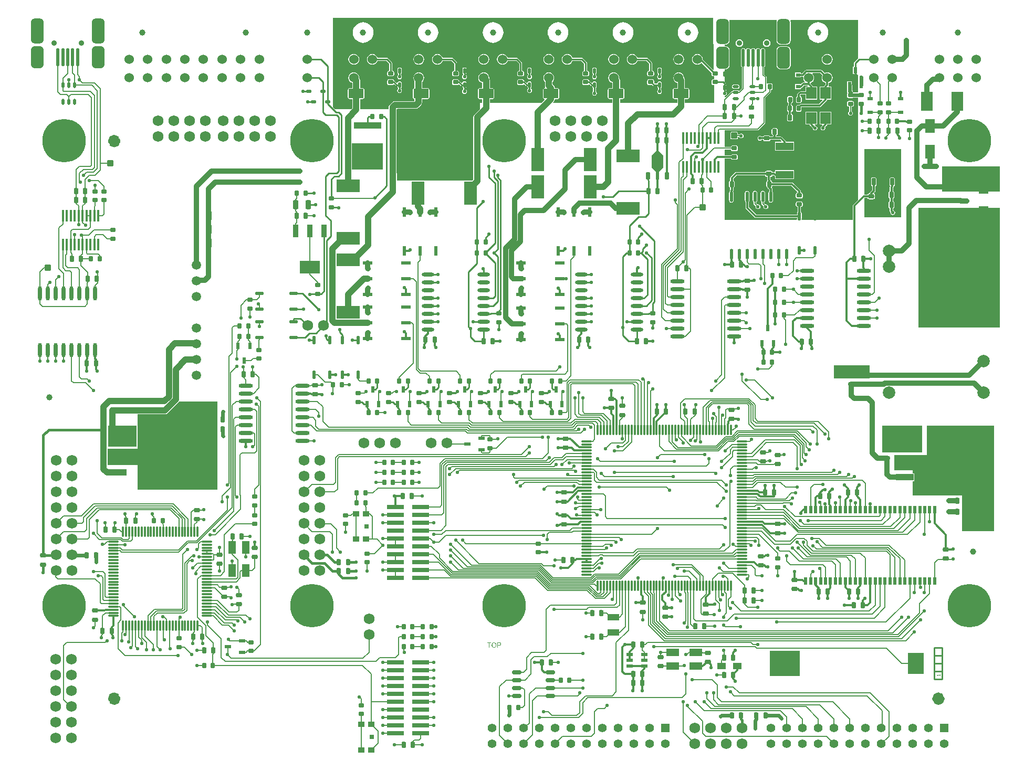
<source format=gtl>
G04*
G04 #@! TF.GenerationSoftware,Altium Limited,Altium Designer,21.4.1 (30)*
G04*
G04 Layer_Physical_Order=1*
G04 Layer_Color=255*
%FSLAX25Y25*%
%MOIN*%
G70*
G04*
G04 #@! TF.SameCoordinates,ABD127B9-61DE-435D-9B50-71DF74D21850*
G04*
G04*
G04 #@! TF.FilePolarity,Positive*
G04*
G01*
G75*
%ADD17C,0.01000*%
%ADD20R,0.04724X0.07874*%
%ADD21O,0.01968X0.03937*%
%ADD22R,0.02165X0.04724*%
%ADD23O,0.07087X0.01181*%
%ADD24O,0.01181X0.07087*%
%ADD25O,0.01575X0.07677*%
%ADD26R,0.02362X0.03937*%
%ADD27R,0.12598X0.08268*%
%ADD28R,0.03543X0.08268*%
%ADD29R,0.02362X0.06496*%
%ADD30O,0.02165X0.05512*%
G04:AMPARAMS|DCode=31|XSize=23.62mil|YSize=59.06mil|CornerRadius=5.91mil|HoleSize=0mil|Usage=FLASHONLY|Rotation=90.000|XOffset=0mil|YOffset=0mil|HoleType=Round|Shape=RoundedRectangle|*
%AMROUNDEDRECTD31*
21,1,0.02362,0.04724,0,0,90.0*
21,1,0.01181,0.05906,0,0,90.0*
1,1,0.01181,0.02362,0.00591*
1,1,0.01181,0.02362,-0.00591*
1,1,0.01181,-0.02362,-0.00591*
1,1,0.01181,-0.02362,0.00591*
%
%ADD31ROUNDEDRECTD31*%
G04:AMPARAMS|DCode=32|XSize=17.72mil|YSize=33.47mil|CornerRadius=4.43mil|HoleSize=0mil|Usage=FLASHONLY|Rotation=180.000|XOffset=0mil|YOffset=0mil|HoleType=Round|Shape=RoundedRectangle|*
%AMROUNDEDRECTD32*
21,1,0.01772,0.02461,0,0,180.0*
21,1,0.00886,0.03347,0,0,180.0*
1,1,0.00886,-0.00443,0.01230*
1,1,0.00886,0.00443,0.01230*
1,1,0.00886,0.00443,-0.01230*
1,1,0.00886,-0.00443,-0.01230*
%
%ADD32ROUNDEDRECTD32*%
%ADD33R,0.10236X0.13780*%
%ADD34R,0.06378X0.08583*%
%ADD35R,0.07874X0.14764*%
G04:AMPARAMS|DCode=36|XSize=35.43mil|YSize=27.56mil|CornerRadius=6.89mil|HoleSize=0mil|Usage=FLASHONLY|Rotation=180.000|XOffset=0mil|YOffset=0mil|HoleType=Round|Shape=RoundedRectangle|*
%AMROUNDEDRECTD36*
21,1,0.03543,0.01378,0,0,180.0*
21,1,0.02165,0.02756,0,0,180.0*
1,1,0.01378,-0.01083,0.00689*
1,1,0.01378,0.01083,0.00689*
1,1,0.01378,0.01083,-0.00689*
1,1,0.01378,-0.01083,-0.00689*
%
%ADD36ROUNDEDRECTD36*%
G04:AMPARAMS|DCode=37|XSize=23.62mil|YSize=47.24mil|CornerRadius=2.01mil|HoleSize=0mil|Usage=FLASHONLY|Rotation=180.000|XOffset=0mil|YOffset=0mil|HoleType=Round|Shape=RoundedRectangle|*
%AMROUNDEDRECTD37*
21,1,0.02362,0.04323,0,0,180.0*
21,1,0.01961,0.04724,0,0,180.0*
1,1,0.00402,-0.00980,0.02161*
1,1,0.00402,0.00980,0.02161*
1,1,0.00402,0.00980,-0.02161*
1,1,0.00402,-0.00980,-0.02161*
%
%ADD37ROUNDEDRECTD37*%
G04:AMPARAMS|DCode=38|XSize=19.68mil|YSize=51.18mil|CornerRadius=1.97mil|HoleSize=0mil|Usage=FLASHONLY|Rotation=180.000|XOffset=0mil|YOffset=0mil|HoleType=Round|Shape=RoundedRectangle|*
%AMROUNDEDRECTD38*
21,1,0.01968,0.04724,0,0,180.0*
21,1,0.01575,0.05118,0,0,180.0*
1,1,0.00394,-0.00787,0.02362*
1,1,0.00394,0.00787,0.02362*
1,1,0.00394,0.00787,-0.02362*
1,1,0.00394,-0.00787,-0.02362*
%
%ADD38ROUNDEDRECTD38*%
%ADD39R,0.03268X0.02480*%
%ADD40R,0.17520X0.03937*%
%ADD41R,0.40158X0.41142*%
%ADD43O,0.02165X0.06693*%
%ADD44R,0.05512X0.03937*%
G04:AMPARAMS|DCode=45|XSize=137.8mil|YSize=80.71mil|CornerRadius=20.18mil|HoleSize=0mil|Usage=FLASHONLY|Rotation=90.000|XOffset=0mil|YOffset=0mil|HoleType=Round|Shape=RoundedRectangle|*
%AMROUNDEDRECTD45*
21,1,0.13780,0.04036,0,0,90.0*
21,1,0.09744,0.08071,0,0,90.0*
1,1,0.04035,0.02018,0.04872*
1,1,0.04035,0.02018,-0.04872*
1,1,0.04035,-0.02018,-0.04872*
1,1,0.04035,-0.02018,0.04872*
%
%ADD45ROUNDEDRECTD45*%
G04:AMPARAMS|DCode=46|XSize=110.24mil|YSize=19.68mil|CornerRadius=4.92mil|HoleSize=0mil|Usage=FLASHONLY|Rotation=90.000|XOffset=0mil|YOffset=0mil|HoleType=Round|Shape=RoundedRectangle|*
%AMROUNDEDRECTD46*
21,1,0.11024,0.00984,0,0,90.0*
21,1,0.10039,0.01968,0,0,90.0*
1,1,0.00984,0.00492,0.05020*
1,1,0.00984,0.00492,-0.05020*
1,1,0.00984,-0.00492,-0.05020*
1,1,0.00984,-0.00492,0.05020*
%
%ADD46ROUNDEDRECTD46*%
G04:AMPARAMS|DCode=47|XSize=157.48mil|YSize=80.71mil|CornerRadius=20.18mil|HoleSize=0mil|Usage=FLASHONLY|Rotation=90.000|XOffset=0mil|YOffset=0mil|HoleType=Round|Shape=RoundedRectangle|*
%AMROUNDEDRECTD47*
21,1,0.15748,0.04035,0,0,90.0*
21,1,0.11713,0.08071,0,0,90.0*
1,1,0.04035,0.02018,0.05856*
1,1,0.04035,0.02018,-0.05856*
1,1,0.04035,-0.02018,-0.05856*
1,1,0.04035,-0.02018,0.05856*
%
%ADD47ROUNDEDRECTD47*%
G04:AMPARAMS|DCode=48|XSize=137.8mil|YSize=80.71mil|CornerRadius=20.18mil|HoleSize=0mil|Usage=FLASHONLY|Rotation=90.000|XOffset=0mil|YOffset=0mil|HoleType=Round|Shape=RoundedRectangle|*
%AMROUNDEDRECTD48*
21,1,0.13780,0.04035,0,0,90.0*
21,1,0.09744,0.08071,0,0,90.0*
1,1,0.04035,0.02018,0.04872*
1,1,0.04035,0.02018,-0.04872*
1,1,0.04035,-0.02018,-0.04872*
1,1,0.04035,-0.02018,0.04872*
%
%ADD48ROUNDEDRECTD48*%
%ADD49R,0.07717X0.12402*%
G04:AMPARAMS|DCode=50|XSize=35.43mil|YSize=27.56mil|CornerRadius=6.89mil|HoleSize=0mil|Usage=FLASHONLY|Rotation=270.000|XOffset=0mil|YOffset=0mil|HoleType=Round|Shape=RoundedRectangle|*
%AMROUNDEDRECTD50*
21,1,0.03543,0.01378,0,0,270.0*
21,1,0.02165,0.02756,0,0,270.0*
1,1,0.01378,-0.00689,-0.01083*
1,1,0.01378,-0.00689,0.01083*
1,1,0.01378,0.00689,0.01083*
1,1,0.01378,0.00689,-0.01083*
%
%ADD50ROUNDEDRECTD50*%
%ADD51R,0.11221X0.04134*%
%ADD52R,0.28347X0.41339*%
%ADD53R,0.03937X0.03543*%
%ADD54R,0.03150X0.03150*%
%ADD55R,0.04134X0.02362*%
%ADD56R,0.27559X0.22441*%
%ADD57R,0.11417X0.04921*%
G04:AMPARAMS|DCode=58|XSize=61.02mil|YSize=96.46mil|CornerRadius=7.63mil|HoleSize=0mil|Usage=FLASHONLY|Rotation=90.000|XOffset=0mil|YOffset=0mil|HoleType=Round|Shape=RoundedRectangle|*
%AMROUNDEDRECTD58*
21,1,0.06102,0.08120,0,0,90.0*
21,1,0.04577,0.09646,0,0,90.0*
1,1,0.01526,0.04060,0.02288*
1,1,0.01526,0.04060,-0.02288*
1,1,0.01526,-0.04060,-0.02288*
1,1,0.01526,-0.04060,0.02288*
%
%ADD58ROUNDEDRECTD58*%
%ADD59R,0.11024X0.02756*%
G04:AMPARAMS|DCode=60|XSize=57.09mil|YSize=35.43mil|CornerRadius=7.09mil|HoleSize=0mil|Usage=FLASHONLY|Rotation=90.000|XOffset=0mil|YOffset=0mil|HoleType=Round|Shape=RoundedRectangle|*
%AMROUNDEDRECTD60*
21,1,0.05709,0.02126,0,0,90.0*
21,1,0.04291,0.03543,0,0,90.0*
1,1,0.01417,0.01063,0.02146*
1,1,0.01417,0.01063,-0.02146*
1,1,0.01417,-0.01063,-0.02146*
1,1,0.01417,-0.01063,0.02146*
%
%ADD60ROUNDEDRECTD60*%
G04:AMPARAMS|DCode=61|XSize=37.4mil|YSize=29.53mil|CornerRadius=7.38mil|HoleSize=0mil|Usage=FLASHONLY|Rotation=270.000|XOffset=0mil|YOffset=0mil|HoleType=Round|Shape=RoundedRectangle|*
%AMROUNDEDRECTD61*
21,1,0.03740,0.01476,0,0,270.0*
21,1,0.02264,0.02953,0,0,270.0*
1,1,0.01476,-0.00738,-0.01132*
1,1,0.01476,-0.00738,0.01132*
1,1,0.01476,0.00738,0.01132*
1,1,0.01476,0.00738,-0.01132*
%
%ADD61ROUNDEDRECTD61*%
%ADD62R,0.06693X0.07284*%
%ADD63O,0.02362X0.09055*%
%ADD64O,0.07874X0.02362*%
%ADD65R,0.04331X0.02362*%
%ADD66R,0.07480X0.04331*%
G04:AMPARAMS|DCode=67|XSize=37.4mil|YSize=29.53mil|CornerRadius=7.38mil|HoleSize=0mil|Usage=FLASHONLY|Rotation=180.000|XOffset=0mil|YOffset=0mil|HoleType=Round|Shape=RoundedRectangle|*
%AMROUNDEDRECTD67*
21,1,0.03740,0.01476,0,0,180.0*
21,1,0.02264,0.02953,0,0,180.0*
1,1,0.01476,-0.01132,0.00738*
1,1,0.01476,0.01132,0.00738*
1,1,0.01476,0.01132,-0.00738*
1,1,0.01476,-0.01132,-0.00738*
%
%ADD67ROUNDEDRECTD67*%
%ADD68R,0.06496X0.02362*%
G04:AMPARAMS|DCode=69|XSize=57.09mil|YSize=35.43mil|CornerRadius=7.09mil|HoleSize=0mil|Usage=FLASHONLY|Rotation=180.000|XOffset=0mil|YOffset=0mil|HoleType=Round|Shape=RoundedRectangle|*
%AMROUNDEDRECTD69*
21,1,0.05709,0.02126,0,0,180.0*
21,1,0.04291,0.03543,0,0,180.0*
1,1,0.01417,-0.02146,0.01063*
1,1,0.01417,0.02146,0.01063*
1,1,0.01417,0.02146,-0.01063*
1,1,0.01417,-0.02146,-0.01063*
%
%ADD69ROUNDEDRECTD69*%
%ADD70R,0.14764X0.07874*%
G04:AMPARAMS|DCode=71|XSize=17.72mil|YSize=33.47mil|CornerRadius=4.43mil|HoleSize=0mil|Usage=FLASHONLY|Rotation=270.000|XOffset=0mil|YOffset=0mil|HoleType=Round|Shape=RoundedRectangle|*
%AMROUNDEDRECTD71*
21,1,0.01772,0.02461,0,0,270.0*
21,1,0.00886,0.03347,0,0,270.0*
1,1,0.00886,-0.01230,-0.00443*
1,1,0.00886,-0.01230,0.00443*
1,1,0.00886,0.01230,0.00443*
1,1,0.00886,0.01230,-0.00443*
%
%ADD71ROUNDEDRECTD71*%
%ADD72O,0.09055X0.02362*%
%ADD73O,0.05512X0.02165*%
%ADD74O,0.03937X0.01968*%
%ADD75R,0.07874X0.04724*%
%ADD145C,0.03937*%
G04:AMPARAMS|DCode=146|XSize=39.37mil|YSize=39.37mil|CornerRadius=3.94mil|HoleSize=0mil|Usage=FLASHONLY|Rotation=90.000|XOffset=0mil|YOffset=0mil|HoleType=Round|Shape=RoundedRectangle|*
%AMROUNDEDRECTD146*
21,1,0.03937,0.03150,0,0,90.0*
21,1,0.03150,0.03937,0,0,90.0*
1,1,0.00787,0.01575,0.01575*
1,1,0.00787,0.01575,-0.01575*
1,1,0.00787,-0.01575,-0.01575*
1,1,0.00787,-0.01575,0.01575*
%
%ADD146ROUNDEDRECTD146*%
%ADD147C,0.03937*%
%ADD148R,0.02756X0.02362*%
%ADD149C,0.01200*%
%ADD150C,0.00600*%
%ADD151C,0.01600*%
%ADD152C,0.04000*%
%ADD153C,0.00800*%
%ADD154C,0.03200*%
%ADD155C,0.02400*%
%ADD156C,0.00400*%
%ADD157C,0.03543*%
%ADD158C,0.05512*%
%ADD159R,0.05512X0.05512*%
%ADD160C,0.06890*%
%ADD161C,0.05906*%
%ADD162C,0.07874*%
%ADD163C,0.03543*%
%ADD164C,0.06000*%
%ADD165C,0.27559*%
%ADD166C,0.02165*%
%ADD167C,0.02559*%
G36*
X531650Y446014D02*
X529351Y443715D01*
X529152Y443417D01*
X529082Y443066D01*
Y440784D01*
X528419D01*
Y436047D01*
X529531D01*
X529539Y436041D01*
X530008Y435952D01*
X530471Y436047D01*
X531150D01*
X531650Y435575D01*
Y424328D01*
X529047D01*
X529047Y424328D01*
X528507D01*
X528506Y424329D01*
Y424475D01*
X528382Y425099D01*
X528028Y425628D01*
X527891Y425766D01*
Y428967D01*
X527841Y429219D01*
Y431335D01*
X524679D01*
Y429219D01*
X524628Y428967D01*
Y425090D01*
X524753Y424466D01*
X524978Y424128D01*
X524766Y423811D01*
X524682Y423386D01*
Y422008D01*
X524766Y421583D01*
X525007Y421223D01*
X525367Y420982D01*
X525792Y420898D01*
X527958D01*
X528383Y420982D01*
X528507Y421066D01*
X529047D01*
X529047Y421066D01*
X531650D01*
X531650Y356092D01*
X528613Y353055D01*
X528392Y352724D01*
X528314Y352334D01*
Y343500D01*
X496251Y343500D01*
X495848Y344000D01*
X495887Y344193D01*
Y347539D01*
X495772Y348118D01*
X495444Y348608D01*
X495395Y348641D01*
Y351636D01*
X495458D01*
X495883Y351720D01*
X496243Y351961D01*
X496484Y352321D01*
X496568Y352746D01*
Y354124D01*
X496484Y354549D01*
X496243Y354909D01*
X495883Y355150D01*
X495458Y355234D01*
X493292D01*
X492867Y355150D01*
X492507Y354909D01*
X492267Y354549D01*
X492182Y354124D01*
Y352746D01*
X492267Y352321D01*
X492507Y351961D01*
X492867Y351720D01*
X493292Y351636D01*
X493355D01*
Y348641D01*
X493306Y348608D01*
X492978Y348118D01*
X492863Y347539D01*
Y346886D01*
X467056D01*
X462270Y351672D01*
Y354882D01*
X462319Y354915D01*
X462647Y355406D01*
X462762Y355984D01*
Y360512D01*
X462647Y361090D01*
X462319Y361581D01*
X461829Y361909D01*
X461250Y362024D01*
X460672Y361909D01*
X460181Y361581D01*
X459853Y361090D01*
X459738Y360512D01*
Y355984D01*
X459853Y355406D01*
X460181Y354915D01*
X460230Y354882D01*
Y351250D01*
X460308Y350860D01*
X460529Y350529D01*
X465913Y345145D01*
X466244Y344924D01*
X466634Y344847D01*
X492863D01*
Y344193D01*
X492902Y344000D01*
X492499Y343500D01*
X447146Y343500D01*
X447146Y382416D01*
X450998D01*
X451017Y382321D01*
X451257Y381961D01*
X451617Y381720D01*
X452042Y381636D01*
X454208D01*
X454633Y381720D01*
X454993Y381961D01*
X455233Y382321D01*
X455318Y382746D01*
Y384124D01*
X455233Y384549D01*
X454993Y384909D01*
X454633Y385150D01*
X454208Y385234D01*
X452042D01*
X451617Y385150D01*
X451257Y384909D01*
X451017Y384549D01*
X450998Y384455D01*
X447146D01*
Y388131D01*
X450957D01*
X451017Y387833D01*
X451257Y387473D01*
X451617Y387232D01*
X452042Y387148D01*
X454208D01*
X454633Y387232D01*
X454993Y387473D01*
X455233Y387833D01*
X455318Y388258D01*
Y389636D01*
X455233Y390061D01*
X454993Y390421D01*
X454633Y390662D01*
X454208Y390746D01*
X452042D01*
X451617Y390662D01*
X451257Y390421D01*
X451017Y390061D01*
X450957Y389763D01*
X447146D01*
Y400375D01*
X468125D01*
X468125Y400375D01*
X468437Y400437D01*
X468702Y400614D01*
X472452Y404364D01*
X472629Y404629D01*
X472691Y404941D01*
X472691Y404941D01*
Y420853D01*
X476145Y424307D01*
X476322Y424572D01*
X476384Y424884D01*
X476384Y424884D01*
Y425898D01*
X476683Y425957D01*
X477043Y426198D01*
X477284Y426558D01*
X477368Y426983D01*
Y429149D01*
X477284Y429574D01*
X477043Y429934D01*
X476683Y430174D01*
X476258Y430259D01*
X474880D01*
X474455Y430174D01*
X474216Y430015D01*
X473804Y430165D01*
X473716Y430236D01*
Y434000D01*
X473654Y434312D01*
X473477Y434577D01*
X473477Y434577D01*
X472154Y435900D01*
Y440682D01*
X472178Y440687D01*
X472473Y440884D01*
X472670Y441179D01*
X472740Y441527D01*
Y451566D01*
X472670Y451914D01*
X472473Y452210D01*
X472178Y452407D01*
X471830Y452476D01*
X470846D01*
X470498Y452407D01*
X470202Y452210D01*
X470025Y451943D01*
X469797Y451914D01*
X469729D01*
X469501Y451943D01*
X469323Y452210D01*
X469028Y452407D01*
X468680Y452476D01*
X467696D01*
X467348Y452407D01*
X467053Y452210D01*
X466875Y451943D01*
X466647Y451914D01*
X466580D01*
X466352Y451943D01*
X466174Y452210D01*
X465879Y452407D01*
X465531Y452476D01*
X464546D01*
X464198Y452407D01*
X463903Y452210D01*
X463726Y451943D01*
X463497Y451914D01*
X463430D01*
X463202Y451943D01*
X463024Y452210D01*
X462729Y452407D01*
X462381Y452476D01*
X461397D01*
X461049Y452407D01*
X460754Y452210D01*
X460576Y451943D01*
X460348Y451914D01*
X460281D01*
X460052Y451943D01*
X459875Y452210D01*
X459580Y452407D01*
X459232Y452476D01*
X458247D01*
X457899Y452407D01*
X457604Y452210D01*
X457407Y451914D01*
X457338Y451566D01*
Y441527D01*
X457407Y441179D01*
X457604Y440884D01*
X457899Y440687D01*
X457924Y440682D01*
Y426965D01*
X456252Y425293D01*
X456042Y425314D01*
X455584Y425620D01*
X455044Y425727D01*
X453076D01*
X452536Y425620D01*
X452078Y425314D01*
X451956Y425132D01*
X451692D01*
X451691Y425132D01*
X451379Y425070D01*
X451115Y424893D01*
X447608Y421386D01*
X447146Y421577D01*
Y422233D01*
X447453Y422294D01*
X447944Y422622D01*
X448272Y423112D01*
X448387Y423691D01*
X448272Y424269D01*
X447944Y424760D01*
X447793Y424861D01*
Y425460D01*
X447926Y425549D01*
X448112Y425828D01*
X448177Y426157D01*
Y428617D01*
X448112Y428946D01*
X447926Y429225D01*
X447793Y429314D01*
Y429941D01*
X447723Y430292D01*
X447524Y430590D01*
X447146Y430968D01*
Y439111D01*
X447667D01*
X448610Y439298D01*
X449410Y439833D01*
X449944Y440633D01*
X450132Y441576D01*
Y451320D01*
X449944Y452263D01*
X449410Y453063D01*
X448610Y453597D01*
X447667Y453785D01*
X447146D01*
Y454859D01*
X447667D01*
X448610Y455047D01*
X449410Y455581D01*
X449944Y456381D01*
X450132Y457324D01*
Y469037D01*
X449944Y469980D01*
X449891Y470059D01*
X450127Y470500D01*
X479950D01*
X480186Y470059D01*
X480133Y469980D01*
X479946Y469037D01*
Y457324D01*
X480133Y456381D01*
X480668Y455581D01*
X481467Y455047D01*
X482411Y454859D01*
X486446D01*
X487390Y455047D01*
X488189Y455581D01*
X488724Y456381D01*
X488911Y457324D01*
Y469037D01*
X488724Y469980D01*
X488671Y470059D01*
X488906Y470500D01*
X531650Y470500D01*
Y446014D01*
D02*
G37*
G36*
X440160Y438928D02*
X439699Y438734D01*
X433071Y445363D01*
X433081Y445441D01*
X432964Y446329D01*
X432621Y447156D01*
X432077Y447866D01*
X431366Y448411D01*
X430539Y448753D01*
X429652Y448870D01*
X428764Y448753D01*
X427937Y448411D01*
X427227Y447866D01*
X426682Y447156D01*
X426339Y446329D01*
X426222Y445441D01*
X426339Y444553D01*
X426682Y443726D01*
X427227Y443016D01*
X427937Y442471D01*
X428764Y442129D01*
X429652Y442012D01*
X430539Y442129D01*
X431366Y442471D01*
X432077Y443016D01*
X432505Y443044D01*
X438745Y436804D01*
Y435758D01*
X438830Y435333D01*
X439070Y434973D01*
X439430Y434732D01*
X439855Y434648D01*
X440209D01*
X440227Y433090D01*
X439876Y432734D01*
X439855D01*
X439430Y432650D01*
X439070Y432409D01*
X438830Y432049D01*
X438745Y431624D01*
Y430246D01*
X438830Y429821D01*
X439070Y429461D01*
X439430Y429220D01*
X439855Y429136D01*
X440273D01*
X440401Y418022D01*
X440049Y417666D01*
X421773D01*
Y420217D01*
X423386D01*
X423840Y420307D01*
X424224Y420564D01*
X424481Y420949D01*
X424571Y421403D01*
Y425979D01*
X424481Y426433D01*
X424224Y426818D01*
X423840Y427075D01*
X423386Y427165D01*
X421773D01*
Y432164D01*
X421587Y433101D01*
X421269Y433576D01*
X421278Y433642D01*
X421161Y434529D01*
X420818Y435357D01*
X420273Y436067D01*
X419563Y436612D01*
X418736Y436954D01*
X417848Y437071D01*
X416961Y436954D01*
X416134Y436612D01*
X415423Y436067D01*
X414879Y435357D01*
X414536Y434529D01*
X414419Y433642D01*
X414536Y432754D01*
X414879Y431927D01*
X415423Y431217D01*
X416134Y430672D01*
X416879Y430363D01*
Y427165D01*
X415266D01*
X414812Y427075D01*
X414427Y426818D01*
X414170Y426433D01*
X414080Y425979D01*
Y421403D01*
X414170Y420949D01*
X414427Y420564D01*
X414812Y420307D01*
X415266Y420217D01*
X416879D01*
Y417666D01*
X380523D01*
Y420217D01*
X382136D01*
X382590Y420307D01*
X382974Y420564D01*
X383231Y420949D01*
X383321Y421403D01*
Y425979D01*
X383231Y426433D01*
X382974Y426818D01*
X382590Y427075D01*
X382136Y427165D01*
X380523D01*
Y432164D01*
X380336Y433101D01*
X380019Y433576D01*
X380028Y433642D01*
X379911Y434529D01*
X379568Y435357D01*
X379023Y436067D01*
X378313Y436612D01*
X377486Y436954D01*
X376598Y437071D01*
X375711Y436954D01*
X374884Y436612D01*
X374173Y436067D01*
X373628Y435357D01*
X373286Y434529D01*
X373169Y433642D01*
X373286Y432754D01*
X373628Y431927D01*
X374173Y431217D01*
X374884Y430672D01*
X375629Y430363D01*
Y427165D01*
X374016D01*
X373562Y427075D01*
X373177Y426818D01*
X372920Y426433D01*
X372830Y425979D01*
Y421403D01*
X372920Y420949D01*
X373177Y420564D01*
X373562Y420307D01*
X374016Y420217D01*
X375629D01*
Y417666D01*
X338366D01*
X338175Y418128D01*
X338556Y418509D01*
X339087Y419303D01*
X339268Y420217D01*
X340886D01*
X341339Y420307D01*
X341724Y420564D01*
X341981Y420949D01*
X342071Y421403D01*
Y425979D01*
X341981Y426433D01*
X341724Y426818D01*
X341339Y427075D01*
X340886Y427165D01*
X339268D01*
X339087Y428079D01*
X338556Y428872D01*
X337795Y429633D01*
Y431246D01*
X338318Y431927D01*
X338661Y432754D01*
X338778Y433642D01*
X338661Y434529D01*
X338318Y435357D01*
X337773Y436067D01*
X337063Y436612D01*
X336236Y436954D01*
X335348Y437071D01*
X334461Y436954D01*
X333634Y436612D01*
X332924Y436067D01*
X332379Y435357D01*
X332036Y434529D01*
X331919Y433642D01*
X332036Y432754D01*
X332379Y431927D01*
X332901Y431246D01*
Y428619D01*
X333088Y427683D01*
X333139Y427606D01*
X332904Y427165D01*
X332766D01*
X332312Y427075D01*
X331927Y426818D01*
X331670Y426433D01*
X331580Y425979D01*
Y421403D01*
X331670Y420949D01*
X331927Y420564D01*
X332312Y420307D01*
X332657Y420239D01*
X332898Y419772D01*
X330791Y417666D01*
X298023D01*
Y420217D01*
X299636D01*
X300090Y420307D01*
X300474Y420564D01*
X300731Y420949D01*
X300821Y421403D01*
Y425979D01*
X300731Y426433D01*
X300474Y426818D01*
X300090Y427075D01*
X299636Y427165D01*
X298023D01*
Y432164D01*
X297836Y433101D01*
X297519Y433576D01*
X297528Y433642D01*
X297411Y434529D01*
X297068Y435357D01*
X296523Y436067D01*
X295813Y436612D01*
X294986Y436954D01*
X294098Y437071D01*
X293211Y436954D01*
X292384Y436612D01*
X291673Y436067D01*
X291128Y435357D01*
X290786Y434529D01*
X290669Y433642D01*
X290786Y432754D01*
X291128Y431927D01*
X291673Y431217D01*
X292384Y430672D01*
X293129Y430363D01*
Y427165D01*
X291516D01*
X291062Y427075D01*
X290677Y426818D01*
X290420Y426433D01*
X290330Y425979D01*
Y421403D01*
X290420Y420949D01*
X290677Y420564D01*
X291062Y420307D01*
X291516Y420217D01*
X293129D01*
Y417666D01*
X291645D01*
X291595Y413747D01*
X288222Y410373D01*
X287691Y409580D01*
X287505Y408643D01*
Y369178D01*
X286618Y368291D01*
X238975D01*
Y413916D01*
X239430Y414024D01*
X250905D01*
X251841Y414210D01*
X252635Y414741D01*
X254284Y416390D01*
X254815Y417184D01*
X255001Y418120D01*
Y420217D01*
X258386D01*
X258840Y420307D01*
X259224Y420564D01*
X259481Y420949D01*
X259571Y421403D01*
Y425979D01*
X259481Y426433D01*
X259224Y426818D01*
X258840Y427075D01*
X258386Y427165D01*
X255001D01*
Y431008D01*
X255273Y431217D01*
X255818Y431927D01*
X256161Y432754D01*
X256278Y433642D01*
X256161Y434529D01*
X255818Y435357D01*
X255273Y436067D01*
X254563Y436612D01*
X253736Y436954D01*
X252848Y437071D01*
X251961Y436954D01*
X251134Y436612D01*
X250424Y436067D01*
X249879Y435357D01*
X249536Y434529D01*
X249419Y433642D01*
X249536Y432754D01*
X249879Y431927D01*
X250107Y431629D01*
Y427133D01*
X249812Y427075D01*
X249427Y426818D01*
X249170Y426433D01*
X249080Y425979D01*
Y421403D01*
X249170Y420949D01*
X249427Y420564D01*
X249812Y420307D01*
X250107Y420249D01*
Y419134D01*
X249891Y418918D01*
X237707D01*
X236770Y418732D01*
X235976Y418201D01*
X234520Y416745D01*
X233989Y415951D01*
X233803Y415014D01*
Y413916D01*
X215523D01*
Y420217D01*
X217136D01*
X217589Y420307D01*
X217974Y420564D01*
X218231Y420949D01*
X218321Y421403D01*
Y425979D01*
X218231Y426433D01*
X217974Y426818D01*
X217589Y427075D01*
X217136Y427165D01*
X215523D01*
Y432164D01*
X215336Y433101D01*
X215019Y433576D01*
X215028Y433642D01*
X214911Y434529D01*
X214568Y435357D01*
X214023Y436067D01*
X213313Y436612D01*
X212486Y436954D01*
X211598Y437071D01*
X210711Y436954D01*
X209884Y436612D01*
X209173Y436067D01*
X208629Y435357D01*
X208286Y434529D01*
X208169Y433642D01*
X208286Y432754D01*
X208629Y431927D01*
X209173Y431217D01*
X209884Y430672D01*
X210629Y430363D01*
Y427165D01*
X209016D01*
X208562Y427075D01*
X208177Y426818D01*
X207920Y426433D01*
X207830Y425979D01*
Y421403D01*
X207920Y420949D01*
X208177Y420564D01*
X208562Y420307D01*
X209016Y420217D01*
X210629D01*
Y414280D01*
X210264Y413916D01*
X199525D01*
X198350Y415091D01*
Y471625D01*
X439784D01*
X440160Y438928D01*
D02*
G37*
G36*
X230050Y375575D02*
X210500D01*
Y392000D01*
X230050D01*
Y375575D01*
D02*
G37*
G36*
X407918Y384562D02*
Y376688D01*
X405359Y374129D01*
Y373342D01*
X403391D01*
Y374129D01*
X400832Y376688D01*
Y384562D01*
X403391Y387121D01*
X405359D01*
X407918Y384562D01*
D02*
G37*
G36*
X621750Y361316D02*
X585125D01*
Y377316D01*
X621750D01*
Y361316D01*
D02*
G37*
G36*
X559150Y345166D02*
X535850D01*
Y357401D01*
X537764D01*
X537796Y357238D01*
X538048Y356861D01*
X538424Y356610D01*
X538868Y356522D01*
X541132D01*
X541576Y356610D01*
X541953Y356861D01*
X542204Y357238D01*
X542292Y357682D01*
Y359158D01*
X542204Y359603D01*
X541953Y359979D01*
X541880Y360028D01*
X541802Y360657D01*
X542315Y361170D01*
X542536Y361501D01*
X542614Y361891D01*
Y364828D01*
X543035Y365002D01*
X543225Y365462D01*
Y369784D01*
X543035Y370244D01*
X542575Y370435D01*
X540614D01*
X540154Y370244D01*
X539964Y369784D01*
Y365462D01*
X540154Y365002D01*
X540575Y364828D01*
Y362314D01*
X539279Y361018D01*
X539058Y360687D01*
X538985Y360319D01*
X538868D01*
X538424Y360231D01*
X538048Y359979D01*
X537796Y359603D01*
X537764Y359440D01*
X535850D01*
Y388466D01*
X559150D01*
Y345166D01*
D02*
G37*
G36*
X621750Y275070D02*
X621600Y274934D01*
X570125D01*
Y351066D01*
X621750D01*
Y275070D01*
D02*
G37*
G36*
X539150Y242666D02*
X516475D01*
Y250966D01*
X539150D01*
Y242666D01*
D02*
G37*
G36*
X73525Y199541D02*
X55850D01*
Y212841D01*
X73525D01*
Y199541D01*
D02*
G37*
G36*
X572275Y195791D02*
X547100D01*
Y212841D01*
X572275D01*
Y195791D01*
D02*
G37*
G36*
X125175Y172266D02*
X74200D01*
Y187891D01*
X55450D01*
Y198241D01*
X74200D01*
Y219994D01*
X91847D01*
X92629Y220149D01*
X92784Y220180D01*
X93578Y220711D01*
X100505Y227638D01*
X100908Y228241D01*
X125175D01*
Y172266D01*
D02*
G37*
G36*
X617900Y145791D02*
X597725D01*
Y168291D01*
X566475D01*
Y177474D01*
X567226D01*
Y182408D01*
X566475D01*
Y184541D01*
X554600D01*
Y194091D01*
X575225D01*
Y212841D01*
X617900D01*
Y145791D01*
D02*
G37*
G36*
X494840Y53816D02*
X475840D01*
X475840Y69816D01*
X494840D01*
X494840Y53816D01*
D02*
G37*
G36*
X304076Y75008D02*
X304155Y75004D01*
X304238Y74999D01*
X304316Y74990D01*
X304386Y74981D01*
X304395D01*
X304427Y74971D01*
X304469Y74962D01*
X304524Y74948D01*
X304585Y74925D01*
X304649Y74897D01*
X304718Y74865D01*
X304779Y74828D01*
X304788Y74824D01*
X304806Y74810D01*
X304834Y74782D01*
X304871Y74750D01*
X304912Y74708D01*
X304954Y74653D01*
X305000Y74593D01*
X305037Y74523D01*
X305042Y74514D01*
X305051Y74491D01*
X305070Y74449D01*
X305088Y74394D01*
X305102Y74329D01*
X305120Y74255D01*
X305130Y74172D01*
X305134Y74084D01*
Y74080D01*
Y74066D01*
Y74047D01*
X305130Y74015D01*
X305125Y73983D01*
X305120Y73941D01*
X305111Y73895D01*
X305102Y73844D01*
X305070Y73738D01*
X305051Y73682D01*
X305023Y73622D01*
X304991Y73562D01*
X304959Y73507D01*
X304917Y73452D01*
X304871Y73396D01*
X304866Y73391D01*
X304857Y73382D01*
X304843Y73368D01*
X304820Y73355D01*
X304792Y73331D01*
X304755Y73308D01*
X304709Y73281D01*
X304658Y73257D01*
X304598Y73230D01*
X304529Y73202D01*
X304455Y73179D01*
X304367Y73160D01*
X304275Y73142D01*
X304173Y73128D01*
X304058Y73119D01*
X303938Y73114D01*
X303120D01*
Y71816D01*
X302695D01*
Y75013D01*
X304007D01*
X304076Y75008D01*
D02*
G37*
G36*
X298782Y74634D02*
X297728D01*
Y71816D01*
X297303D01*
Y74634D01*
X296250D01*
Y75013D01*
X298782D01*
Y74634D01*
D02*
G37*
G36*
X300694Y75064D02*
X300736D01*
X300778Y75059D01*
X300833Y75050D01*
X300888Y75041D01*
X301009Y75018D01*
X301147Y74981D01*
X301281Y74925D01*
X301350Y74893D01*
X301420Y74856D01*
X301424Y74851D01*
X301434Y74847D01*
X301452Y74833D01*
X301480Y74819D01*
X301508Y74796D01*
X301544Y74768D01*
X301623Y74704D01*
X301706Y74620D01*
X301799Y74519D01*
X301886Y74399D01*
X301960Y74265D01*
Y74260D01*
X301970Y74246D01*
X301979Y74228D01*
X301988Y74200D01*
X302007Y74163D01*
X302020Y74121D01*
X302039Y74071D01*
X302057Y74015D01*
X302071Y73955D01*
X302090Y73890D01*
X302108Y73817D01*
X302122Y73743D01*
X302140Y73581D01*
X302150Y73405D01*
Y73401D01*
Y73382D01*
Y73359D01*
X302145Y73322D01*
Y73281D01*
X302140Y73230D01*
X302131Y73174D01*
X302127Y73114D01*
X302103Y72980D01*
X302067Y72832D01*
X302016Y72685D01*
X301988Y72611D01*
X301951Y72537D01*
Y72532D01*
X301942Y72518D01*
X301933Y72500D01*
X301914Y72472D01*
X301896Y72440D01*
X301872Y72407D01*
X301808Y72320D01*
X301729Y72227D01*
X301637Y72130D01*
X301526Y72038D01*
X301397Y71955D01*
X301392D01*
X301383Y71945D01*
X301360Y71936D01*
X301332Y71922D01*
X301300Y71908D01*
X301263Y71895D01*
X301217Y71876D01*
X301166Y71858D01*
X301110Y71839D01*
X301050Y71821D01*
X300916Y71793D01*
X300773Y71770D01*
X300621Y71761D01*
X300574D01*
X300547Y71765D01*
X300505D01*
X300459Y71774D01*
X300408Y71779D01*
X300348Y71788D01*
X300223Y71816D01*
X300089Y71853D01*
X299951Y71908D01*
X299881Y71941D01*
X299812Y71978D01*
X299807Y71982D01*
X299798Y71987D01*
X299780Y72001D01*
X299752Y72019D01*
X299724Y72038D01*
X299692Y72066D01*
X299613Y72135D01*
X299526Y72218D01*
X299433Y72320D01*
X299350Y72435D01*
X299271Y72569D01*
Y72574D01*
X299262Y72588D01*
X299253Y72606D01*
X299244Y72634D01*
X299230Y72671D01*
X299216Y72712D01*
X299198Y72759D01*
X299184Y72809D01*
X299165Y72869D01*
X299147Y72929D01*
X299119Y73068D01*
X299100Y73211D01*
X299091Y73368D01*
Y73373D01*
Y73378D01*
Y73405D01*
X299096Y73447D01*
Y73502D01*
X299105Y73567D01*
X299114Y73646D01*
X299128Y73733D01*
X299147Y73826D01*
X299165Y73923D01*
X299193Y74024D01*
X299230Y74126D01*
X299271Y74232D01*
X299318Y74334D01*
X299378Y74436D01*
X299442Y74528D01*
X299516Y74616D01*
X299521Y74620D01*
X299535Y74634D01*
X299563Y74657D01*
X299595Y74685D01*
X299637Y74722D01*
X299687Y74759D01*
X299747Y74800D01*
X299817Y74842D01*
X299891Y74884D01*
X299974Y74925D01*
X300066Y74962D01*
X300163Y74999D01*
X300269Y75027D01*
X300380Y75050D01*
X300496Y75064D01*
X300621Y75068D01*
X300662D01*
X300694Y75064D01*
D02*
G37*
%LPC*%
G36*
X506250Y468972D02*
X504976Y468847D01*
X503751Y468475D01*
X502622Y467871D01*
X501632Y467059D01*
X500820Y466070D01*
X500216Y464940D01*
X499844Y463715D01*
X499719Y462441D01*
X499844Y461167D01*
X500216Y459942D01*
X500820Y458813D01*
X501632Y457823D01*
X502622Y457011D01*
X503751Y456407D01*
X504976Y456035D01*
X506250Y455910D01*
X507524Y456035D01*
X508749Y456407D01*
X509878Y457011D01*
X510868Y457823D01*
X511680Y458813D01*
X512284Y459942D01*
X512656Y461167D01*
X512781Y462441D01*
X512656Y463715D01*
X512284Y464940D01*
X511680Y466070D01*
X510868Y467059D01*
X509878Y467871D01*
X508749Y468475D01*
X507524Y468847D01*
X506250Y468972D01*
D02*
G37*
G36*
X473700Y458118D02*
X472775Y457934D01*
X471990Y457410D01*
X471466Y456625D01*
X471282Y455700D01*
X471466Y454775D01*
X471990Y453990D01*
X472775Y453466D01*
X473700Y453282D01*
X474625Y453466D01*
X475410Y453990D01*
X475934Y454775D01*
X476118Y455700D01*
X475934Y456625D01*
X475410Y457410D01*
X474625Y457934D01*
X473700Y458118D01*
D02*
G37*
G36*
X456377D02*
X455452Y457934D01*
X454667Y457410D01*
X454143Y456625D01*
X453959Y455700D01*
X454143Y454775D01*
X454667Y453990D01*
X455452Y453466D01*
X456377Y453282D01*
X457303Y453466D01*
X458087Y453990D01*
X458611Y454775D01*
X458795Y455700D01*
X458611Y456625D01*
X458087Y457410D01*
X457303Y457934D01*
X456377Y458118D01*
D02*
G37*
G36*
X512152Y448870D02*
X511264Y448753D01*
X510437Y448411D01*
X509727Y447866D01*
X509182Y447156D01*
X508839Y446329D01*
X508722Y445441D01*
X508839Y444553D01*
X509182Y443726D01*
X509727Y443016D01*
X510437Y442471D01*
X511264Y442129D01*
X512152Y442012D01*
X513039Y442129D01*
X513866Y442471D01*
X514576Y443016D01*
X515122Y443726D01*
X515464Y444553D01*
X515581Y445441D01*
X515464Y446329D01*
X515122Y447156D01*
X514576Y447866D01*
X513866Y448411D01*
X513039Y448753D01*
X512152Y448870D01*
D02*
G37*
G36*
X486446Y453785D02*
X482411D01*
X481467Y453597D01*
X480668Y453063D01*
X480133Y452263D01*
X479946Y451320D01*
Y441576D01*
X480133Y440633D01*
X480668Y439833D01*
X481467Y439298D01*
X482411Y439111D01*
X486446D01*
X487390Y439298D01*
X488189Y439833D01*
X488724Y440633D01*
X488911Y441576D01*
Y451320D01*
X488724Y452263D01*
X488189Y453063D01*
X487390Y453597D01*
X486446Y453785D01*
D02*
G37*
G36*
X508152Y438661D02*
X498692D01*
X498301Y438584D01*
X497971Y438363D01*
X496168Y436560D01*
X495315D01*
Y437121D01*
X491759D01*
Y433959D01*
X495315D01*
Y434521D01*
X496530D01*
X496624Y434482D01*
X496978Y434088D01*
X496919Y433642D01*
X497036Y432754D01*
X497378Y431927D01*
X497924Y431217D01*
X498001Y431158D01*
X497831Y430658D01*
X496893D01*
X496503Y430580D01*
X496172Y430359D01*
X495704Y429891D01*
X495315Y429641D01*
Y429641D01*
X495315Y429641D01*
X491759D01*
Y426479D01*
X495315D01*
Y427040D01*
X495705Y427118D01*
X496036Y427339D01*
X497316Y428619D01*
X499586D01*
X499656Y428514D01*
X499389Y428014D01*
X498226D01*
Y424992D01*
X495028D01*
X494638Y424914D01*
X494307Y424693D01*
X493335Y423721D01*
X493114Y423390D01*
X493036Y423000D01*
Y422027D01*
X492942Y422009D01*
X492582Y421768D01*
X492341Y421408D01*
X492257Y420983D01*
Y418817D01*
X492341Y418392D01*
X492582Y418032D01*
X492942Y417792D01*
X493367Y417707D01*
X494745D01*
X495170Y417792D01*
X495530Y418032D01*
X495771Y418392D01*
X495855Y418817D01*
Y420983D01*
X495771Y421408D01*
X495530Y421768D01*
X495170Y422009D01*
X495076Y422027D01*
Y422578D01*
X495451Y422953D01*
X498226D01*
Y419931D01*
X505719D01*
Y428014D01*
X502992D01*
X502914Y428404D01*
X502693Y428735D01*
X501507Y429922D01*
X501581Y430472D01*
X502063Y430672D01*
X502773Y431217D01*
X503318Y431927D01*
X503661Y432754D01*
X503778Y433642D01*
X503661Y434529D01*
X503318Y435357D01*
X502773Y436067D01*
X502701Y436122D01*
X502871Y436622D01*
X507729D01*
X509127Y435224D01*
X508839Y434529D01*
X508722Y433642D01*
X508839Y432754D01*
X509182Y431927D01*
X509727Y431217D01*
X510437Y430672D01*
X511132Y430384D01*
Y429561D01*
X510307Y428735D01*
X510086Y428404D01*
X510008Y428014D01*
X507281D01*
Y419931D01*
X508932D01*
X509124Y419469D01*
X506827Y417172D01*
X495465D01*
X495075Y417095D01*
X494744Y416874D01*
X494363Y416493D01*
X493317D01*
X492892Y416408D01*
X492532Y416168D01*
X492291Y415808D01*
X492207Y415383D01*
Y413217D01*
X492291Y412792D01*
X492532Y412432D01*
X492892Y412191D01*
X493317Y412107D01*
X494695D01*
X495120Y412191D01*
X495480Y412432D01*
X495721Y412792D01*
X495805Y413217D01*
Y415051D01*
X495887Y415133D01*
X507249D01*
X507640Y415211D01*
X507971Y415432D01*
X511749Y419210D01*
X511970Y419541D01*
X512047Y419931D01*
X514774D01*
Y428014D01*
X513101D01*
X512937Y428514D01*
X513094Y428748D01*
X513171Y429138D01*
Y430384D01*
X513866Y430672D01*
X514576Y431217D01*
X515122Y431927D01*
X515464Y432754D01*
X515581Y433642D01*
X515464Y434529D01*
X515122Y435357D01*
X514576Y436067D01*
X513866Y436612D01*
X513039Y436954D01*
X512152Y437071D01*
X511264Y436954D01*
X510569Y436666D01*
X508873Y438363D01*
X508542Y438584D01*
X508152Y438661D01*
D02*
G37*
G36*
X455044Y429467D02*
X453076D01*
X452536Y429360D01*
X452078Y429054D01*
X451772Y428596D01*
X451664Y428056D01*
X451772Y427516D01*
X452078Y427058D01*
X452536Y426752D01*
X453076Y426645D01*
X455044D01*
X455584Y426752D01*
X456042Y427058D01*
X456348Y427516D01*
X456456Y428056D01*
X456348Y428596D01*
X456042Y429054D01*
X455584Y429360D01*
X455044Y429467D01*
D02*
G37*
G36*
X527958Y418984D02*
X525792D01*
X525367Y418900D01*
X525007Y418659D01*
X524766Y418299D01*
X524682Y417874D01*
Y416496D01*
X524766Y416071D01*
X525007Y415711D01*
X525367Y415470D01*
X525792Y415386D01*
X526059D01*
Y412429D01*
X525806Y412260D01*
X525478Y411769D01*
X525363Y411191D01*
X525478Y410612D01*
X525806Y410122D01*
X526297Y409794D01*
X526875Y409679D01*
X527454Y409794D01*
X527944Y410122D01*
X528272Y410612D01*
X528387Y411191D01*
X528272Y411769D01*
X527944Y412260D01*
X527691Y412429D01*
Y415386D01*
X527958D01*
X528383Y415470D01*
X528743Y415711D01*
X528983Y416071D01*
X529068Y416496D01*
Y417874D01*
X528983Y418299D01*
X528743Y418659D01*
X528383Y418900D01*
X527958Y418984D01*
D02*
G37*
G36*
X489233Y422093D02*
X487855D01*
X487430Y422009D01*
X487070Y421768D01*
X486829Y421408D01*
X486745Y420983D01*
Y418817D01*
X486829Y418392D01*
X487070Y418032D01*
X487430Y417792D01*
X487495Y417779D01*
X487474Y417678D01*
Y416427D01*
X487380Y416408D01*
X487020Y416168D01*
X486779Y415808D01*
X486695Y415383D01*
Y413217D01*
X486779Y412792D01*
X487020Y412432D01*
X487380Y412191D01*
X487474Y412173D01*
Y412128D01*
X487478Y412111D01*
Y410636D01*
X487315Y410604D01*
X486939Y410353D01*
X486687Y409976D01*
X486599Y409532D01*
Y407268D01*
X486687Y406824D01*
X486939Y406448D01*
X487315Y406196D01*
X487759Y406108D01*
X489236D01*
X489680Y406196D01*
X490056Y406448D01*
X490308Y406824D01*
X490396Y407268D01*
Y409532D01*
X490308Y409976D01*
X490056Y410353D01*
X489680Y410604D01*
X489517Y410636D01*
Y412125D01*
X489514Y412143D01*
Y412173D01*
X489608Y412191D01*
X489968Y412432D01*
X490209Y412792D01*
X490293Y413217D01*
Y415383D01*
X490209Y415808D01*
X489968Y416168D01*
X489608Y416408D01*
X489514Y416427D01*
Y417477D01*
X489564Y417728D01*
Y417773D01*
X489658Y417792D01*
X490018Y418032D01*
X490259Y418392D01*
X490343Y418817D01*
Y420983D01*
X490259Y421408D01*
X490018Y421768D01*
X489658Y422009D01*
X489233Y422093D01*
D02*
G37*
G36*
X514774Y412069D02*
X507281D01*
Y403986D01*
X508770D01*
X508995Y403512D01*
X508797Y403213D01*
X508306Y402885D01*
X507978Y402394D01*
X507863Y401816D01*
X507978Y401237D01*
X508306Y400747D01*
X508797Y400419D01*
X509375Y400304D01*
X509953Y400419D01*
X510444Y400747D01*
X510772Y401237D01*
X510887Y401816D01*
X510789Y402306D01*
X511749Y403265D01*
X511970Y403596D01*
X512047Y403986D01*
X514774D01*
Y412069D01*
D02*
G37*
G36*
X505719D02*
X498226D01*
Y403986D01*
X500953D01*
X501030Y403596D01*
X501252Y403265D01*
X502904Y401613D01*
X502978Y401237D01*
X503306Y400747D01*
X503796Y400419D01*
X504375Y400304D01*
X504953Y400419D01*
X505444Y400747D01*
X505772Y401237D01*
X505887Y401816D01*
X505772Y402394D01*
X505444Y402885D01*
X504953Y403213D01*
X504375Y403328D01*
X504323Y403317D01*
X504172Y403486D01*
X504396Y403986D01*
X505719D01*
Y412069D01*
D02*
G37*
G36*
X479484Y401792D02*
X478008D01*
X477563Y401704D01*
X477187Y401452D01*
X476935Y401076D01*
X476847Y400632D01*
Y398368D01*
X476935Y397924D01*
X477187Y397548D01*
X477563Y397296D01*
X477726Y397264D01*
Y396668D01*
X477373Y396315D01*
X475986D01*
X475954Y396478D01*
X475702Y396854D01*
X475326Y397106D01*
X474882Y397194D01*
X472618D01*
X472174Y397106D01*
X471798Y396854D01*
X471546Y396478D01*
X471514Y396315D01*
X470477D01*
X470444Y396364D01*
X469953Y396692D01*
X469375Y396807D01*
X468796Y396692D01*
X468306Y396364D01*
X467978Y395874D01*
X467863Y395295D01*
X467978Y394717D01*
X468306Y394226D01*
X468796Y393899D01*
X469375Y393784D01*
X469953Y393899D01*
X470444Y394226D01*
X470477Y394276D01*
X471514D01*
X471546Y394113D01*
X471798Y393737D01*
X472174Y393485D01*
X472618Y393397D01*
X474882D01*
X475326Y393485D01*
X475702Y393737D01*
X475954Y394113D01*
X475986Y394276D01*
X482350D01*
X483136Y393490D01*
X482944Y393028D01*
X478931D01*
Y387307D01*
X491148D01*
Y393028D01*
X486059D01*
X485981Y393418D01*
X485760Y393749D01*
X483493Y396016D01*
X483162Y396237D01*
X482772Y396315D01*
X479765D01*
Y397264D01*
X479928Y397296D01*
X480304Y397548D01*
X480556Y397924D01*
X480644Y398368D01*
Y400632D01*
X480556Y401076D01*
X480304Y401452D01*
X479928Y401704D01*
X479484Y401792D01*
D02*
G37*
G36*
X454575Y399384D02*
X451425D01*
X451116Y399322D01*
X450853Y399147D01*
X450677Y398885D01*
X450616Y398575D01*
Y395425D01*
X450677Y395115D01*
X450853Y394853D01*
X451116Y394678D01*
X451425Y394616D01*
X454575D01*
X454884Y394678D01*
X455147Y394853D01*
X455323Y395115D01*
X455384Y395425D01*
Y396184D01*
X456139D01*
X456431Y395747D01*
X456921Y395419D01*
X457500Y395304D01*
X458078Y395419D01*
X458569Y395747D01*
X458897Y396237D01*
X459012Y396816D01*
X458897Y397394D01*
X458569Y397885D01*
X458078Y398213D01*
X457500Y398328D01*
X456921Y398213D01*
X456431Y397885D01*
X456385Y397816D01*
X455384D01*
Y398575D01*
X455323Y398885D01*
X455147Y399147D01*
X454884Y399322D01*
X454575Y399384D01*
D02*
G37*
G36*
X491148Y375075D02*
X478931D01*
Y374138D01*
X478434Y373731D01*
X477236D01*
X477204Y373894D01*
X476953Y374270D01*
X476576Y374522D01*
X476132Y374610D01*
X473868D01*
X473424Y374522D01*
X473047Y374270D01*
X472796Y373894D01*
X472764Y373731D01*
X454212D01*
X453822Y373654D01*
X453491Y373433D01*
X450800Y370742D01*
X450579Y370411D01*
X450501Y370021D01*
Y368427D01*
X450338Y368395D01*
X449962Y368144D01*
X449710Y367767D01*
X449622Y367323D01*
Y365059D01*
X449710Y364615D01*
X449962Y364239D01*
X450338Y363987D01*
X450501Y363955D01*
Y362674D01*
X450308Y362385D01*
X450230Y361995D01*
Y361614D01*
X450181Y361581D01*
X449853Y361090D01*
X449738Y360512D01*
Y355984D01*
X449853Y355406D01*
X450181Y354915D01*
X450671Y354588D01*
X451250Y354473D01*
X451828Y354588D01*
X452319Y354915D01*
X452647Y355406D01*
X452762Y355984D01*
Y360512D01*
X452647Y361090D01*
X452319Y361581D01*
X452282Y361605D01*
X452463Y361875D01*
X452540Y362265D01*
Y363955D01*
X452703Y363987D01*
X453079Y364239D01*
X453331Y364615D01*
X453419Y365059D01*
Y367323D01*
X453331Y367767D01*
X453079Y368144D01*
X452703Y368395D01*
X452540Y368427D01*
Y369598D01*
X454634Y371692D01*
X472764D01*
X472796Y371529D01*
X473047Y371153D01*
X473424Y370901D01*
X473868Y370813D01*
X473980D01*
Y368815D01*
X474058Y368425D01*
X474107Y368352D01*
X473796Y368144D01*
X473544Y367767D01*
X473456Y367323D01*
Y365059D01*
X473544Y364615D01*
X473796Y364239D01*
X474172Y363987D01*
X474335Y363955D01*
Y363921D01*
X474412Y363531D01*
X474633Y363200D01*
X475230Y362603D01*
Y361614D01*
X475181Y361581D01*
X474853Y361090D01*
X474738Y360512D01*
Y355984D01*
X474853Y355406D01*
X475181Y354915D01*
X475671Y354588D01*
X476250Y354473D01*
X476828Y354588D01*
X477319Y354915D01*
X477647Y355406D01*
X477762Y355984D01*
Y360512D01*
X477647Y361090D01*
X477319Y361581D01*
X477270Y361614D01*
Y363025D01*
X477192Y363415D01*
X477003Y363698D01*
X476893Y364037D01*
X476913Y364239D01*
X477165Y364615D01*
X477253Y365059D01*
Y365171D01*
X489387D01*
X493312Y361246D01*
X493299Y360925D01*
X493264Y360740D01*
X492867Y360662D01*
X492507Y360421D01*
X492267Y360061D01*
X492182Y359636D01*
Y358258D01*
X492267Y357833D01*
X492507Y357473D01*
X492867Y357232D01*
X493292Y357148D01*
X495458D01*
X495883Y357232D01*
X496243Y357473D01*
X496484Y357833D01*
X496568Y358258D01*
Y359636D01*
X496484Y360061D01*
X496243Y360421D01*
X495883Y360662D01*
X495458Y360746D01*
X495395D01*
Y361625D01*
X495317Y362015D01*
X495096Y362346D01*
X490530Y366912D01*
X490199Y367133D01*
X489809Y367211D01*
X477253D01*
Y367323D01*
X477165Y367767D01*
X476913Y368144D01*
X476537Y368395D01*
X476374Y368427D01*
Y368461D01*
X476296Y368851D01*
X476075Y369182D01*
X476020Y369238D01*
Y370813D01*
X476132D01*
X476576Y370901D01*
X476953Y371153D01*
X477204Y371529D01*
X477236Y371692D01*
X478011D01*
X478210Y371494D01*
X478541Y371273D01*
X478931Y371195D01*
Y369354D01*
X491148D01*
Y375075D01*
D02*
G37*
G36*
X471250Y362024D02*
X470672Y361909D01*
X470181Y361581D01*
X469853Y361090D01*
X469738Y360512D01*
Y355984D01*
X469853Y355406D01*
X470181Y354915D01*
X470434Y354746D01*
Y353691D01*
X470434Y353691D01*
X470496Y353379D01*
X470673Y353114D01*
X471673Y352115D01*
X471613Y351816D01*
X471728Y351238D01*
X472056Y350747D01*
X472546Y350419D01*
X473125Y350304D01*
X473703Y350419D01*
X474194Y350747D01*
X474522Y351238D01*
X474637Y351816D01*
X474522Y352395D01*
X474194Y352885D01*
X473703Y353213D01*
X473125Y353328D01*
X472826Y353268D01*
X472066Y354029D01*
Y354746D01*
X472319Y354915D01*
X472647Y355406D01*
X472762Y355984D01*
Y360512D01*
X472647Y361090D01*
X472319Y361581D01*
X471829Y361909D01*
X471250Y362024D01*
D02*
G37*
G36*
X466250D02*
X465671Y361909D01*
X465181Y361581D01*
X464853Y361090D01*
X464738Y360512D01*
Y355984D01*
X464853Y355406D01*
X465181Y354915D01*
X465434Y354746D01*
Y353691D01*
X465434Y353691D01*
X465496Y353379D01*
X465673Y353114D01*
X466673Y352115D01*
X466613Y351816D01*
X466728Y351238D01*
X467056Y350747D01*
X467547Y350419D01*
X468125Y350304D01*
X468704Y350419D01*
X469194Y350747D01*
X469522Y351238D01*
X469637Y351816D01*
X469522Y352395D01*
X469194Y352885D01*
X468704Y353213D01*
X468125Y353328D01*
X467826Y353268D01*
X467066Y354029D01*
Y354746D01*
X467319Y354915D01*
X467647Y355406D01*
X467762Y355984D01*
Y360512D01*
X467647Y361090D01*
X467319Y361581D01*
X466828Y361909D01*
X466250Y362024D01*
D02*
G37*
G36*
X423750Y468972D02*
X422476Y468847D01*
X421251Y468475D01*
X420121Y467871D01*
X419132Y467059D01*
X418320Y466070D01*
X417716Y464940D01*
X417344Y463715D01*
X417219Y462441D01*
X417344Y461167D01*
X417716Y459942D01*
X418320Y458813D01*
X419132Y457823D01*
X420121Y457011D01*
X421251Y456407D01*
X422476Y456035D01*
X423750Y455910D01*
X425024Y456035D01*
X426249Y456407D01*
X427379Y457011D01*
X428368Y457823D01*
X429180Y458813D01*
X429784Y459942D01*
X430156Y461167D01*
X430281Y462441D01*
X430156Y463715D01*
X429784Y464940D01*
X429180Y466070D01*
X428368Y467059D01*
X427379Y467871D01*
X426249Y468475D01*
X425024Y468847D01*
X423750Y468972D01*
D02*
G37*
G36*
X382500D02*
X381226Y468847D01*
X380001Y468475D01*
X378871Y467871D01*
X377882Y467059D01*
X377070Y466070D01*
X376466Y464940D01*
X376094Y463715D01*
X375969Y462441D01*
X376094Y461167D01*
X376466Y459942D01*
X377070Y458813D01*
X377882Y457823D01*
X378871Y457011D01*
X380001Y456407D01*
X381226Y456035D01*
X382500Y455910D01*
X383774Y456035D01*
X384999Y456407D01*
X386128Y457011D01*
X387118Y457823D01*
X387930Y458813D01*
X388534Y459942D01*
X388906Y461167D01*
X389031Y462441D01*
X388906Y463715D01*
X388534Y464940D01*
X387930Y466070D01*
X387118Y467059D01*
X386128Y467871D01*
X384999Y468475D01*
X383774Y468847D01*
X382500Y468972D01*
D02*
G37*
G36*
X341250D02*
X339976Y468847D01*
X338751Y468475D01*
X337621Y467871D01*
X336632Y467059D01*
X335820Y466070D01*
X335216Y464940D01*
X334844Y463715D01*
X334719Y462441D01*
X334844Y461167D01*
X335216Y459942D01*
X335820Y458813D01*
X336632Y457823D01*
X337621Y457011D01*
X338751Y456407D01*
X339976Y456035D01*
X341250Y455910D01*
X342524Y456035D01*
X343749Y456407D01*
X344879Y457011D01*
X345868Y457823D01*
X346680Y458813D01*
X347284Y459942D01*
X347656Y461167D01*
X347781Y462441D01*
X347656Y463715D01*
X347284Y464940D01*
X346680Y466070D01*
X345868Y467059D01*
X344879Y467871D01*
X343749Y468475D01*
X342524Y468847D01*
X341250Y468972D01*
D02*
G37*
G36*
X300000D02*
X298726Y468847D01*
X297501Y468475D01*
X296372Y467871D01*
X295382Y467059D01*
X294570Y466070D01*
X293966Y464940D01*
X293594Y463715D01*
X293469Y462441D01*
X293594Y461167D01*
X293966Y459942D01*
X294570Y458813D01*
X295382Y457823D01*
X296372Y457011D01*
X297501Y456407D01*
X298726Y456035D01*
X300000Y455910D01*
X301274Y456035D01*
X302499Y456407D01*
X303628Y457011D01*
X304618Y457823D01*
X305430Y458813D01*
X306034Y459942D01*
X306406Y461167D01*
X306531Y462441D01*
X306406Y463715D01*
X306034Y464940D01*
X305430Y466070D01*
X304618Y467059D01*
X303628Y467871D01*
X302499Y468475D01*
X301274Y468847D01*
X300000Y468972D01*
D02*
G37*
G36*
X258750D02*
X257476Y468847D01*
X256251Y468475D01*
X255121Y467871D01*
X254132Y467059D01*
X253320Y466070D01*
X252716Y464940D01*
X252344Y463715D01*
X252219Y462441D01*
X252344Y461167D01*
X252716Y459942D01*
X253320Y458813D01*
X254132Y457823D01*
X255121Y457011D01*
X256251Y456407D01*
X257476Y456035D01*
X258750Y455910D01*
X260024Y456035D01*
X261249Y456407D01*
X262379Y457011D01*
X263368Y457823D01*
X264180Y458813D01*
X264784Y459942D01*
X265156Y461167D01*
X265281Y462441D01*
X265156Y463715D01*
X264784Y464940D01*
X264180Y466070D01*
X263368Y467059D01*
X262379Y467871D01*
X261249Y468475D01*
X260024Y468847D01*
X258750Y468972D01*
D02*
G37*
G36*
X217500D02*
X216226Y468847D01*
X215001Y468475D01*
X213872Y467871D01*
X212882Y467059D01*
X212070Y466070D01*
X211466Y464940D01*
X211094Y463715D01*
X210969Y462441D01*
X211094Y461167D01*
X211466Y459942D01*
X212070Y458813D01*
X212882Y457823D01*
X213872Y457011D01*
X215001Y456407D01*
X216226Y456035D01*
X217500Y455910D01*
X218774Y456035D01*
X219999Y456407D01*
X221129Y457011D01*
X222118Y457823D01*
X222930Y458813D01*
X223534Y459942D01*
X223906Y461167D01*
X224031Y462441D01*
X223906Y463715D01*
X223534Y464940D01*
X222930Y466070D01*
X222118Y467059D01*
X221129Y467871D01*
X219999Y468475D01*
X218774Y468847D01*
X217500Y468972D01*
D02*
G37*
G36*
X417848Y448870D02*
X416961Y448753D01*
X416134Y448411D01*
X415423Y447866D01*
X414879Y447156D01*
X414536Y446329D01*
X414419Y445441D01*
X414536Y444553D01*
X414879Y443726D01*
X415423Y443016D01*
X416134Y442471D01*
X416961Y442129D01*
X417848Y442012D01*
X418736Y442129D01*
X419563Y442471D01*
X420273Y443016D01*
X420818Y443726D01*
X421161Y444553D01*
X421278Y445441D01*
X421161Y446329D01*
X420818Y447156D01*
X420273Y447866D01*
X419563Y448411D01*
X418736Y448753D01*
X417848Y448870D01*
D02*
G37*
G36*
X376598D02*
X375711Y448753D01*
X374884Y448411D01*
X374173Y447866D01*
X373628Y447156D01*
X373286Y446329D01*
X373169Y445441D01*
X373286Y444553D01*
X373628Y443726D01*
X374173Y443016D01*
X374884Y442471D01*
X375711Y442129D01*
X376598Y442012D01*
X377486Y442129D01*
X378313Y442471D01*
X379023Y443016D01*
X379568Y443726D01*
X379911Y444553D01*
X380028Y445441D01*
X379911Y446329D01*
X379568Y447156D01*
X379023Y447866D01*
X378313Y448411D01*
X377486Y448753D01*
X376598Y448870D01*
D02*
G37*
G36*
X335348D02*
X334461Y448753D01*
X333634Y448411D01*
X332924Y447866D01*
X332379Y447156D01*
X332036Y446329D01*
X331919Y445441D01*
X332036Y444553D01*
X332379Y443726D01*
X332924Y443016D01*
X333634Y442471D01*
X334461Y442129D01*
X335348Y442012D01*
X336236Y442129D01*
X337063Y442471D01*
X337773Y443016D01*
X338318Y443726D01*
X338661Y444553D01*
X338778Y445441D01*
X338661Y446329D01*
X338318Y447156D01*
X337773Y447866D01*
X337063Y448411D01*
X336236Y448753D01*
X335348Y448870D01*
D02*
G37*
G36*
X294098D02*
X293211Y448753D01*
X292384Y448411D01*
X291673Y447866D01*
X291128Y447156D01*
X290786Y446329D01*
X290669Y445441D01*
X290786Y444553D01*
X291128Y443726D01*
X291673Y443016D01*
X292384Y442471D01*
X293211Y442129D01*
X294098Y442012D01*
X294986Y442129D01*
X295813Y442471D01*
X296523Y443016D01*
X297068Y443726D01*
X297411Y444553D01*
X297528Y445441D01*
X297411Y446329D01*
X297068Y447156D01*
X296523Y447866D01*
X295813Y448411D01*
X294986Y448753D01*
X294098Y448870D01*
D02*
G37*
G36*
X252848D02*
X251961Y448753D01*
X251134Y448411D01*
X250424Y447866D01*
X249879Y447156D01*
X249536Y446329D01*
X249419Y445441D01*
X249536Y444553D01*
X249879Y443726D01*
X250424Y443016D01*
X251134Y442471D01*
X251961Y442129D01*
X252848Y442012D01*
X253736Y442129D01*
X254563Y442471D01*
X255273Y443016D01*
X255818Y443726D01*
X256161Y444553D01*
X256278Y445441D01*
X256161Y446329D01*
X255818Y447156D01*
X255273Y447866D01*
X254563Y448411D01*
X253736Y448753D01*
X252848Y448870D01*
D02*
G37*
G36*
X211598D02*
X210711Y448753D01*
X209884Y448411D01*
X209173Y447866D01*
X208629Y447156D01*
X208286Y446329D01*
X208169Y445441D01*
X208286Y444553D01*
X208629Y443726D01*
X209173Y443016D01*
X209884Y442471D01*
X210711Y442129D01*
X211598Y442012D01*
X212486Y442129D01*
X213313Y442471D01*
X214023Y443016D01*
X214568Y443726D01*
X214911Y444553D01*
X215028Y445441D01*
X214911Y446329D01*
X214568Y447156D01*
X214023Y447866D01*
X213313Y448411D01*
X212486Y448753D01*
X211598Y448870D01*
D02*
G37*
G36*
X305902D02*
X305014Y448753D01*
X304187Y448411D01*
X303477Y447866D01*
X302932Y447156D01*
X302589Y446329D01*
X302472Y445441D01*
X302589Y444553D01*
X302932Y443726D01*
X303477Y443016D01*
X304187Y442471D01*
X305014Y442129D01*
X305902Y442012D01*
X306789Y442129D01*
X307616Y442471D01*
X308327Y443016D01*
X308872Y443726D01*
X309198Y444515D01*
X314753D01*
X316582Y442686D01*
Y438246D01*
X316417D01*
X315992Y438162D01*
X315632Y437921D01*
X315391Y437561D01*
X315307Y437136D01*
Y435758D01*
X315391Y435333D01*
X315632Y434973D01*
X315992Y434732D01*
X316417Y434648D01*
X318583D01*
X319008Y434732D01*
X319368Y434973D01*
X319608Y435333D01*
X319693Y435758D01*
Y437136D01*
X319608Y437561D01*
X319368Y437921D01*
X319008Y438162D01*
X318583Y438246D01*
X318418D01*
Y443066D01*
X318348Y443417D01*
X318149Y443715D01*
X315782Y446082D01*
X315484Y446281D01*
X315133Y446351D01*
X309205D01*
X308872Y447156D01*
X308327Y447866D01*
X307616Y448411D01*
X306789Y448753D01*
X305902Y448870D01*
D02*
G37*
G36*
X264652D02*
X263764Y448753D01*
X262937Y448411D01*
X262227Y447866D01*
X261682Y447156D01*
X261339Y446329D01*
X261222Y445441D01*
X261339Y444553D01*
X261682Y443726D01*
X262227Y443016D01*
X262937Y442471D01*
X263764Y442129D01*
X264652Y442012D01*
X265539Y442129D01*
X266366Y442471D01*
X267076Y443016D01*
X267621Y443726D01*
X267948Y444515D01*
X273503D01*
X275332Y442686D01*
Y438246D01*
X275167D01*
X274742Y438162D01*
X274382Y437921D01*
X274142Y437561D01*
X274057Y437136D01*
Y435758D01*
X274142Y435333D01*
X274382Y434973D01*
X274742Y434732D01*
X275167Y434648D01*
X277333D01*
X277758Y434732D01*
X278118Y434973D01*
X278359Y435333D01*
X278443Y435758D01*
Y437136D01*
X278359Y437561D01*
X278118Y437921D01*
X277758Y438162D01*
X277333Y438246D01*
X277168D01*
Y443066D01*
X277098Y443417D01*
X276899Y443715D01*
X274532Y446082D01*
X274234Y446281D01*
X273883Y446351D01*
X267955D01*
X267621Y447156D01*
X267076Y447866D01*
X266366Y448411D01*
X265539Y448753D01*
X264652Y448870D01*
D02*
G37*
G36*
X223402D02*
X222514Y448753D01*
X221687Y448411D01*
X220977Y447866D01*
X220432Y447156D01*
X220089Y446329D01*
X219972Y445441D01*
X220089Y444553D01*
X220432Y443726D01*
X220977Y443016D01*
X221687Y442471D01*
X222514Y442129D01*
X223402Y442012D01*
X224289Y442129D01*
X225116Y442471D01*
X225827Y443016D01*
X226372Y443726D01*
X226698Y444515D01*
X232253D01*
X234082Y442686D01*
Y438246D01*
X233917D01*
X233492Y438162D01*
X233132Y437921D01*
X232892Y437561D01*
X232807Y437136D01*
Y435758D01*
X232892Y435333D01*
X233132Y434973D01*
X233492Y434732D01*
X233917Y434648D01*
X236083D01*
X236508Y434732D01*
X236868Y434973D01*
X237108Y435333D01*
X237193Y435758D01*
Y437136D01*
X237108Y437561D01*
X236868Y437921D01*
X236508Y438162D01*
X236083Y438246D01*
X235918D01*
Y443066D01*
X235848Y443417D01*
X235649Y443715D01*
X233282Y446082D01*
X232984Y446281D01*
X232633Y446351D01*
X226705D01*
X226372Y447156D01*
X225827Y447866D01*
X225116Y448411D01*
X224289Y448753D01*
X223402Y448870D01*
D02*
G37*
G36*
X388402D02*
X387514Y448753D01*
X386687Y448411D01*
X385977Y447866D01*
X385432Y447156D01*
X385089Y446329D01*
X384972Y445441D01*
X385089Y444553D01*
X385432Y443726D01*
X385977Y443016D01*
X386687Y442471D01*
X387514Y442129D01*
X388402Y442012D01*
X389289Y442129D01*
X390116Y442471D01*
X390827Y443016D01*
X391371Y443726D01*
X391698Y444515D01*
X397253D01*
X399082Y442686D01*
Y438246D01*
X398917D01*
X398492Y438162D01*
X398132Y437921D01*
X397891Y437561D01*
X397807Y437136D01*
Y435758D01*
X397891Y435333D01*
X398132Y434973D01*
X398492Y434732D01*
X398917Y434648D01*
X401083D01*
X401508Y434732D01*
X401868Y434973D01*
X402108Y435333D01*
X402193Y435758D01*
Y437136D01*
X402108Y437561D01*
X401868Y437921D01*
X401508Y438162D01*
X401083Y438246D01*
X400918D01*
Y443066D01*
X400848Y443417D01*
X400649Y443715D01*
X398282Y446082D01*
X397984Y446281D01*
X397633Y446351D01*
X391705D01*
X391371Y447156D01*
X390827Y447866D01*
X390116Y448411D01*
X389289Y448753D01*
X388402Y448870D01*
D02*
G37*
G36*
X347152D02*
X346264Y448753D01*
X345437Y448411D01*
X344727Y447866D01*
X344182Y447156D01*
X343839Y446329D01*
X343722Y445441D01*
X343839Y444553D01*
X344182Y443726D01*
X344727Y443016D01*
X345437Y442471D01*
X346264Y442129D01*
X347152Y442012D01*
X348039Y442129D01*
X348866Y442471D01*
X349576Y443016D01*
X350121Y443726D01*
X350448Y444515D01*
X356003D01*
X357832Y442686D01*
Y438246D01*
X357667D01*
X357242Y438162D01*
X356882Y437921D01*
X356642Y437561D01*
X356557Y437136D01*
Y435758D01*
X356642Y435333D01*
X356882Y434973D01*
X357242Y434732D01*
X357667Y434648D01*
X359833D01*
X360258Y434732D01*
X360618Y434973D01*
X360858Y435333D01*
X360943Y435758D01*
Y437136D01*
X360858Y437561D01*
X360618Y437921D01*
X360258Y438162D01*
X359833Y438246D01*
X359668D01*
Y443066D01*
X359598Y443417D01*
X359399Y443715D01*
X357032Y446082D01*
X356734Y446281D01*
X356383Y446351D01*
X350455D01*
X350121Y447156D01*
X349576Y447866D01*
X348866Y448411D01*
X348039Y448753D01*
X347152Y448870D01*
D02*
G37*
G36*
X406068Y440210D02*
X405182D01*
X404853Y440144D01*
X404574Y439958D01*
X404388Y439679D01*
X404323Y439351D01*
Y436890D01*
X404388Y436561D01*
X404574Y436282D01*
X404707Y436193D01*
Y435486D01*
X404556Y435385D01*
X404228Y434895D01*
X404113Y434316D01*
X404228Y433738D01*
X404556Y433247D01*
X405047Y432919D01*
X405625Y432804D01*
X406204Y432919D01*
X406694Y433247D01*
X407022Y433738D01*
X407137Y434316D01*
X407022Y434895D01*
X406694Y435385D01*
X406543Y435486D01*
Y436193D01*
X406676Y436282D01*
X406862Y436561D01*
X406927Y436890D01*
Y439351D01*
X406862Y439679D01*
X406676Y439958D01*
X406397Y440144D01*
X406068Y440210D01*
D02*
G37*
G36*
X364818D02*
X363932D01*
X363603Y440144D01*
X363324Y439958D01*
X363138Y439679D01*
X363073Y439351D01*
Y436890D01*
X363138Y436561D01*
X363324Y436282D01*
X363457Y436193D01*
Y435486D01*
X363306Y435385D01*
X362978Y434895D01*
X362863Y434316D01*
X362978Y433738D01*
X363306Y433247D01*
X363796Y432919D01*
X364375Y432804D01*
X364953Y432919D01*
X365444Y433247D01*
X365772Y433738D01*
X365887Y434316D01*
X365772Y434895D01*
X365444Y435385D01*
X365293Y435486D01*
Y436193D01*
X365426Y436282D01*
X365612Y436561D01*
X365677Y436890D01*
Y439351D01*
X365612Y439679D01*
X365426Y439958D01*
X365147Y440144D01*
X364818Y440210D01*
D02*
G37*
G36*
X323568D02*
X322682D01*
X322353Y440144D01*
X322074Y439958D01*
X321888Y439679D01*
X321823Y439351D01*
Y436890D01*
X321888Y436561D01*
X322074Y436282D01*
X322207Y436193D01*
Y435486D01*
X322056Y435385D01*
X321728Y434895D01*
X321613Y434316D01*
X321728Y433738D01*
X322056Y433247D01*
X322547Y432919D01*
X323125Y432804D01*
X323704Y432919D01*
X324194Y433247D01*
X324522Y433738D01*
X324637Y434316D01*
X324522Y434895D01*
X324194Y435385D01*
X324043Y435486D01*
Y436193D01*
X324176Y436282D01*
X324362Y436561D01*
X324427Y436890D01*
Y439351D01*
X324362Y439679D01*
X324176Y439958D01*
X323897Y440144D01*
X323568Y440210D01*
D02*
G37*
G36*
X282318D02*
X281432D01*
X281103Y440144D01*
X280824Y439958D01*
X280638Y439679D01*
X280573Y439351D01*
Y436890D01*
X280638Y436561D01*
X280824Y436282D01*
X280957Y436193D01*
Y435486D01*
X280806Y435385D01*
X280478Y434895D01*
X280363Y434316D01*
X280478Y433738D01*
X280806Y433247D01*
X281296Y432919D01*
X281875Y432804D01*
X282453Y432919D01*
X282944Y433247D01*
X283272Y433738D01*
X283387Y434316D01*
X283272Y434895D01*
X282944Y435385D01*
X282793Y435486D01*
Y436193D01*
X282926Y436282D01*
X283112Y436561D01*
X283177Y436890D01*
Y439351D01*
X283112Y439679D01*
X282926Y439958D01*
X282647Y440144D01*
X282318Y440210D01*
D02*
G37*
G36*
X241068D02*
X240182D01*
X239853Y440144D01*
X239574Y439958D01*
X239388Y439679D01*
X239323Y439351D01*
Y436890D01*
X239388Y436561D01*
X239574Y436282D01*
X239707Y436193D01*
Y435486D01*
X239556Y435385D01*
X239228Y434895D01*
X239113Y434316D01*
X239228Y433738D01*
X239556Y433247D01*
X240047Y432919D01*
X240625Y432804D01*
X241203Y432919D01*
X241694Y433247D01*
X242022Y433738D01*
X242137Y434316D01*
X242022Y434895D01*
X241694Y435385D01*
X241543Y435486D01*
Y436193D01*
X241676Y436282D01*
X241862Y436561D01*
X241927Y436890D01*
Y439351D01*
X241862Y439679D01*
X241676Y439958D01*
X241397Y440144D01*
X241068Y440210D01*
D02*
G37*
G36*
X318583Y432734D02*
X316417D01*
X315992Y432650D01*
X315632Y432409D01*
X315391Y432049D01*
X315307Y431624D01*
Y430246D01*
X315391Y429821D01*
X315632Y429461D01*
X315992Y429220D01*
X316417Y429136D01*
X318583D01*
X319008Y429220D01*
X319368Y429461D01*
X319805Y429504D01*
X320696Y428613D01*
X320994Y428414D01*
X321345Y428344D01*
X321823D01*
Y428031D01*
X321888Y427703D01*
X322074Y427424D01*
X322207Y427335D01*
Y426736D01*
X322056Y426635D01*
X321728Y426145D01*
X321613Y425566D01*
X321728Y424988D01*
X322056Y424497D01*
X322547Y424169D01*
X323125Y424054D01*
X323704Y424169D01*
X324194Y424497D01*
X324522Y424988D01*
X324637Y425566D01*
X324522Y426145D01*
X324194Y426635D01*
X324043Y426736D01*
Y427335D01*
X324176Y427424D01*
X324362Y427703D01*
X324427Y428031D01*
Y430492D01*
X324362Y430821D01*
X324176Y431100D01*
X323897Y431286D01*
X323568Y431352D01*
X322682D01*
X322353Y431286D01*
X322074Y431100D01*
X321888Y430821D01*
X321872Y430740D01*
X321337Y430568D01*
X320321Y431584D01*
X320023Y431783D01*
X319672Y431853D01*
X319648D01*
X319608Y432049D01*
X319368Y432409D01*
X319008Y432650D01*
X318583Y432734D01*
D02*
G37*
G36*
X236083D02*
X233917D01*
X233492Y432650D01*
X233132Y432409D01*
X232892Y432049D01*
X232807Y431624D01*
Y430246D01*
X232892Y429821D01*
X233132Y429461D01*
X233492Y429220D01*
X233917Y429136D01*
X236083D01*
X236508Y429220D01*
X236868Y429461D01*
X237305Y429504D01*
X238196Y428613D01*
X238494Y428414D01*
X238845Y428344D01*
X239323D01*
Y428031D01*
X239388Y427703D01*
X239574Y427424D01*
X239707Y427335D01*
Y426736D01*
X239556Y426635D01*
X239228Y426145D01*
X239113Y425566D01*
X239228Y424988D01*
X239556Y424497D01*
X240047Y424169D01*
X240625Y424054D01*
X241203Y424169D01*
X241694Y424497D01*
X242022Y424988D01*
X242137Y425566D01*
X242022Y426145D01*
X241694Y426635D01*
X241543Y426736D01*
Y427335D01*
X241676Y427424D01*
X241862Y427703D01*
X241927Y428031D01*
Y430492D01*
X241862Y430821D01*
X241676Y431100D01*
X241397Y431286D01*
X241068Y431352D01*
X240182D01*
X239853Y431286D01*
X239574Y431100D01*
X239388Y430821D01*
X239372Y430740D01*
X238837Y430568D01*
X237821Y431584D01*
X237523Y431783D01*
X237172Y431853D01*
X237147D01*
X237108Y432049D01*
X236868Y432409D01*
X236508Y432650D01*
X236083Y432734D01*
D02*
G37*
G36*
X401083Y432734D02*
X398917D01*
X398492Y432650D01*
X398132Y432409D01*
X397891Y432049D01*
X397807Y431624D01*
Y430246D01*
X397891Y429821D01*
X398132Y429461D01*
X398492Y429220D01*
X398917Y429136D01*
X400895D01*
X401418Y428613D01*
X401716Y428414D01*
X402067Y428344D01*
X404323D01*
Y428031D01*
X404388Y427703D01*
X404574Y427424D01*
X404707Y427335D01*
Y426111D01*
X404556Y426010D01*
X404228Y425520D01*
X404113Y424941D01*
X404228Y424363D01*
X404556Y423872D01*
X405047Y423544D01*
X405625Y423429D01*
X406204Y423544D01*
X406694Y423872D01*
X407022Y424363D01*
X407137Y424941D01*
X407022Y425520D01*
X406694Y426010D01*
X406543Y426111D01*
Y427335D01*
X406676Y427424D01*
X406862Y427703D01*
X406927Y428031D01*
Y430492D01*
X406862Y430821D01*
X406676Y431100D01*
X406397Y431286D01*
X406068Y431352D01*
X405182D01*
X404853Y431286D01*
X404574Y431100D01*
X404388Y430821D01*
X404323Y430492D01*
Y430180D01*
X402447D01*
X402193Y430434D01*
Y431624D01*
X402108Y432049D01*
X401868Y432409D01*
X401508Y432650D01*
X401083Y432734D01*
D02*
G37*
G36*
X277333Y432734D02*
X275167D01*
X274742Y432650D01*
X274382Y432409D01*
X274142Y432049D01*
X274057Y431624D01*
Y430246D01*
X274142Y429821D01*
X274382Y429461D01*
X274742Y429220D01*
X275167Y429136D01*
X277333D01*
X277758Y429220D01*
X278118Y429461D01*
X278555Y429504D01*
X279446Y428613D01*
X279744Y428414D01*
X280095Y428344D01*
X280573D01*
Y428031D01*
X280638Y427703D01*
X280824Y427424D01*
X280957Y427335D01*
Y426111D01*
X280806Y426010D01*
X280478Y425520D01*
X280363Y424941D01*
X280478Y424363D01*
X280806Y423872D01*
X281296Y423544D01*
X281875Y423429D01*
X282453Y423544D01*
X282944Y423872D01*
X283272Y424363D01*
X283387Y424941D01*
X283272Y425520D01*
X282944Y426010D01*
X282793Y426111D01*
Y427335D01*
X282926Y427424D01*
X283112Y427703D01*
X283177Y428031D01*
Y430492D01*
X283112Y430821D01*
X282926Y431100D01*
X282647Y431286D01*
X282318Y431352D01*
X281432D01*
X281103Y431286D01*
X280824Y431100D01*
X280638Y430821D01*
X280622Y430740D01*
X280087Y430568D01*
X279070Y431584D01*
X278773Y431783D01*
X278422Y431853D01*
X278397D01*
X278359Y432049D01*
X278118Y432409D01*
X277758Y432650D01*
X277333Y432734D01*
D02*
G37*
G36*
X359833Y432734D02*
X357667D01*
X357242Y432650D01*
X356882Y432409D01*
X356642Y432049D01*
X356557Y431624D01*
Y430246D01*
X356642Y429821D01*
X356882Y429461D01*
X357242Y429220D01*
X357667Y429136D01*
X359833D01*
X360258Y429220D01*
X360618Y429461D01*
X361055Y429504D01*
X361946Y428613D01*
X362244Y428414D01*
X362595Y428344D01*
X363073D01*
Y428031D01*
X363138Y427703D01*
X363324Y427424D01*
X363457Y427335D01*
Y425070D01*
X363306Y424969D01*
X362978Y424478D01*
X362863Y423900D01*
X362978Y423321D01*
X363306Y422831D01*
X363796Y422503D01*
X364375Y422388D01*
X364953Y422503D01*
X365444Y422831D01*
X365772Y423321D01*
X365887Y423900D01*
X365772Y424478D01*
X365444Y424969D01*
X365293Y425070D01*
Y427335D01*
X365426Y427424D01*
X365612Y427703D01*
X365677Y428031D01*
Y430492D01*
X365612Y430821D01*
X365426Y431100D01*
X365147Y431286D01*
X364818Y431352D01*
X363932D01*
X363603Y431286D01*
X363324Y431100D01*
X363138Y430821D01*
X363122Y430740D01*
X362587Y430568D01*
X361571Y431584D01*
X361273Y431783D01*
X360922Y431853D01*
X360897D01*
X360858Y432049D01*
X360618Y432409D01*
X360258Y432650D01*
X359833Y432734D01*
D02*
G37*
G36*
X554386Y370435D02*
X552425D01*
X551965Y370244D01*
X551775Y369784D01*
Y365462D01*
X551965Y365002D01*
X552012Y364849D01*
X551912Y364700D01*
X551835Y364310D01*
Y361552D01*
X551672Y361520D01*
X551296Y361268D01*
X551044Y360892D01*
X550956Y360448D01*
Y358184D01*
X551044Y357740D01*
X551296Y357364D01*
X551672Y357112D01*
X551835Y357080D01*
Y355302D01*
X551672Y355270D01*
X551296Y355018D01*
X551044Y354642D01*
X550956Y354198D01*
Y351934D01*
X551044Y351490D01*
X551296Y351114D01*
X551672Y350862D01*
X551835Y350830D01*
Y348962D01*
X551912Y348571D01*
X552133Y348241D01*
X552250Y348124D01*
X552238Y348066D01*
X552353Y347487D01*
X552681Y346997D01*
X553171Y346669D01*
X553750Y346554D01*
X554328Y346669D01*
X554819Y346997D01*
X555147Y347487D01*
X555262Y348066D01*
X555147Y348644D01*
X554819Y349135D01*
X554328Y349463D01*
X553874Y349553D01*
Y350830D01*
X554037Y350862D01*
X554413Y351114D01*
X554665Y351490D01*
X554753Y351934D01*
Y354198D01*
X554665Y354642D01*
X554413Y355018D01*
X554037Y355270D01*
X553874Y355302D01*
Y357080D01*
X554037Y357112D01*
X554413Y357364D01*
X554665Y357740D01*
X554753Y358184D01*
Y360448D01*
X554665Y360892D01*
X554413Y361268D01*
X554037Y361520D01*
X553874Y361552D01*
Y363887D01*
X554127Y364140D01*
X554348Y364471D01*
X554418Y364825D01*
X554846Y365002D01*
X555036Y365462D01*
Y369784D01*
X554846Y370244D01*
X554386Y370435D01*
D02*
G37*
G36*
X304035Y74634D02*
X303120D01*
Y73493D01*
X303979D01*
X304012Y73498D01*
X304044D01*
X304081Y73502D01*
X304169Y73511D01*
X304266Y73530D01*
X304363Y73558D01*
X304450Y73595D01*
X304492Y73618D01*
X304524Y73646D01*
X304534Y73655D01*
X304552Y73673D01*
X304580Y73710D01*
X304612Y73756D01*
X304644Y73817D01*
X304672Y73890D01*
X304691Y73974D01*
X304700Y74071D01*
Y74075D01*
Y74080D01*
Y74103D01*
X304695Y74145D01*
X304686Y74191D01*
X304677Y74242D01*
X304658Y74302D01*
X304631Y74357D01*
X304598Y74412D01*
X304594Y74417D01*
X304580Y74436D01*
X304557Y74459D01*
X304529Y74491D01*
X304487Y74523D01*
X304441Y74551D01*
X304390Y74579D01*
X304330Y74602D01*
X304326D01*
X304307Y74607D01*
X304280Y74611D01*
X304243Y74620D01*
X304187Y74625D01*
X304118Y74630D01*
X304035Y74634D01*
D02*
G37*
G36*
X300621Y74704D02*
X300579D01*
X300547Y74699D01*
X300505Y74694D01*
X300463Y74685D01*
X300413Y74676D01*
X300357Y74667D01*
X300237Y74630D01*
X300172Y74602D01*
X300108Y74574D01*
X300038Y74537D01*
X299974Y74496D01*
X299909Y74449D01*
X299849Y74394D01*
X299844Y74389D01*
X299835Y74380D01*
X299821Y74362D01*
X299798Y74334D01*
X299775Y74302D01*
X299747Y74260D01*
X299720Y74209D01*
X299687Y74149D01*
X299660Y74084D01*
X299627Y74006D01*
X299600Y73923D01*
X299576Y73830D01*
X299553Y73729D01*
X299539Y73613D01*
X299530Y73493D01*
X299526Y73364D01*
Y73359D01*
Y73341D01*
Y73308D01*
X299530Y73267D01*
X299535Y73220D01*
X299544Y73165D01*
X299553Y73100D01*
X299563Y73036D01*
X299600Y72888D01*
X299627Y72814D01*
X299655Y72735D01*
X299692Y72662D01*
X299733Y72588D01*
X299780Y72518D01*
X299835Y72454D01*
X299840Y72449D01*
X299849Y72440D01*
X299868Y72421D01*
X299891Y72403D01*
X299923Y72375D01*
X299960Y72347D01*
X300001Y72320D01*
X300048Y72287D01*
X300103Y72255D01*
X300163Y72227D01*
X300228Y72199D01*
X300297Y72172D01*
X300371Y72153D01*
X300445Y72135D01*
X300528Y72126D01*
X300616Y72121D01*
X300639D01*
X300662Y72126D01*
X300694D01*
X300736Y72130D01*
X300782Y72139D01*
X300838Y72149D01*
X300893Y72162D01*
X300958Y72181D01*
X301018Y72204D01*
X301087Y72227D01*
X301152Y72259D01*
X301217Y72301D01*
X301281Y72343D01*
X301346Y72394D01*
X301406Y72454D01*
X301411Y72458D01*
X301420Y72467D01*
X301434Y72491D01*
X301457Y72518D01*
X301480Y72551D01*
X301503Y72592D01*
X301531Y72643D01*
X301563Y72698D01*
X301591Y72763D01*
X301618Y72837D01*
X301642Y72916D01*
X301669Y72999D01*
X301688Y73091D01*
X301702Y73193D01*
X301711Y73299D01*
X301715Y73410D01*
Y73414D01*
Y73428D01*
Y73447D01*
Y73475D01*
X301711Y73507D01*
Y73549D01*
X301706Y73590D01*
X301697Y73641D01*
X301683Y73747D01*
X301660Y73858D01*
X301628Y73978D01*
X301582Y74089D01*
Y74094D01*
X301577Y74103D01*
X301568Y74117D01*
X301558Y74135D01*
X301526Y74191D01*
X301484Y74255D01*
X301429Y74329D01*
X301360Y74403D01*
X301281Y74477D01*
X301193Y74542D01*
X301189D01*
X301184Y74551D01*
X301170Y74556D01*
X301147Y74569D01*
X301124Y74579D01*
X301096Y74593D01*
X301027Y74625D01*
X300944Y74653D01*
X300847Y74680D01*
X300736Y74699D01*
X300621Y74704D01*
D02*
G37*
%LPD*%
D17*
X580177Y71816D02*
X585177D01*
Y66816D02*
Y71816D01*
X580177Y66816D02*
Y71816D01*
Y66816D02*
X585177D01*
Y61816D02*
Y66816D01*
X580177Y61816D02*
Y66816D01*
Y61816D02*
X585177D01*
Y56816D02*
Y61816D01*
X580177Y56816D02*
Y61816D01*
Y51816D02*
Y56816D01*
Y51816D02*
X585177D01*
Y56816D01*
X580177D02*
X585177D01*
X220197Y403500D02*
Y408197D01*
X221000Y409000D01*
X223372D01*
X228884D02*
X231000D01*
X232500Y407500D01*
Y364941D02*
Y407500D01*
X303529Y277845D02*
X303750D01*
X284500Y310500D02*
X289744Y315744D01*
X284500Y275441D02*
Y310500D01*
Y275441D02*
X285625Y274316D01*
X179177Y296823D02*
X189500Y286500D01*
X173470Y296823D02*
X179177D01*
X391466Y266566D02*
Y273691D01*
X385934Y266566D02*
X391466D01*
X382500Y270000D02*
X385934Y266566D01*
X293946Y272089D02*
X293967Y272110D01*
X293946Y266500D02*
Y272089D01*
X293967Y272110D02*
Y273691D01*
X285625Y269175D02*
X288300Y266500D01*
X293946D01*
X285625Y269175D02*
Y274316D01*
X194500Y278347D02*
Y330500D01*
X192440Y276287D02*
X194500Y278347D01*
Y330500D02*
X197000Y333000D01*
X191980Y411711D02*
Y431086D01*
X181890Y433622D02*
X189444D01*
X398469Y368611D02*
X398666Y368414D01*
Y361816D02*
Y368414D01*
X398469Y368611D02*
Y371373D01*
X396600Y345500D02*
X398666Y347566D01*
Y361816D01*
X392238Y345500D02*
X396600D01*
X375866Y358066D02*
X379616Y361816D01*
X398666D01*
X370000Y358066D02*
X375866D01*
X360922Y430935D02*
X362595Y429262D01*
X358750Y430935D02*
X360922D01*
X362595Y429262D02*
X364375D01*
Y423900D02*
Y429262D01*
X181890Y445433D02*
X190758D01*
X201991Y411700D02*
X203750Y409941D01*
X200443Y411700D02*
X201991D01*
X194929Y417214D02*
X200443Y411700D01*
X194929Y417214D02*
Y418500D01*
Y441262D01*
X190758Y445433D02*
X194929Y441262D01*
X182500Y418500D02*
X186071D01*
X177827Y280900D02*
X182440Y276287D01*
X173800Y280900D02*
X177827D01*
X173413Y280513D02*
X173800Y280900D01*
X173413Y278808D02*
Y280513D01*
X187653Y271500D02*
X192440Y276287D01*
X183500Y271500D02*
X187653D01*
X180808Y268808D02*
X183500Y271500D01*
X173413Y268808D02*
X180808D01*
X220745Y223363D02*
X220994D01*
X220010Y224098D02*
X220745Y223363D01*
X220994Y221191D02*
Y223363D01*
X220010Y224098D02*
Y226467D01*
X216547Y227810D02*
X217890Y226467D01*
X220010D01*
X214375Y227810D02*
X216547D01*
X239385Y224098D02*
X239634D01*
X240369Y223363D01*
Y221191D02*
Y223363D01*
X239385Y224098D02*
Y226467D01*
X236460Y227810D02*
X237804Y226467D01*
X239385D01*
X233750Y227810D02*
X236460D01*
X259495Y223363D02*
X259744D01*
X258760Y224098D02*
X259495Y223363D01*
X259744Y221191D02*
Y223363D01*
X258760Y224098D02*
Y226467D01*
X255297Y227810D02*
X256640Y226467D01*
X258760D01*
X253125Y227810D02*
X255297D01*
X278870Y223363D02*
X279119D01*
X278135Y224098D02*
X278870Y223363D01*
X279119Y221191D02*
Y223363D01*
X278135Y224098D02*
Y226467D01*
X275210Y227810D02*
X276554Y226467D01*
X278135D01*
X272500Y227810D02*
X275210D01*
X298245Y223363D02*
X298494D01*
X297510Y224098D02*
X298245Y223363D01*
X298494Y221191D02*
Y223363D01*
X297510Y224098D02*
Y226467D01*
X294585Y227810D02*
X295929Y226467D01*
X297510D01*
X291875Y227810D02*
X294585D01*
X316885Y224098D02*
X317134D01*
X317869Y223363D01*
Y221191D02*
Y223363D01*
X316885Y224098D02*
Y226467D01*
X313422Y227810D02*
X314765Y226467D01*
X316885D01*
X311250Y227810D02*
X313422D01*
X336995Y223363D02*
X337244D01*
X336260Y224098D02*
X336995Y223363D01*
X337244Y221191D02*
Y223363D01*
X336260Y224098D02*
Y226467D01*
X332797Y227810D02*
X334140Y226467D01*
X336260D01*
X330625Y227810D02*
X332797D01*
X395803Y293691D02*
X398000Y295887D01*
Y318350D01*
X391466Y293691D02*
X395803D01*
X393909Y322441D02*
X398000Y318350D01*
X392131Y322441D02*
X393909D01*
X395000Y323532D01*
Y324941D01*
X397500Y327441D01*
X392131Y329316D02*
Y332072D01*
X394375Y334316D01*
X289744Y315744D02*
Y322441D01*
Y329316D01*
Y350935D01*
X293750Y354941D01*
X295256Y332072D02*
X297500Y334316D01*
X295256Y329316D02*
Y332072D01*
X301250Y294941D02*
Y316053D01*
X295256Y322047D02*
X301250Y316053D01*
Y328829D02*
Y366816D01*
X295256Y322835D02*
X301250Y328829D01*
X295256Y322047D02*
Y322441D01*
Y322835D01*
X293967Y308691D02*
Y312225D01*
X293750Y312441D02*
X293967Y312225D01*
X298304Y283691D02*
X298559Y283947D01*
X293967Y283691D02*
X298304D01*
X298559Y283947D02*
X303750D01*
Y285725D02*
X304525Y286500D01*
Y368646D01*
X303750Y283947D02*
Y285725D01*
X303125Y370046D02*
X304525Y368646D01*
X303125Y370046D02*
Y371816D01*
X382500Y270000D02*
Y275000D01*
X386619Y339881D02*
X392238Y345500D01*
X386619Y329316D02*
Y339881D01*
Y322441D02*
Y329316D01*
X382500Y320100D02*
X384841Y322441D01*
X382500Y275500D02*
Y320100D01*
X384841Y322441D02*
X386619D01*
X401250Y274750D02*
Y278435D01*
X393125Y339316D02*
X402380Y330061D01*
Y291458D02*
Y330061D01*
X401250Y290328D02*
X402380Y291458D01*
X401250Y283947D02*
Y290328D01*
X398822Y283691D02*
X399078Y283947D01*
X401250D01*
X391466Y283691D02*
X398822D01*
X337244Y236756D02*
X338085Y235915D01*
X340000D01*
X337244Y236756D02*
Y241191D01*
X322206Y235915D02*
X323381Y237090D01*
X320625Y235915D02*
X322206D01*
X323381Y237090D02*
Y241191D01*
X304000Y237000D02*
Y239013D01*
X302915Y235915D02*
X304000Y237000D01*
X301250Y235915D02*
X302915D01*
X304000Y239013D02*
X304006Y239019D01*
Y241191D01*
X284631Y237090D02*
Y241191D01*
X283456Y235915D02*
X284631Y237090D01*
X281875Y235915D02*
X283456D01*
X265256Y237090D02*
Y241191D01*
X264081Y235915D02*
X265256Y237090D01*
X262500Y235915D02*
X264081D01*
X244706D02*
Y235944D01*
X245881Y237119D01*
X243125Y235915D02*
X244706D01*
X245881Y237119D02*
Y241191D01*
X223750Y235915D02*
X225415D01*
X226506Y237006D01*
Y241191D01*
X183317Y267079D02*
X183354Y267116D01*
X186500D01*
X194055Y268078D02*
X195017Y267116D01*
X194055Y268078D02*
Y269931D01*
X195017Y267116D02*
X196500D01*
X202713Y272059D02*
X204500Y270272D01*
X202713Y272059D02*
Y273810D01*
X204500Y267116D02*
Y270272D01*
X210625Y267116D02*
X214500D01*
X440938Y430935D02*
X445881D01*
X402067Y429262D02*
X405625D01*
X400000Y430935D02*
X400394D01*
X402067Y429262D01*
X319672Y430935D02*
X321345Y429262D01*
X317500Y430935D02*
X319672D01*
X321345Y429262D02*
X323125D01*
Y425566D02*
Y429262D01*
X281875Y424941D02*
Y429262D01*
X278422Y430935D02*
X280095Y429262D01*
X281875D01*
X276250Y430935D02*
X278422D01*
X240625Y425566D02*
Y429262D01*
X237172Y430935D02*
X238845Y429262D01*
X240625D01*
X235000Y430935D02*
X237172D01*
X201506Y351560D02*
X201875Y351191D01*
X197500Y351560D02*
X201506D01*
X193750Y346191D02*
X197000Y342941D01*
Y333000D02*
Y342941D01*
X356033Y308691D02*
X362500D01*
X355925D02*
X356033D01*
Y278691D02*
X362500D01*
X355925D02*
X356033D01*
X258534Y308691D02*
X265000D01*
X258425D02*
X258534D01*
Y278691D02*
X265000D01*
X258425D02*
X258534D01*
X391466D02*
X391575D01*
X385000D02*
X391466D01*
X293967D02*
X294075D01*
X287500D02*
X293967D01*
X258534Y283691D02*
X265000D01*
X258425D02*
X258534D01*
Y288691D02*
X265000D01*
X258425D02*
X258534D01*
Y293691D02*
X265000D01*
X258425D02*
X258534D01*
X356033Y288691D02*
X362500D01*
X355925D02*
X356033D01*
Y293691D02*
X362500D01*
X355925D02*
X356033D01*
Y283691D02*
X362500D01*
X355925D02*
X356033D01*
X530000Y438415D02*
Y443066D01*
Y437175D02*
Y438415D01*
X182785Y353066D02*
X187500D01*
X182490D02*
X182785D01*
X405625Y424941D02*
Y429262D01*
X446875Y423691D02*
Y427387D01*
X356033Y303691D02*
X362500D01*
X355925D02*
X356033D01*
X258534D02*
X265000D01*
X258425D02*
X258534D01*
X190922Y296560D02*
X192805Y298443D01*
Y336358D01*
X188750Y296560D02*
X190922D01*
X183750Y296191D02*
X184119Y296560D01*
X188750D01*
X179479Y286823D02*
X179518Y286783D01*
X173470Y286823D02*
X179479D01*
X446875Y427387D02*
Y429941D01*
X445881Y430935D02*
X446875Y429941D01*
X391575Y288691D02*
X397500D01*
Y322441D02*
X400625Y319316D01*
Y292441D02*
Y319316D01*
X397500Y288691D02*
X400625Y292441D01*
X294075Y293691D02*
X300000D01*
X301250Y294941D01*
X297500Y370566D02*
X301250Y366816D01*
X297500Y370566D02*
Y377441D01*
X294075Y288691D02*
X300000D01*
X303125Y291816D01*
Y319941D01*
X300625Y322441D02*
X303125Y319941D01*
X300625Y322441D02*
X303125Y324941D01*
Y368066D01*
X300625Y370566D02*
X303125Y368066D01*
X300625Y370566D02*
Y374316D01*
X189444Y433622D02*
X191980Y431086D01*
X193750Y346191D02*
Y371191D01*
X195625Y373066D01*
X200625D01*
X201875Y374316D01*
Y408691D01*
X200625Y409941D02*
X201875Y408691D01*
X193750Y409941D02*
X200625D01*
X191980Y411711D02*
X193750Y409941D01*
X179375Y424941D02*
X183020D01*
X181471Y360566D02*
X186250D01*
X530000Y443066D02*
X532367Y445433D01*
X541594D01*
X400000Y437037D02*
Y443066D01*
X397633Y445433D02*
X400000Y443066D01*
X388750Y445433D02*
X397633D01*
X388406D02*
X388750D01*
X358750Y437037D02*
Y443066D01*
X356383Y445433D02*
X358750Y443066D01*
X347156Y445433D02*
X356383D01*
X317500Y437037D02*
Y443066D01*
X315133Y445433D02*
X317500Y443066D01*
X305906Y445433D02*
X315133D01*
X303750Y273691D02*
Y277845D01*
X276250Y437037D02*
Y443066D01*
X273883Y445433D02*
X276250Y443066D01*
X264656Y445433D02*
X273883D01*
X235000Y437037D02*
Y443066D01*
X232633Y445433D02*
X235000Y443066D01*
X223750Y445433D02*
X232633D01*
X223406D02*
X223750D01*
X385143Y383691D02*
X385625Y384173D01*
X382500Y383691D02*
X385143D01*
X364375Y434316D02*
Y438022D01*
X323125Y434316D02*
Y438022D01*
X281875Y434316D02*
Y438022D01*
X240625Y434316D02*
Y438022D01*
X405625Y434316D02*
Y438022D01*
X197500Y369316D02*
X199375Y371191D01*
X197500Y357662D02*
Y369316D01*
X201875Y371191D02*
X203750Y373066D01*
X199375Y371191D02*
X201875D01*
X203750Y373066D02*
Y409941D01*
X225000Y357441D02*
X232500Y364941D01*
D20*
X134419Y120782D02*
D03*
Y135350D02*
D03*
X143081Y120782D02*
D03*
Y135350D02*
D03*
D21*
X34365Y429006D02*
D03*
X30625D02*
D03*
X26885D02*
D03*
X34365Y418376D02*
D03*
X30625D02*
D03*
X26885D02*
D03*
D22*
X498430Y114178D02*
D03*
X504729D02*
D03*
X501580D02*
D03*
X514178D02*
D03*
X507879D02*
D03*
X511028D02*
D03*
X523627D02*
D03*
X520477D02*
D03*
X517328D02*
D03*
X533076D02*
D03*
X526777D02*
D03*
X529926D02*
D03*
X498430Y159454D02*
D03*
X504729D02*
D03*
X501580D02*
D03*
X514178D02*
D03*
X507879D02*
D03*
X511028D02*
D03*
X523627D02*
D03*
X517328D02*
D03*
X529926D02*
D03*
X520477D02*
D03*
X526777D02*
D03*
X555123Y114178D02*
D03*
X551973D02*
D03*
X561422D02*
D03*
X558273D02*
D03*
X539375D02*
D03*
X536225D02*
D03*
X548824D02*
D03*
X542525D02*
D03*
X545674D02*
D03*
X567722D02*
D03*
X564572D02*
D03*
X574021D02*
D03*
X570871D02*
D03*
X580320D02*
D03*
X577170D02*
D03*
X533076Y159454D02*
D03*
X539375D02*
D03*
X542525D02*
D03*
X536225D02*
D03*
X551973D02*
D03*
X545674D02*
D03*
X548824D02*
D03*
X574021D02*
D03*
X570871D02*
D03*
X580320D02*
D03*
X577170D02*
D03*
X558273D02*
D03*
X555123D02*
D03*
X567722D02*
D03*
X561422D02*
D03*
X564572D02*
D03*
D23*
X359341Y118243D02*
D03*
Y120212D02*
D03*
Y122180D02*
D03*
Y124149D02*
D03*
Y126117D02*
D03*
Y128086D02*
D03*
Y130054D02*
D03*
Y132023D02*
D03*
Y133991D02*
D03*
Y135960D02*
D03*
Y137928D02*
D03*
Y139897D02*
D03*
Y141865D02*
D03*
Y143834D02*
D03*
Y145802D02*
D03*
Y147771D02*
D03*
Y149739D02*
D03*
Y151708D02*
D03*
Y153676D02*
D03*
Y155645D02*
D03*
Y157613D02*
D03*
Y159582D02*
D03*
Y161550D02*
D03*
Y163519D02*
D03*
Y165487D02*
D03*
Y167456D02*
D03*
Y169424D02*
D03*
Y171393D02*
D03*
Y173361D02*
D03*
Y175330D02*
D03*
Y177298D02*
D03*
Y179267D02*
D03*
Y181235D02*
D03*
Y183204D02*
D03*
Y185172D02*
D03*
Y187141D02*
D03*
Y189109D02*
D03*
Y191078D02*
D03*
Y193046D02*
D03*
Y195015D02*
D03*
Y196983D02*
D03*
Y198952D02*
D03*
Y200920D02*
D03*
Y202889D02*
D03*
X458159D02*
D03*
Y200920D02*
D03*
Y198952D02*
D03*
Y196983D02*
D03*
Y195015D02*
D03*
Y193046D02*
D03*
Y191078D02*
D03*
Y189109D02*
D03*
Y187141D02*
D03*
Y185172D02*
D03*
Y183204D02*
D03*
Y181235D02*
D03*
Y179267D02*
D03*
Y177298D02*
D03*
Y175330D02*
D03*
Y173361D02*
D03*
Y171393D02*
D03*
Y169424D02*
D03*
Y167456D02*
D03*
Y165487D02*
D03*
Y163519D02*
D03*
Y161550D02*
D03*
Y159582D02*
D03*
Y157613D02*
D03*
Y155645D02*
D03*
Y153676D02*
D03*
Y151708D02*
D03*
Y149739D02*
D03*
Y147771D02*
D03*
Y145802D02*
D03*
Y143834D02*
D03*
Y141865D02*
D03*
Y139897D02*
D03*
Y137928D02*
D03*
Y135960D02*
D03*
Y133991D02*
D03*
Y132023D02*
D03*
Y130054D02*
D03*
Y128086D02*
D03*
Y126117D02*
D03*
Y124149D02*
D03*
Y122180D02*
D03*
Y120212D02*
D03*
Y118243D02*
D03*
X59026Y97850D02*
D03*
Y101786D02*
D03*
Y99818D02*
D03*
Y91944D02*
D03*
Y95881D02*
D03*
Y93913D02*
D03*
Y107692D02*
D03*
Y105724D02*
D03*
Y109660D02*
D03*
Y103755D02*
D03*
Y119503D02*
D03*
Y123440D02*
D03*
Y121472D02*
D03*
Y113598D02*
D03*
Y111629D02*
D03*
Y117534D02*
D03*
Y115566D02*
D03*
Y135251D02*
D03*
Y133282D02*
D03*
Y139188D02*
D03*
Y137220D02*
D03*
Y127377D02*
D03*
Y125408D02*
D03*
Y131314D02*
D03*
Y129346D02*
D03*
X118474Y93913D02*
D03*
Y91944D02*
D03*
Y95881D02*
D03*
Y99818D02*
D03*
Y97850D02*
D03*
Y101786D02*
D03*
Y105724D02*
D03*
Y103755D02*
D03*
Y109660D02*
D03*
Y107692D02*
D03*
Y119503D02*
D03*
Y123440D02*
D03*
Y121472D02*
D03*
Y113598D02*
D03*
Y111629D02*
D03*
Y117534D02*
D03*
Y115566D02*
D03*
Y135251D02*
D03*
Y133282D02*
D03*
Y139188D02*
D03*
Y137220D02*
D03*
Y127377D02*
D03*
Y125408D02*
D03*
Y131314D02*
D03*
Y129346D02*
D03*
D24*
X366427Y209976D02*
D03*
X368396D02*
D03*
X370364D02*
D03*
X372333D02*
D03*
X374301D02*
D03*
X376270D02*
D03*
X378238D02*
D03*
X380207D02*
D03*
X382175D02*
D03*
X384144D02*
D03*
X386112D02*
D03*
X388081D02*
D03*
X390049D02*
D03*
X392018D02*
D03*
X393986D02*
D03*
X395955D02*
D03*
X397923D02*
D03*
X399892D02*
D03*
X401860D02*
D03*
X403829D02*
D03*
X405797D02*
D03*
X407766D02*
D03*
X409734D02*
D03*
X411703D02*
D03*
X413671D02*
D03*
X415640D02*
D03*
X417608D02*
D03*
X419577D02*
D03*
X421545D02*
D03*
X423514D02*
D03*
X425482D02*
D03*
X427451D02*
D03*
X429419D02*
D03*
X431388D02*
D03*
X433356D02*
D03*
X435325D02*
D03*
X437293D02*
D03*
X439262D02*
D03*
X441230D02*
D03*
X443199D02*
D03*
X445167D02*
D03*
X447136D02*
D03*
X449104D02*
D03*
X451073D02*
D03*
Y111156D02*
D03*
X449104D02*
D03*
X447136D02*
D03*
X445167D02*
D03*
X443199D02*
D03*
X441230D02*
D03*
X439262D02*
D03*
X437293D02*
D03*
X435325D02*
D03*
X433356D02*
D03*
X431388D02*
D03*
X429419D02*
D03*
X427451D02*
D03*
X425482D02*
D03*
X423514D02*
D03*
X421545D02*
D03*
X419577D02*
D03*
X417608D02*
D03*
X415640D02*
D03*
X413671D02*
D03*
X411703D02*
D03*
X409734D02*
D03*
X407766D02*
D03*
X405797D02*
D03*
X403829D02*
D03*
X401860D02*
D03*
X399892D02*
D03*
X397923D02*
D03*
X395955D02*
D03*
X393986D02*
D03*
X392018D02*
D03*
X390049D02*
D03*
X388081D02*
D03*
X386112D02*
D03*
X384144D02*
D03*
X382175D02*
D03*
X380207D02*
D03*
X378238D02*
D03*
X376270D02*
D03*
X374301D02*
D03*
X372333D02*
D03*
X370364D02*
D03*
X368396D02*
D03*
X366427D02*
D03*
X65128Y85842D02*
D03*
X67097D02*
D03*
X74971D02*
D03*
X76939D02*
D03*
X69065D02*
D03*
X73002D02*
D03*
X71034D02*
D03*
X78908D02*
D03*
X84813D02*
D03*
X86782D02*
D03*
X80876D02*
D03*
X82845D02*
D03*
X65128Y145290D02*
D03*
X73002D02*
D03*
X74971D02*
D03*
X67097D02*
D03*
X71034D02*
D03*
X76939D02*
D03*
X78908D02*
D03*
X69065D02*
D03*
X84813D02*
D03*
X86782D02*
D03*
X80876D02*
D03*
X82845D02*
D03*
X92687Y85842D02*
D03*
X88750D02*
D03*
X90719D02*
D03*
X98593D02*
D03*
X100561D02*
D03*
X94656D02*
D03*
X96624D02*
D03*
X106466D02*
D03*
X102530D02*
D03*
X104498D02*
D03*
X110404D02*
D03*
X112372D02*
D03*
X108435D02*
D03*
X88750Y145290D02*
D03*
X94656D02*
D03*
X96624D02*
D03*
X90719D02*
D03*
X92687D02*
D03*
X102530D02*
D03*
X104498D02*
D03*
X98593D02*
D03*
X100561D02*
D03*
X110404D02*
D03*
X112372D02*
D03*
X106466D02*
D03*
X108435D02*
D03*
D25*
X44375Y345970D02*
D03*
X46875D02*
D03*
X41875D02*
D03*
X49375D02*
D03*
X36875D02*
D03*
X39375D02*
D03*
X34375D02*
D03*
X49375Y327662D02*
D03*
X46875D02*
D03*
X44375D02*
D03*
X36875D02*
D03*
X34375D02*
D03*
X41875D02*
D03*
X39375D02*
D03*
X31875Y345970D02*
D03*
X26875D02*
D03*
X29375D02*
D03*
Y327662D02*
D03*
X31875D02*
D03*
X26875D02*
D03*
X420625Y377038D02*
D03*
X423125D02*
D03*
X425625D02*
D03*
X428125D02*
D03*
X430625D02*
D03*
X433125D02*
D03*
X435625D02*
D03*
X438125D02*
D03*
X440625D02*
D03*
X443125D02*
D03*
X420625Y395344D02*
D03*
X423125D02*
D03*
X425625D02*
D03*
X428125D02*
D03*
X430625D02*
D03*
X433125D02*
D03*
X435625D02*
D03*
X438125D02*
D03*
X440625D02*
D03*
X443125D02*
D03*
D26*
X533740Y428967D02*
D03*
X526260D02*
D03*
X530000Y438415D02*
D03*
X141875Y253967D02*
D03*
X138135Y263415D02*
D03*
X145615D02*
D03*
X246865Y226467D02*
D03*
X239385D02*
D03*
X243125Y235915D02*
D03*
X227490Y226467D02*
D03*
X220010D02*
D03*
X223750Y235915D02*
D03*
X478115Y265217D02*
D03*
X470635D02*
D03*
X474375Y274665D02*
D03*
X266240Y226467D02*
D03*
X258760D02*
D03*
X262500Y235915D02*
D03*
X285615Y226467D02*
D03*
X278135D02*
D03*
X281875Y235915D02*
D03*
X304990Y226467D02*
D03*
X297510D02*
D03*
X301250Y235915D02*
D03*
X324365Y226467D02*
D03*
X316885D02*
D03*
X320625Y235915D02*
D03*
X343740Y226467D02*
D03*
X336260D02*
D03*
X340000Y235915D02*
D03*
D27*
X183750Y313327D02*
D03*
D28*
Y336555D02*
D03*
X174695D02*
D03*
X192805D02*
D03*
D29*
X361250Y323888D02*
D03*
X341250D02*
D03*
X351250D02*
D03*
X341250Y348494D02*
D03*
X351250D02*
D03*
X361250D02*
D03*
X263750Y323888D02*
D03*
X243750D02*
D03*
X253750D02*
D03*
X243750Y348494D02*
D03*
X253750D02*
D03*
X263750D02*
D03*
D30*
X214500Y245266D02*
D03*
X204500D02*
D03*
Y267116D02*
D03*
X214500D02*
D03*
X504375Y324016D02*
D03*
X494375D02*
D03*
Y345866D02*
D03*
X504375D02*
D03*
X186500Y245266D02*
D03*
X196500D02*
D03*
X186500Y267116D02*
D03*
X196500D02*
D03*
D31*
X314995Y41191D02*
D03*
Y51191D02*
D03*
Y56191D02*
D03*
Y46191D02*
D03*
X336255Y41191D02*
D03*
Y51191D02*
D03*
Y46191D02*
D03*
Y56191D02*
D03*
D32*
X446875Y436245D02*
D03*
Y427387D02*
D03*
X240625Y429262D02*
D03*
Y438120D02*
D03*
X364375Y429262D02*
D03*
Y438120D02*
D03*
X281875Y429262D02*
D03*
Y438120D02*
D03*
X405625Y429262D02*
D03*
Y438120D02*
D03*
X323125Y429262D02*
D03*
Y438120D02*
D03*
D33*
X485340Y61816D02*
D03*
X568410D02*
D03*
D34*
X577500Y386634D02*
D03*
Y403248D02*
D03*
X611250Y347884D02*
D03*
Y364498D02*
D03*
D35*
X328268Y381816D02*
D03*
X361732D02*
D03*
X252268Y360500D02*
D03*
X285732D02*
D03*
X328268Y364316D02*
D03*
X361732D02*
D03*
D36*
X146250Y69685D02*
D03*
Y75197D02*
D03*
X197500Y351560D02*
D03*
Y357072D02*
D03*
X151250Y255310D02*
D03*
Y260822D02*
D03*
X494375Y353435D02*
D03*
Y358947D02*
D03*
X464114Y409160D02*
D03*
Y414672D02*
D03*
X214375Y227810D02*
D03*
Y233322D02*
D03*
X188750Y296560D02*
D03*
Y302072D02*
D03*
X145625Y287185D02*
D03*
Y292697D02*
D03*
X233750Y227810D02*
D03*
Y233322D02*
D03*
X253125Y227810D02*
D03*
Y233322D02*
D03*
X272500Y227810D02*
D03*
Y233322D02*
D03*
X291875Y227810D02*
D03*
Y233322D02*
D03*
X311250Y227810D02*
D03*
Y233322D02*
D03*
X330625Y227810D02*
D03*
Y233322D02*
D03*
X303750Y278435D02*
D03*
Y283947D02*
D03*
X401250Y278435D02*
D03*
Y283947D02*
D03*
X545700Y411801D02*
D03*
Y417313D02*
D03*
X526875Y417185D02*
D03*
Y422697D02*
D03*
X533750Y417185D02*
D03*
Y422697D02*
D03*
X550900Y411810D02*
D03*
Y417322D02*
D03*
X328750Y132416D02*
D03*
Y137928D02*
D03*
X100625Y72185D02*
D03*
Y77697D02*
D03*
X220000Y125935D02*
D03*
Y131447D02*
D03*
X480625Y122810D02*
D03*
Y128322D02*
D03*
X400000Y430935D02*
D03*
Y436447D02*
D03*
X298125Y198435D02*
D03*
Y203947D02*
D03*
X453125Y383435D02*
D03*
Y388947D02*
D03*
X235000Y430935D02*
D03*
Y436447D02*
D03*
X276250Y430935D02*
D03*
Y436447D02*
D03*
X317500Y430935D02*
D03*
Y436447D02*
D03*
X358750Y430935D02*
D03*
Y436447D02*
D03*
X440938Y430935D02*
D03*
Y436447D02*
D03*
X206250Y150310D02*
D03*
Y155822D02*
D03*
X216250Y29685D02*
D03*
Y35197D02*
D03*
X564375Y400310D02*
D03*
Y405822D02*
D03*
X47500Y355935D02*
D03*
Y361447D02*
D03*
X53125Y355935D02*
D03*
Y361447D02*
D03*
X58750Y331560D02*
D03*
Y337072D02*
D03*
X148750Y150310D02*
D03*
Y155822D02*
D03*
Y162185D02*
D03*
Y167697D02*
D03*
D37*
X398469Y371373D02*
D03*
X410281D02*
D03*
X553406Y367623D02*
D03*
X541595D02*
D03*
D38*
X404375Y371570D02*
D03*
X547500Y367820D02*
D03*
D39*
X558600Y420590D02*
D03*
Y411810D02*
D03*
X539375Y420581D02*
D03*
Y411801D02*
D03*
D40*
X220197Y403500D02*
D03*
Y383500D02*
D03*
D41*
X258780Y393500D02*
D03*
D43*
X451250Y321634D02*
D03*
X456250D02*
D03*
X451250Y358248D02*
D03*
X456250D02*
D03*
X471250Y321634D02*
D03*
X476250D02*
D03*
X461250D02*
D03*
X466250D02*
D03*
X481250D02*
D03*
X486250D02*
D03*
X461250Y358248D02*
D03*
X466250D02*
D03*
X486250D02*
D03*
X471250D02*
D03*
X481250D02*
D03*
X476250D02*
D03*
D44*
X444882Y59941D02*
D03*
X455118D02*
D03*
D45*
X10630Y446612D02*
D03*
X445649Y446448D02*
D03*
D46*
X23721Y446710D02*
D03*
X30020D02*
D03*
X33170D02*
D03*
X36319D02*
D03*
X26871D02*
D03*
X458739Y446547D02*
D03*
X465039D02*
D03*
X468188D02*
D03*
X471338D02*
D03*
X461889D02*
D03*
D47*
X10630Y463344D02*
D03*
X49410D02*
D03*
X445649Y463180D02*
D03*
X484428D02*
D03*
D48*
X49410Y446612D02*
D03*
X484428Y446448D02*
D03*
D49*
X575354Y418691D02*
D03*
X594646D02*
D03*
D50*
X243307Y84941D02*
D03*
X248819D02*
D03*
X139119Y276191D02*
D03*
X144631D02*
D03*
X139119Y269316D02*
D03*
X144631D02*
D03*
X488544Y419900D02*
D03*
X494056D02*
D03*
X488494Y414300D02*
D03*
X494006D02*
D03*
X477244Y308066D02*
D03*
X482756D02*
D03*
X470057Y428066D02*
D03*
X475569D02*
D03*
X342869Y51191D02*
D03*
X348381D02*
D03*
X310369Y33691D02*
D03*
X315881D02*
D03*
X220994Y221191D02*
D03*
X226506D02*
D03*
X220994Y241191D02*
D03*
X226506D02*
D03*
X471619Y259316D02*
D03*
X477131D02*
D03*
X471619Y253066D02*
D03*
X477131D02*
D03*
X198494Y238691D02*
D03*
X204006D02*
D03*
X240369Y241191D02*
D03*
X245881D02*
D03*
X240369Y221191D02*
D03*
X245881D02*
D03*
X259744Y241191D02*
D03*
X265256D02*
D03*
X259744Y221191D02*
D03*
X265256D02*
D03*
X279119Y241191D02*
D03*
X284631D02*
D03*
X279119Y221191D02*
D03*
X284631D02*
D03*
X298494Y241191D02*
D03*
X304006D02*
D03*
X298494Y221191D02*
D03*
X304006D02*
D03*
X317869Y241191D02*
D03*
X323381D02*
D03*
X317869Y221191D02*
D03*
X323381D02*
D03*
X337244Y241191D02*
D03*
X342756D02*
D03*
X337244Y221191D02*
D03*
X342756D02*
D03*
X289744Y322441D02*
D03*
X295256D02*
D03*
X289744Y329316D02*
D03*
X295256D02*
D03*
X386619Y322441D02*
D03*
X392131D02*
D03*
X386619Y329316D02*
D03*
X392131D02*
D03*
X539119Y406191D02*
D03*
X544631D02*
D03*
X479119Y299316D02*
D03*
X484631D02*
D03*
X479119Y291191D02*
D03*
X484631D02*
D03*
X479119Y283066D02*
D03*
X484631D02*
D03*
X550900Y406191D02*
D03*
X556412D02*
D03*
X243307Y183066D02*
D03*
X248819D02*
D03*
X243307Y176816D02*
D03*
X248819D02*
D03*
X243307Y78691D02*
D03*
X248819D02*
D03*
X243307Y72441D02*
D03*
X248819D02*
D03*
X230994Y183066D02*
D03*
X236506D02*
D03*
X230994Y176816D02*
D03*
X236506D02*
D03*
X255369Y78691D02*
D03*
X260881D02*
D03*
X255369Y72441D02*
D03*
X260881D02*
D03*
X228884Y409000D02*
D03*
X223372D02*
D03*
X243307Y189316D02*
D03*
X248819D02*
D03*
X255369Y84941D02*
D03*
X260881D02*
D03*
X230994Y189316D02*
D03*
X236506D02*
D03*
X116619Y60566D02*
D03*
X122131D02*
D03*
X84744Y152441D02*
D03*
X90256D02*
D03*
X175369Y360566D02*
D03*
X180881D02*
D03*
X213494Y163691D02*
D03*
X219006D02*
D03*
X432869Y362441D02*
D03*
X438381D02*
D03*
X213494Y169941D02*
D03*
X219006D02*
D03*
X44744Y318691D02*
D03*
X50256D02*
D03*
D51*
X61840Y183066D02*
D03*
Y203066D02*
D03*
Y193066D02*
D03*
X561215Y179941D02*
D03*
Y199941D02*
D03*
Y189941D02*
D03*
D52*
X101998Y193066D02*
D03*
X601373Y189941D02*
D03*
D53*
X216225Y6870D02*
D03*
Y23012D02*
D03*
X222525Y6870D02*
D03*
Y23012D02*
D03*
X213100Y140620D02*
D03*
Y156762D02*
D03*
X219400Y140620D02*
D03*
Y156762D02*
D03*
D54*
X222918Y14941D02*
D03*
X219793Y148691D02*
D03*
D55*
X131722Y72441D02*
D03*
X140778Y68701D02*
D03*
Y76181D02*
D03*
X283597Y201191D02*
D03*
X292653Y197451D02*
D03*
Y204931D02*
D03*
D56*
X506890Y381191D02*
D03*
D57*
X485039Y372215D02*
D03*
Y390167D02*
D03*
D58*
X419326Y423691D02*
D03*
X431826D02*
D03*
X213076D02*
D03*
X225576D02*
D03*
X266826D02*
D03*
X254326D02*
D03*
X295576D02*
D03*
X308076D02*
D03*
X336826D02*
D03*
X349326D02*
D03*
X378076D02*
D03*
X390576D02*
D03*
D59*
X254075Y17441D02*
D03*
Y22441D02*
D03*
Y27441D02*
D03*
Y32441D02*
D03*
Y37441D02*
D03*
Y42441D02*
D03*
Y47441D02*
D03*
Y52441D02*
D03*
Y57441D02*
D03*
Y62441D02*
D03*
X238051Y17441D02*
D03*
Y22441D02*
D03*
Y27441D02*
D03*
Y32441D02*
D03*
Y37441D02*
D03*
Y42441D02*
D03*
Y47441D02*
D03*
Y52441D02*
D03*
Y57441D02*
D03*
Y62441D02*
D03*
X238051Y161191D02*
D03*
Y156191D02*
D03*
Y151191D02*
D03*
Y146191D02*
D03*
Y141191D02*
D03*
Y136191D02*
D03*
Y131191D02*
D03*
Y126191D02*
D03*
Y121191D02*
D03*
Y116191D02*
D03*
X254075Y161191D02*
D03*
Y156191D02*
D03*
Y151191D02*
D03*
Y146191D02*
D03*
Y141191D02*
D03*
Y136191D02*
D03*
Y131191D02*
D03*
Y126191D02*
D03*
Y121191D02*
D03*
Y116191D02*
D03*
D60*
X174715Y353066D02*
D03*
X182785D02*
D03*
X111590Y328691D02*
D03*
X119660D02*
D03*
X111590Y337441D02*
D03*
X119660D02*
D03*
X111590Y346191D02*
D03*
X119660D02*
D03*
D61*
X42771Y306191D02*
D03*
X48479D02*
D03*
X478746Y399500D02*
D03*
X484454D02*
D03*
X488498Y408400D02*
D03*
X494206D02*
D03*
X451521Y314941D02*
D03*
X457229D02*
D03*
X330896Y62441D02*
D03*
X336604D02*
D03*
X404375Y400300D02*
D03*
X410084D02*
D03*
X404375Y361816D02*
D03*
X398666D02*
D03*
X262854Y267441D02*
D03*
X257146D02*
D03*
X293946Y266500D02*
D03*
X299654D02*
D03*
X360354Y267441D02*
D03*
X354646D02*
D03*
X397175Y266566D02*
D03*
X391466D02*
D03*
X495896Y266191D02*
D03*
X501604D02*
D03*
X535042Y318691D02*
D03*
X529334D02*
D03*
X547146Y353066D02*
D03*
X552854D02*
D03*
X539021Y399941D02*
D03*
X544729D02*
D03*
X550900Y400000D02*
D03*
X556609D02*
D03*
X109646Y78691D02*
D03*
X115354D02*
D03*
X52146Y82441D02*
D03*
X57854D02*
D03*
X54021Y146816D02*
D03*
X59729D02*
D03*
X478479Y170566D02*
D03*
X472771D02*
D03*
X427854Y221816D02*
D03*
X422146D02*
D03*
X344646Y127441D02*
D03*
X350354D02*
D03*
X409729Y221816D02*
D03*
X404021D02*
D03*
X594646Y164941D02*
D03*
X600354D02*
D03*
X141521Y245566D02*
D03*
X147229D02*
D03*
X202146Y120566D02*
D03*
X207854D02*
D03*
Y126191D02*
D03*
X202146D02*
D03*
X47854Y130566D02*
D03*
X42146D02*
D03*
X67146Y152441D02*
D03*
X72854D02*
D03*
X116521Y69941D02*
D03*
X122229D02*
D03*
X428396Y85566D02*
D03*
X434104D02*
D03*
X525271Y170566D02*
D03*
X530979D02*
D03*
X512229Y107441D02*
D03*
X506521D02*
D03*
X531604D02*
D03*
X525896D02*
D03*
X529021Y98691D02*
D03*
X534729D02*
D03*
X447146Y409316D02*
D03*
X452854D02*
D03*
X447146Y414941D02*
D03*
X452854D02*
D03*
X362910Y78757D02*
D03*
X368618D02*
D03*
X362910Y93757D02*
D03*
X368618D02*
D03*
X134646Y142441D02*
D03*
X140354D02*
D03*
X389021Y49316D02*
D03*
X394729D02*
D03*
X446521Y54316D02*
D03*
X452229D02*
D03*
X446521Y65566D02*
D03*
X452229D02*
D03*
X451521Y28691D02*
D03*
X457229D02*
D03*
X467146D02*
D03*
X472854D02*
D03*
X594646Y158066D02*
D03*
X600354D02*
D03*
X547146Y359316D02*
D03*
X552854D02*
D03*
X404375Y394100D02*
D03*
X410084D02*
D03*
X389021Y54941D02*
D03*
X394729D02*
D03*
X58479Y209941D02*
D03*
X52771D02*
D03*
X122771Y216816D02*
D03*
X128479D02*
D03*
X122771Y210566D02*
D03*
X128479D02*
D03*
X180979Y346191D02*
D03*
X175271D02*
D03*
X243396Y9941D02*
D03*
X249104D02*
D03*
X248479Y168066D02*
D03*
X242771D02*
D03*
X58479Y222441D02*
D03*
X52771D02*
D03*
Y216191D02*
D03*
X58479D02*
D03*
X451521Y366191D02*
D03*
X457229D02*
D03*
X475354D02*
D03*
X469646D02*
D03*
X507771Y168066D02*
D03*
X513479D02*
D03*
X389021Y73691D02*
D03*
X394729D02*
D03*
X465354Y108066D02*
D03*
X459646D02*
D03*
Y101816D02*
D03*
X465354D02*
D03*
X426521Y368066D02*
D03*
X432229D02*
D03*
X416988Y312700D02*
D03*
X422697D02*
D03*
X35271Y361816D02*
D03*
X40979D02*
D03*
X35271Y356191D02*
D03*
X40979D02*
D03*
X42146Y252441D02*
D03*
X47854D02*
D03*
X32771Y318691D02*
D03*
X38479D02*
D03*
D62*
X511028Y423972D02*
D03*
X501972D02*
D03*
X511028Y408028D02*
D03*
X501972D02*
D03*
D63*
X12500Y260679D02*
D03*
X17500D02*
D03*
X22500D02*
D03*
X27500D02*
D03*
X12500Y296703D02*
D03*
X17500D02*
D03*
X22500D02*
D03*
X37500Y260679D02*
D03*
X42500D02*
D03*
X32500D02*
D03*
X47500D02*
D03*
X27500Y296703D02*
D03*
X32500D02*
D03*
X37500D02*
D03*
X42500D02*
D03*
X47500D02*
D03*
D64*
X356033Y273691D02*
D03*
Y283691D02*
D03*
Y278691D02*
D03*
Y293691D02*
D03*
Y288691D02*
D03*
Y303691D02*
D03*
Y298691D02*
D03*
Y308691D02*
D03*
X391466Y273691D02*
D03*
Y278691D02*
D03*
Y283691D02*
D03*
Y293691D02*
D03*
Y288691D02*
D03*
Y308691D02*
D03*
Y298691D02*
D03*
Y303691D02*
D03*
X258534Y273691D02*
D03*
Y283691D02*
D03*
Y278691D02*
D03*
Y293691D02*
D03*
Y288691D02*
D03*
Y303691D02*
D03*
Y298691D02*
D03*
Y308691D02*
D03*
X293967Y273691D02*
D03*
Y278691D02*
D03*
Y283691D02*
D03*
Y293691D02*
D03*
Y288691D02*
D03*
Y308691D02*
D03*
Y298691D02*
D03*
Y303691D02*
D03*
D65*
X386526Y63691D02*
D03*
Y67431D02*
D03*
Y59951D02*
D03*
X395974D02*
D03*
Y67431D02*
D03*
Y63691D02*
D03*
D66*
X376207Y81275D02*
D03*
Y91118D02*
D03*
D67*
X473750Y395295D02*
D03*
Y389587D02*
D03*
X475000Y372712D02*
D03*
Y378420D02*
D03*
X540000Y352712D02*
D03*
Y358420D02*
D03*
X111875Y153337D02*
D03*
Y159045D02*
D03*
X129375Y103962D02*
D03*
Y109670D02*
D03*
X126250Y125212D02*
D03*
Y130920D02*
D03*
X345000Y155920D02*
D03*
Y150212D02*
D03*
X480625Y144587D02*
D03*
Y150295D02*
D03*
X451250Y217087D02*
D03*
Y222795D02*
D03*
X409375Y91462D02*
D03*
Y97170D02*
D03*
X346000Y204354D02*
D03*
Y198646D02*
D03*
X375000Y229670D02*
D03*
Y223962D02*
D03*
X395000Y94587D02*
D03*
Y100295D02*
D03*
X345000Y170295D02*
D03*
Y164587D02*
D03*
X435000Y99045D02*
D03*
Y93337D02*
D03*
X471250Y195920D02*
D03*
Y190212D02*
D03*
X470000Y129670D02*
D03*
Y123962D02*
D03*
X536250Y244670D02*
D03*
Y238962D02*
D03*
X527500D02*
D03*
Y244670D02*
D03*
X550000Y197795D02*
D03*
Y192087D02*
D03*
X186875Y238420D02*
D03*
Y232712D02*
D03*
X14375Y124587D02*
D03*
Y130295D02*
D03*
X480625Y188337D02*
D03*
Y194045D02*
D03*
X381875Y219587D02*
D03*
Y225295D02*
D03*
X47500Y89587D02*
D03*
Y95295D02*
D03*
X491250Y108962D02*
D03*
Y114670D02*
D03*
X587500Y134045D02*
D03*
Y128337D02*
D03*
X138750Y104982D02*
D03*
Y99274D02*
D03*
X461250Y298962D02*
D03*
Y304670D02*
D03*
X436250Y62712D02*
D03*
Y68420D02*
D03*
X406250Y60212D02*
D03*
Y65920D02*
D03*
X148750Y129546D02*
D03*
Y135254D02*
D03*
D68*
X220197Y268066D02*
D03*
Y288066D02*
D03*
Y278066D02*
D03*
X244803Y268066D02*
D03*
Y278066D02*
D03*
Y288066D02*
D03*
X220197Y296191D02*
D03*
Y316191D02*
D03*
Y306191D02*
D03*
X244803Y296191D02*
D03*
Y306191D02*
D03*
Y316191D02*
D03*
X317697Y296191D02*
D03*
Y316191D02*
D03*
Y306191D02*
D03*
X342303Y296191D02*
D03*
Y306191D02*
D03*
Y316191D02*
D03*
X317697Y267441D02*
D03*
Y287441D02*
D03*
Y277441D02*
D03*
X342303Y267441D02*
D03*
Y277441D02*
D03*
Y287441D02*
D03*
D69*
X590625Y347781D02*
D03*
Y355851D02*
D03*
X573125Y347781D02*
D03*
Y355851D02*
D03*
X581875Y347781D02*
D03*
Y355851D02*
D03*
D70*
X208000Y331768D02*
D03*
Y365232D02*
D03*
Y284768D02*
D03*
Y318232D02*
D03*
X385625Y350709D02*
D03*
Y384173D02*
D03*
D71*
X186071Y418500D02*
D03*
X194929D02*
D03*
X183071Y424941D02*
D03*
X191929D02*
D03*
D72*
X142926Y213066D02*
D03*
Y203066D02*
D03*
Y208066D02*
D03*
Y233066D02*
D03*
Y228066D02*
D03*
Y238066D02*
D03*
Y223066D02*
D03*
Y218066D02*
D03*
X178950Y208066D02*
D03*
Y203066D02*
D03*
Y213066D02*
D03*
Y223066D02*
D03*
Y218066D02*
D03*
Y238066D02*
D03*
Y228066D02*
D03*
Y233066D02*
D03*
X499488Y276191D02*
D03*
Y286191D02*
D03*
Y281191D02*
D03*
Y296191D02*
D03*
Y291191D02*
D03*
Y306191D02*
D03*
Y301191D02*
D03*
Y311191D02*
D03*
X535512Y276191D02*
D03*
Y281191D02*
D03*
Y286191D02*
D03*
Y296191D02*
D03*
Y291191D02*
D03*
Y311191D02*
D03*
Y301191D02*
D03*
Y306191D02*
D03*
X416988Y279316D02*
D03*
Y269316D02*
D03*
Y274316D02*
D03*
Y299316D02*
D03*
Y294316D02*
D03*
Y304316D02*
D03*
Y289316D02*
D03*
Y284316D02*
D03*
X453012Y274316D02*
D03*
Y269316D02*
D03*
Y279316D02*
D03*
Y289316D02*
D03*
Y284316D02*
D03*
Y304316D02*
D03*
Y294316D02*
D03*
Y299316D02*
D03*
D73*
X151619Y286823D02*
D03*
Y296823D02*
D03*
X173470Y286823D02*
D03*
Y296823D02*
D03*
X151562Y268808D02*
D03*
Y278808D02*
D03*
X173413Y268808D02*
D03*
Y278808D02*
D03*
D74*
X454060Y428056D02*
D03*
Y424316D02*
D03*
Y420576D02*
D03*
X464690Y428056D02*
D03*
Y424316D02*
D03*
Y420576D02*
D03*
D75*
X413967Y59985D02*
D03*
Y68647D02*
D03*
X428534Y59985D02*
D03*
Y68647D02*
D03*
D145*
X61469Y393500D02*
G03*
X61469Y393500I-1969J0D01*
G01*
X584646Y39370D02*
G03*
X584646Y39370I-1969J0D01*
G01*
X61469D02*
G03*
X61469Y39370I-1969J0D01*
G01*
D146*
X17500Y313000D02*
D03*
X453000Y397000D02*
D03*
X57000Y379500D02*
D03*
X432869Y351500D02*
D03*
D147*
X18307Y230886D02*
D03*
X604675Y132623D02*
D03*
X143086Y462441D02*
D03*
X77386D02*
D03*
X595000D02*
D03*
X423750D02*
D03*
X181890D02*
D03*
X506250D02*
D03*
X547500D02*
D03*
X217500D02*
D03*
X258750D02*
D03*
X300000D02*
D03*
X341250D02*
D03*
X382500D02*
D03*
D148*
X485663Y431800D02*
D03*
X493537Y428060D02*
D03*
Y435540D02*
D03*
D149*
X494056Y419900D02*
Y423000D01*
X495028Y423972D01*
X501972D01*
X507249Y416153D02*
X511028Y419931D01*
X495465Y416153D02*
X507249D01*
X511028Y419931D02*
Y423972D01*
X494006Y414694D02*
X495465Y416153D01*
X494006Y414300D02*
Y414694D01*
X488494Y417678D02*
X488544Y417728D01*
X488494Y414300D02*
Y417678D01*
X488544Y417728D02*
Y419900D01*
X488494Y412128D02*
X488498Y412125D01*
Y408400D02*
Y412125D01*
X488494Y412128D02*
Y414300D01*
X504729Y111416D02*
X504816D01*
X455092Y57573D02*
X455118D01*
X199734Y245266D02*
X200000Y245000D01*
X395888Y58370D02*
X395974D01*
X345000Y164587D02*
X347294D01*
X354100Y171393D02*
X359341D01*
X347294Y164587D02*
X354100Y171393D01*
X525230Y172836D02*
X525271D01*
X456250Y317887D02*
X456553D01*
X386526Y69012D02*
X386612D01*
X350740Y170295D02*
X353806Y173361D01*
X359341D01*
X345000Y170295D02*
X350740D01*
X477244Y302744D02*
Y308066D01*
X474375Y299875D02*
X477244Y302744D01*
X474375Y274665D02*
Y299875D01*
X449929Y438071D02*
X450000Y438000D01*
X447914Y438071D02*
X449929D01*
X446875Y437033D02*
X447914Y438071D01*
X446875Y436245D02*
Y437033D01*
X427989Y386000D02*
X433000D01*
X425625Y383636D02*
X427989Y386000D01*
X433000D02*
X435625Y388625D01*
Y395344D01*
X425625Y377038D02*
Y383636D01*
X407500Y104979D02*
X409734Y107213D01*
X407500Y102000D02*
Y104979D01*
Y102000D02*
X409375Y100125D01*
Y97170D02*
Y100125D01*
X429652Y445441D02*
X431550D01*
X440544Y436447D01*
X440938D01*
X558600Y420590D02*
Y424400D01*
X556609Y397730D02*
X558125Y396214D01*
Y395566D02*
Y396214D01*
X556609Y397730D02*
Y400000D01*
X495315Y428060D02*
X496893Y429638D01*
X500348D01*
X493537Y428060D02*
X495315D01*
X482500Y431800D02*
X485663D01*
X493537Y435540D02*
X496590D01*
X487370Y396191D02*
X491250D01*
X484454Y399106D02*
X487370Y396191D01*
X484454Y399106D02*
Y399500D01*
X482772Y395295D02*
X485039Y393028D01*
X477795Y395295D02*
X482772D01*
X485039Y390167D02*
Y393028D01*
X477795Y395295D02*
X478746Y396246D01*
Y399500D01*
X473750Y395295D02*
X477795D01*
X469375D02*
X473750D01*
X397175Y266566D02*
X401250D01*
X299654Y266500D02*
X304375D01*
X410084Y400300D02*
Y404316D01*
Y394100D02*
Y400300D01*
Y391830D02*
X410281Y391633D01*
Y371373D02*
Y391633D01*
X410084Y391830D02*
Y394100D01*
X404375Y361816D02*
Y371570D01*
Y394100D01*
Y400300D01*
Y404316D01*
X148750Y135254D02*
Y138691D01*
X260881Y72441D02*
X263800D01*
X260881Y78691D02*
X263800D01*
X260881Y84941D02*
X263800D01*
X142926Y199316D02*
Y203066D01*
X479119Y291191D02*
Y299316D01*
Y283066D02*
Y291191D01*
Y277441D02*
Y283066D01*
X451250Y317482D02*
X451521Y317211D01*
X451250Y317482D02*
Y321634D01*
X451521Y314941D02*
Y317211D01*
X446875Y314941D02*
X451521D01*
X494375Y324016D02*
X497500D01*
X458159Y126117D02*
X465574D01*
X467730Y123962D01*
X470000D01*
X472270D02*
X473166Y123066D01*
X474375D01*
X470000Y123962D02*
X472270D01*
Y129670D02*
X473166Y130566D01*
X474375D01*
X470000Y129670D02*
X472270D01*
X452229Y65566D02*
Y68420D01*
X453750Y69941D01*
X435000Y103727D02*
X437293Y106021D01*
X435000Y99045D02*
Y103727D01*
X437293Y106021D02*
Y111156D01*
X435000Y99045D02*
X440354D01*
X440625Y99316D01*
X493520Y108962D02*
X494416Y108066D01*
X495625D01*
X491250Y108962D02*
X493520D01*
X504729Y159454D02*
Y167229D01*
X505566Y168066D01*
X344572Y323888D02*
X345625Y324941D01*
X341250Y323888D02*
X344572D01*
X391466Y308691D02*
Y312657D01*
X391875Y313066D01*
X360354Y263337D02*
X361250Y262441D01*
X360354Y263337D02*
Y267441D01*
X342303Y296191D02*
Y298888D01*
X341250Y299941D02*
X342303Y298888D01*
X496455Y114670D02*
X496947Y114178D01*
X498430D01*
X491250Y114670D02*
X496455D01*
X491250D02*
Y119941D01*
X512229Y107835D02*
X514178Y109783D01*
Y114178D01*
X512229Y107441D02*
Y107835D01*
Y103066D02*
Y107441D01*
X523627Y110103D02*
X525896Y107835D01*
Y107441D02*
Y107835D01*
X523627Y110103D02*
Y114178D01*
X525896Y103066D02*
Y107441D01*
X334631Y233322D02*
X335625Y234316D01*
X330625Y233322D02*
X334631D01*
X315256D02*
X316250Y234316D01*
X311250Y233322D02*
X315256D01*
X295881D02*
X296875Y234316D01*
X291875Y233322D02*
X295881D01*
X276506D02*
X277500Y234316D01*
X272500Y233322D02*
X276506D01*
X257131D02*
X258125Y234316D01*
X253125Y233322D02*
X257131D01*
X440625Y381625D02*
X442435Y383435D01*
X453125D01*
X440625Y377038D02*
Y381625D01*
X511028Y428014D02*
X512152Y429138D01*
Y433642D01*
X511028Y423972D02*
Y428014D01*
X500348Y429638D02*
X501972Y428014D01*
X500348Y429638D02*
Y433642D01*
X501972Y423972D02*
Y428014D01*
X508152Y437642D02*
X512152Y433642D01*
X498692Y437642D02*
X508152D01*
X496590Y435540D02*
X498692Y437642D01*
X509375Y401816D02*
Y402333D01*
X511028Y403986D01*
Y408028D01*
X504142Y401816D02*
X504375D01*
X501972Y403986D02*
X504142Y401816D01*
X501972Y403986D02*
Y408028D01*
X561834Y406191D02*
X562203Y405822D01*
X557131Y406191D02*
X561834D01*
X562203Y405822D02*
X564375D01*
X458159Y151708D02*
X471084D01*
X472497Y150295D01*
X480625D01*
X458159Y149739D02*
X470790D01*
X475943Y144587D01*
X480625D01*
X485000D01*
X480625Y150295D02*
X485000D01*
X330896Y57604D02*
X332309Y56191D01*
X336255D01*
X330896Y57604D02*
Y62441D01*
X326250D02*
X330896D01*
X452229Y54710D02*
X455092Y57573D01*
X455118D02*
Y59941D01*
X452229Y54316D02*
Y54710D01*
Y52046D02*
X453529Y50746D01*
Y50345D02*
Y50746D01*
X452229Y52046D02*
Y54316D01*
X438500Y59000D02*
Y60855D01*
X436644Y62712D02*
X438500Y60855D01*
X436250Y62712D02*
X436644D01*
X428534Y59985D02*
X433130D01*
X435856Y62712D02*
X436250D01*
X433130Y59985D02*
X435856Y62712D01*
X386526Y59951D02*
X395974D01*
X394729Y57211D02*
X395888Y58370D01*
X395974D02*
Y59951D01*
X394729Y54941D02*
Y57211D01*
Y49316D02*
Y54941D01*
Y44316D02*
Y49316D01*
X386526Y63691D02*
Y67431D01*
Y69012D01*
X386612D02*
X389021Y71421D01*
Y73691D01*
X383750D02*
X389021D01*
X382000Y71941D02*
X383750Y73691D01*
X382000Y56500D02*
Y71941D01*
Y56500D02*
X383559Y54941D01*
X389021D01*
Y49316D02*
Y54941D01*
X388750Y44316D02*
X389021Y44587D01*
Y49316D01*
X552854Y364310D02*
X553406Y364861D01*
X552854Y359316D02*
Y364310D01*
X553406Y364861D02*
Y367623D01*
X552854Y353066D02*
Y359316D01*
Y348962D02*
X553750Y348066D01*
X552854Y348962D02*
Y353066D01*
X547146D02*
Y359316D01*
Y361586D02*
X547500Y361940D01*
X547146Y359316D02*
Y361586D01*
X547500Y361940D02*
Y367820D01*
X535042Y313242D02*
X535512Y312772D01*
Y311191D02*
Y312772D01*
X535042Y313242D02*
Y318691D01*
X539688D01*
X524500Y306191D02*
Y316500D01*
Y279500D02*
Y306191D01*
X535512D01*
X524500Y279500D02*
X527809Y276191D01*
X535512D01*
X524500Y316500D02*
X526691Y318691D01*
X529334D01*
Y352334D01*
X535420Y358420D01*
X540000D01*
Y360297D02*
X541595Y361891D01*
X540000Y358420D02*
Y360297D01*
X541595Y361891D02*
Y367623D01*
X456250Y361995D02*
X457229Y362974D01*
Y366191D01*
X456250Y358248D02*
Y361995D01*
X457229Y366191D02*
X461250D01*
X466634Y345866D02*
X494375D01*
X461250Y351250D02*
X466634Y345866D01*
X461250Y351250D02*
Y358248D01*
X494375Y345866D02*
Y353435D01*
X475354Y366191D02*
X489809D01*
X494375Y361625D01*
Y358947D02*
Y361625D01*
X476250Y358248D02*
Y363025D01*
X475354Y363921D02*
X476250Y363025D01*
X475354Y363921D02*
Y366191D01*
X475000Y368815D02*
X475354Y368461D01*
Y366191D02*
Y368461D01*
X475000Y368815D02*
Y372712D01*
X478434D02*
X478931Y372215D01*
X475000Y372712D02*
X478434D01*
X478931Y372215D02*
X485039D01*
X451521Y370021D02*
X454212Y372712D01*
X475000D01*
X451521Y366191D02*
Y370021D01*
X451250Y361995D02*
X451521Y362265D01*
Y366191D01*
X451250Y358248D02*
Y361995D01*
X475000Y378420D02*
X480354D01*
X480625Y378691D01*
X469375Y389587D02*
X473750D01*
X435625Y395344D02*
X438125D01*
X425625Y372799D02*
X426521Y371903D01*
X425625Y372799D02*
Y377038D01*
X426521Y368066D02*
Y371903D01*
X342303Y267441D02*
Y270138D01*
X341250Y271191D02*
X342303Y270138D01*
X353750Y262441D02*
X354646Y263337D01*
Y267441D01*
Y269711D02*
X356033Y271099D01*
Y273691D01*
X354646Y267441D02*
Y269711D01*
X499488Y274610D02*
X501604Y272494D01*
Y266191D02*
Y272494D01*
X499488Y274610D02*
Y276191D01*
X501604Y263921D02*
X502500Y263025D01*
Y261816D02*
Y263025D01*
X501604Y263921D02*
Y266191D01*
X490500Y269710D02*
X494019Y266191D01*
X490500Y269710D02*
Y279000D01*
X494019Y266191D02*
X495896D01*
X490500Y279000D02*
X492691Y281191D01*
X499488D01*
X495625Y261816D02*
X495896Y262087D01*
Y266191D01*
X456553Y317887D02*
X457229Y317211D01*
X456250Y317887D02*
Y321634D01*
X457229Y314941D02*
Y317211D01*
X459106Y314941D02*
X460356Y313691D01*
X461250D01*
X457229Y314941D02*
X459106D01*
X457939Y299316D02*
X458294Y298962D01*
X453012Y299316D02*
X457939D01*
X458294Y298962D02*
X461250D01*
Y294316D02*
Y298962D01*
X458626Y304316D02*
X458980Y304670D01*
X453012Y304316D02*
X458626D01*
X458980Y304670D02*
X461250D01*
X465354D01*
X465625Y304941D01*
X453012Y265679D02*
X453125Y265566D01*
X453012Y265679D02*
Y269316D01*
X470635Y262472D02*
X471619Y261488D01*
X470635Y262472D02*
Y265217D01*
X471619Y259316D02*
Y261488D01*
Y253066D02*
Y259316D01*
X477131Y261488D02*
X478115Y262472D01*
Y265217D01*
X477131Y259316D02*
Y261488D01*
Y259316D02*
X481875D01*
X587500Y134045D02*
Y143500D01*
X580320Y150680D02*
X587500Y143500D01*
X580320Y150680D02*
Y159454D01*
X587500Y134045D02*
X591604D01*
X591875Y134316D01*
X533076Y159454D02*
Y165924D01*
X530979Y168021D02*
X533076Y165924D01*
X530979Y168021D02*
Y170566D01*
Y173420D01*
X532500Y174941D01*
X523627Y159454D02*
Y165888D01*
X525271Y167532D01*
Y170566D01*
X523125Y174941D02*
X525230Y172836D01*
X525271Y170566D02*
Y172836D01*
X513479Y162915D02*
X514178Y162216D01*
Y159454D02*
Y162216D01*
X513479Y162915D02*
Y168066D01*
Y170607D01*
X515313Y172441D01*
X505566Y168066D02*
X507771D01*
Y170336D02*
X509563Y172128D01*
X510625D01*
X507771Y168066D02*
Y170336D01*
X495313Y157819D02*
X496947Y159454D01*
X495313Y157128D02*
Y157819D01*
X496947Y159454D02*
X498430D01*
X478479Y167696D02*
Y170566D01*
X469541Y167696D02*
X478479D01*
X467813Y169424D02*
X469541Y167696D01*
X458159Y169424D02*
X467813D01*
X468934Y170566D02*
X472771D01*
X468107Y171393D02*
X468934Y170566D01*
X458159Y171393D02*
X468107D01*
X472771Y170566D02*
Y174628D01*
X478479Y170566D02*
Y174628D01*
X409734Y107213D02*
Y111156D01*
X409375Y97170D02*
X413500D01*
X409375Y91462D02*
X413500D01*
X395000Y100295D02*
Y104500D01*
X393986Y105514D02*
X395000Y104500D01*
X393986Y105514D02*
Y111156D01*
X390625Y100295D02*
X395000D01*
X340625Y164587D02*
X345000D01*
X340625Y170295D02*
X345000D01*
X349146Y204354D02*
X354548Y198952D01*
X359341D01*
X346000Y204354D02*
X349146D01*
X349854Y198646D02*
X351517Y196983D01*
X359341D01*
X346000Y198646D02*
X349854D01*
X341500D02*
X346000D01*
X341500Y204354D02*
X346000D01*
X376270Y209976D02*
Y219230D01*
X375000Y220500D02*
X376270Y219230D01*
X375000Y220500D02*
Y223962D01*
X370625D02*
X375000D01*
Y229670D02*
Y234941D01*
X377270Y229670D02*
X378238Y228702D01*
Y209976D02*
Y228702D01*
X375000Y229670D02*
X377270D01*
X403829Y209976D02*
Y215522D01*
X409729Y221422D01*
Y221816D01*
X401860Y209976D02*
Y217360D01*
X404021Y219521D01*
Y221816D01*
Y226191D01*
X409729Y221816D02*
Y226191D01*
X449313Y214128D02*
Y215544D01*
X449104Y213919D02*
X449313Y214128D01*
X449104Y209976D02*
Y213919D01*
X449313Y215544D02*
X450856Y217087D01*
X451250D01*
X455354D01*
X455625Y216816D01*
X504816Y111416D02*
X506521Y109711D01*
X504729Y111416D02*
Y114178D01*
X506521Y107441D02*
Y109711D01*
Y103066D02*
Y107441D01*
X523125Y98691D02*
X529021D01*
X531604Y109711D02*
X533076Y111182D01*
Y114178D01*
X531604Y107441D02*
Y109711D01*
Y103066D02*
Y107441D01*
X537691Y98691D02*
X539375Y100375D01*
Y114178D01*
X534729Y98691D02*
X537691D01*
X534729D02*
Y101729D01*
X536000Y103000D01*
X347270Y155920D02*
X349514Y153676D01*
X359341D01*
X345000Y155920D02*
X347270D01*
X340625Y156816D02*
X341521Y155920D01*
X345000D01*
X353901Y150212D02*
X355397Y151708D01*
X345000Y150212D02*
X353901D01*
X355397Y151708D02*
X359341D01*
X341834Y149316D02*
X342730Y150212D01*
X340625Y149316D02*
X341834D01*
X342730Y150212D02*
X345000D01*
X359341Y126117D02*
Y128086D01*
X352231Y127441D02*
X352875Y128086D01*
X359341D01*
X350354Y127441D02*
X352231D01*
X347624Y122441D02*
X350354Y125171D01*
X343125Y122441D02*
X347624D01*
X350354Y125171D02*
Y127441D01*
X328750Y132416D02*
X334000D01*
X237500Y168066D02*
X238051Y167515D01*
Y161191D02*
Y167515D01*
X237500Y168066D02*
X242771D01*
X184251Y233066D02*
X184605Y232712D01*
X178950Y233066D02*
X184251D01*
X184605Y232712D02*
X186875D01*
X190979D01*
X191250Y232441D01*
X204500Y245266D02*
X208000D01*
X196500Y245266D02*
X199734D01*
X262854Y263337D02*
X263750Y262441D01*
X262854Y263337D02*
Y267441D01*
X257146Y269711D02*
X258534Y271099D01*
X257146Y267441D02*
Y269711D01*
X258534Y271099D02*
Y273691D01*
X256250Y264275D02*
X257146Y265171D01*
X256250Y262441D02*
Y264275D01*
X257146Y265171D02*
Y267441D01*
X244803Y268066D02*
Y271388D01*
X243750Y272441D02*
X244803Y271388D01*
Y296191D02*
Y299513D01*
X243750Y300566D02*
X244803Y299513D01*
X243750Y323888D02*
X247072D01*
X247500Y324316D01*
X47500Y95295D02*
X53315D01*
X53901Y95881D01*
X59026D01*
X58750Y78066D02*
Y79275D01*
X57854Y80171D02*
X58750Y79275D01*
X57854Y80171D02*
Y82441D01*
Y84711D02*
X59026Y85882D01*
X57854Y82441D02*
Y84711D01*
X59026Y85882D02*
Y91944D01*
X47854Y248337D02*
X48750Y247441D01*
X47854Y248337D02*
Y252441D01*
X47500Y255065D02*
X47854Y254711D01*
Y252441D02*
Y254711D01*
X47500Y255065D02*
Y260679D01*
X41875Y247441D02*
X42146Y247712D01*
Y252441D01*
Y254711D02*
X42500Y255065D01*
X42146Y252441D02*
Y254711D01*
X42500Y255065D02*
Y260679D01*
D150*
X376270Y103086D02*
Y110369D01*
X375625Y102441D02*
X376270Y103086D01*
X374301Y106701D02*
Y110369D01*
X370555Y102955D02*
X374301Y106701D01*
X365045Y102955D02*
X370555D01*
X359809Y108191D02*
X365045Y102955D01*
X372333Y106733D02*
Y110369D01*
X369555Y103955D02*
X372333Y106733D01*
X365617Y103955D02*
X369555D01*
X360381Y109191D02*
X365617Y103955D01*
X370364Y106864D02*
Y110369D01*
X368455Y104955D02*
X370364Y106864D01*
X366031Y104955D02*
X368455D01*
X360795Y110191D02*
X366031Y104955D01*
X334811Y108191D02*
X359809D01*
X335226Y109191D02*
X360381D01*
X335640Y110191D02*
X360795D01*
X366445Y105955D02*
X367455D01*
X361209Y111191D02*
X366445Y105955D01*
X336054Y111191D02*
X361209D01*
X393638Y128086D02*
X458947D01*
X336882Y113191D02*
X363355D01*
X274400Y120200D02*
X328459D01*
X266000Y128600D02*
X274400Y120200D01*
X266000Y128600D02*
Y131000D01*
X273072Y117200D02*
X327217D01*
X269081Y121191D02*
X273072Y117200D01*
X254075Y121191D02*
X269081D01*
X273486Y118200D02*
X327631D01*
X265495Y126191D02*
X273486Y118200D01*
X254075Y126191D02*
X265495D01*
X273900Y119200D02*
X328045D01*
X261909Y131191D02*
X273900Y119200D01*
X254075Y131191D02*
X261909D01*
X332039Y123691D02*
X338750D01*
X330530Y125200D02*
X332039Y123691D01*
X290991Y125200D02*
X330530D01*
X276250Y139941D02*
X290991Y125200D01*
X330116Y124200D02*
X338125Y116191D01*
X286366Y124200D02*
X330116D01*
X273125Y137441D02*
X286366Y124200D01*
X329702Y123200D02*
X337711Y115191D01*
X283616Y123200D02*
X329702D01*
X273125Y133691D02*
X283616Y123200D01*
X329288Y122200D02*
X337297Y114191D01*
X280866Y122200D02*
X329288D01*
X273125Y129941D02*
X280866Y122200D01*
X328873Y121200D02*
X336882Y113191D01*
X278116Y121200D02*
X328873D01*
X273125Y126191D02*
X278116Y121200D01*
X328459Y120200D02*
X336468Y112191D01*
X328045Y119200D02*
X336054Y111191D01*
X327631Y118200D02*
X335640Y110191D01*
X327217Y117200D02*
X335226Y109191D01*
X326811Y116191D02*
X334811Y108191D01*
X254075Y116191D02*
X326811D01*
X444882Y62309D02*
X444978Y62405D01*
X444882Y59941D02*
Y62309D01*
X444978Y62405D02*
Y63629D01*
X446521Y65172D01*
Y65566D01*
Y69670D01*
X446250Y69941D02*
X446521Y69670D01*
X549683Y71508D02*
X559375Y61816D01*
X467221Y71508D02*
X549683D01*
X466288Y72441D02*
X467221Y71508D01*
X401875Y72441D02*
X466288D01*
X441230Y209976D02*
Y214697D01*
X441683Y215149D01*
Y218404D01*
X440000Y220087D02*
X441683Y218404D01*
X440000Y220087D02*
Y220566D01*
X439262Y209976D02*
Y217262D01*
X439500Y217500D01*
X483929Y163519D02*
X484096Y163686D01*
X488755D01*
X489375Y163066D01*
X458159Y163519D02*
X483929D01*
X466875Y162441D02*
X470000D01*
X465984Y161550D02*
X466875Y162441D01*
X458947Y159582D02*
X468391D01*
X352404Y189183D02*
X352478Y189109D01*
X348683Y189183D02*
X352404D01*
X348500Y189000D02*
X348683Y189183D01*
X352478Y189109D02*
X359341D01*
X355292Y191183D02*
X355397Y191078D01*
X346867Y191183D02*
X355292D01*
X355397Y191078D02*
X359341D01*
X478054Y188035D02*
X478355Y188337D01*
X467999Y188035D02*
X478054D01*
X478355Y188337D02*
X480625D01*
X69065Y141065D02*
Y146078D01*
X68500Y140500D02*
X69065Y141065D01*
X65140Y140500D02*
X68500D01*
X64162Y141479D02*
X65140Y140500D01*
X71033Y140533D02*
Y146078D01*
X70000Y139500D02*
X71033Y140533D01*
X64726Y139500D02*
X70000D01*
X63748Y140479D02*
X64726Y139500D01*
X80876Y85054D02*
Y92067D01*
X103125Y131125D02*
X106000Y134000D01*
X103125Y96816D02*
Y131125D01*
X358553Y169424D02*
X369892D01*
X260809Y136191D02*
X266000Y131000D01*
X254075Y136191D02*
X260809D01*
X577170Y106170D02*
Y114178D01*
X570625Y99625D02*
X577170Y106170D01*
X570625Y93691D02*
Y99625D01*
X112409Y125409D02*
X119262D01*
X109500Y122500D02*
X112409Y125409D01*
X111250Y120250D02*
X114440Y123440D01*
X111250Y118691D02*
Y120250D01*
X114440Y123440D02*
X119262D01*
X108913Y130000D02*
X110000D01*
X104375Y125462D02*
X108913Y130000D01*
X104375Y96191D02*
Y125462D01*
X112000Y134000D02*
X113000Y135000D01*
X106414Y138500D02*
X112000D01*
X106000Y139500D02*
X111586D01*
X58238Y137220D02*
X64154D01*
X66280D01*
X66500Y137000D01*
X64374D02*
X66500D01*
X64154Y137220D02*
X64374Y137000D01*
X100355Y132441D02*
X106414Y138500D01*
X100191Y133691D02*
X106000Y139500D01*
X139683Y159662D02*
Y168345D01*
X123521Y143500D02*
X139683Y159662D01*
X120500Y143500D02*
X123521D01*
X135317Y158383D02*
Y168345D01*
X123125Y146191D02*
X135317Y158383D01*
X134317Y160817D02*
Y168759D01*
X112000Y138500D02*
X134317Y160817D01*
X134500Y168942D02*
Y225691D01*
X135500Y168528D02*
Y217000D01*
X134317Y168759D02*
X134500Y168942D01*
X135317Y168345D02*
X135500Y168528D01*
X139375Y168653D02*
Y194316D01*
Y168653D02*
X139683Y168345D01*
X58238Y133283D02*
X63217D01*
X64059Y132441D02*
X100355D01*
X58238Y135251D02*
X63249D01*
X111586Y139500D02*
X131250Y159164D01*
X64809Y133691D02*
X100191D01*
X65500Y98500D02*
Y99000D01*
Y98500D02*
X72500Y91500D01*
X64317Y81088D02*
X65128Y81898D01*
X64317Y76249D02*
Y81088D01*
Y76249D02*
X64375Y76191D01*
X66500Y79941D02*
Y80191D01*
X67096Y80787D01*
X66500Y79941D02*
X66692D01*
X67096Y80345D01*
Y80787D02*
Y85054D01*
X526777Y158716D02*
Y164777D01*
X527000Y165000D01*
X511029Y158716D02*
Y162662D01*
X493586Y144941D02*
X560000D01*
X484851Y153676D02*
X493586Y144941D01*
X458947Y153676D02*
X484851D01*
X443816Y134316D02*
X446500Y137000D01*
X391250Y134316D02*
X443816D01*
X358553Y130054D02*
X367011D01*
X370076D02*
X388863D01*
X369447Y130683D02*
X370076Y130054D01*
X367639Y130683D02*
X369447D01*
X367011Y130054D02*
X367639Y130683D01*
X388863Y130054D02*
X391875Y133066D01*
X368000Y128500D02*
X368543D01*
X363649Y124149D02*
X368000Y128500D01*
X421654Y218912D02*
Y225162D01*
X448346Y223287D02*
X455221D01*
X582279Y127845D02*
X591654D01*
X432721Y92845D02*
X440404D01*
X428346Y219537D02*
Y225162D01*
X407766Y110369D02*
Y115832D01*
X392018Y110369D02*
Y116048D01*
X350066Y185566D02*
X351500Y187000D01*
X276250Y185566D02*
X350066D01*
X343750Y188066D02*
X346867Y191183D01*
X384144Y203460D02*
Y210763D01*
X388081Y202397D02*
Y210763D01*
X386112Y202928D02*
Y210763D01*
X449104Y110369D02*
Y115369D01*
X466028Y241816D02*
X477447Y230397D01*
X460625Y241816D02*
X466028D01*
X452730Y187141D02*
X458947D01*
X469854Y229500D02*
X474070D01*
X458125Y241229D02*
Y245566D01*
Y241229D02*
X469854Y229500D01*
X449636Y122180D02*
X458947D01*
X445979Y120212D02*
X458947D01*
X462889Y202889D02*
X464000Y204000D01*
X458159Y202889D02*
X462889D01*
X490633Y206183D02*
X496250Y200566D01*
X456301Y206183D02*
X490633D01*
X452850Y202732D02*
X456301Y206183D01*
X491508Y207183D02*
X497500Y201191D01*
X455886Y207183D02*
X491508D01*
X452436Y203732D02*
X455886Y207183D01*
X466926Y189109D02*
X467999Y188035D01*
X458947Y189109D02*
X466926D01*
X480324Y188035D02*
X480625Y188337D01*
X465597Y186000D02*
X466948D01*
X464769Y185172D02*
X465597Y186000D01*
X450317Y136547D02*
Y176817D01*
X446837Y133066D02*
X450317Y136547D01*
Y176817D02*
X451000Y177500D01*
X391875Y133066D02*
X446837D01*
X429419Y203919D02*
Y210763D01*
X486496Y20748D02*
Y27820D01*
X427451Y205481D02*
Y210763D01*
X428500Y37500D02*
X434184Y31816D01*
X482500D01*
X423500Y34566D02*
Y35000D01*
Y34566D02*
X433125Y24941D01*
Y17441D02*
Y24941D01*
X420625Y18036D02*
Y37441D01*
Y18036D02*
X427913Y10748D01*
X511678Y15566D02*
X516496Y10748D01*
X415640Y204301D02*
Y210763D01*
X452136Y198952D02*
X458947D01*
X438434Y33066D02*
X490000D01*
X434000Y37500D02*
X438434Y33066D01*
X444934Y178066D02*
X448000Y175000D01*
X367500Y178066D02*
X444934D01*
X442184Y176816D02*
X448000Y171000D01*
X431388Y203051D02*
X431847Y202592D01*
X431388Y203051D02*
Y209976D01*
X428125Y382625D02*
X429000Y383500D01*
X428125Y377038D02*
Y382625D01*
X436700Y215793D02*
Y224141D01*
Y215793D02*
X437293Y215200D01*
X436700Y224141D02*
X439375Y226816D01*
X437293Y210763D02*
Y215200D01*
X419067Y227095D02*
X421788Y229816D01*
X419067Y217749D02*
Y227095D01*
Y217749D02*
X421545Y215271D01*
X415640Y104860D02*
X419000Y101500D01*
X415640Y104860D02*
Y110369D01*
X413671Y102520D02*
X413750Y102441D01*
X413671Y102520D02*
Y110369D01*
X429419D02*
Y115369D01*
X424288Y120500D02*
X429419Y115369D01*
X421500Y120500D02*
X424288D01*
X426317Y122683D02*
X431388Y117612D01*
X417683Y122683D02*
X426317D01*
X417000Y122000D02*
X417683Y122683D01*
X426000Y124500D02*
X433356Y117144D01*
X414500Y124500D02*
X426000D01*
X447473Y117000D02*
X449104Y115369D01*
X446000Y117000D02*
X447473D01*
X459646Y108066D02*
Y111404D01*
X451867Y119183D02*
X459646Y111404D01*
X443076Y119183D02*
X451867D01*
X439262Y115369D02*
X443076Y119183D01*
X439262Y111156D02*
Y115369D01*
X425482Y86603D02*
Y115369D01*
X423851Y117000D02*
X425482Y115369D01*
X415500Y117000D02*
X423851D01*
X37500Y368066D02*
X38125Y367441D01*
X40979Y361816D02*
Y369024D01*
X41783Y369849D02*
X43750Y371816D01*
X41783Y369828D02*
Y369849D01*
X40979Y369024D02*
X41783Y369828D01*
X37500Y368066D02*
Y373066D01*
X40000Y375566D01*
X35271Y361816D02*
Y375271D01*
X34365Y429006D02*
Y435435D01*
X33170Y436630D02*
X34365Y435435D01*
X33170Y436630D02*
Y446710D01*
X26884Y428416D02*
Y433384D01*
Y428415D02*
X26885D01*
X30020Y436520D02*
Y446710D01*
X26884Y433384D02*
X30020Y436520D01*
X53125Y361447D02*
Y364617D01*
X49242Y368500D02*
X53125Y364617D01*
X43800Y368500D02*
X49242D01*
X42091Y373691D02*
X46250D01*
X40100Y371700D02*
X42091Y373691D01*
X43750Y371816D02*
X47500D01*
X107500Y127000D02*
X109000D01*
X95625Y160566D02*
X102530Y153661D01*
X96250Y161816D02*
X104498Y153568D01*
X96875Y163066D02*
X106467Y153474D01*
X109605Y159045D02*
X111875D01*
X108435Y157876D02*
X109605Y159045D01*
X106467Y146078D02*
Y153474D01*
X104498Y146078D02*
Y153568D01*
X550900Y411810D02*
X558000D01*
X550900Y406191D02*
Y411810D01*
Y400000D02*
Y406191D01*
X549375Y396205D02*
X550900Y397730D01*
X549375Y395566D02*
Y396205D01*
X550900Y397730D02*
Y400000D01*
X539375Y411801D02*
X545700D01*
X544631Y408954D02*
X545700Y410023D01*
X544631Y406191D02*
Y408954D01*
X545700Y410023D02*
Y411801D01*
X544631Y402310D02*
Y406191D01*
Y402310D02*
X544729Y402211D01*
Y399941D02*
Y402211D01*
Y395700D02*
Y399941D01*
X416988Y304316D02*
Y312700D01*
Y313094D02*
X420625Y316730D01*
Y316816D01*
X416988Y312700D02*
Y313094D01*
X420625Y316816D02*
X421875Y318066D01*
X147183Y120782D02*
X148750Y122350D01*
Y129546D01*
X143081Y120782D02*
X147183D01*
X435325Y209976D02*
Y224180D01*
X438961Y227816D01*
X292653Y195870D02*
X293206Y195316D01*
X297316D01*
X292653Y195870D02*
Y197451D01*
X297316Y195316D02*
X298125Y196125D01*
Y198435D01*
X301935D01*
X450849Y185260D02*
X452730Y187141D01*
X450849Y181220D02*
Y185260D01*
X451604Y200920D02*
X458947D01*
X506496Y20748D02*
Y26570D01*
X447500Y196816D02*
X451604Y200920D01*
X451607Y205732D02*
X455155Y209280D01*
X493161D01*
X455569Y208280D02*
X492286D01*
X452022Y204732D02*
X455569Y208280D01*
X448048Y204732D02*
X452022D01*
X493161Y209280D02*
X501250Y201191D01*
X447634Y205732D02*
X451607D01*
X448877Y202732D02*
X452850D01*
X448463Y203732D02*
X452436D01*
X442961Y196816D02*
X448877Y202732D01*
X465625Y210566D02*
X501250D01*
X462500Y213691D02*
X465625Y210566D01*
X462500Y213691D02*
Y225566D01*
X501250Y210566D02*
X503125Y208691D01*
X492286Y208280D02*
X498750Y201816D01*
Y199316D02*
Y201816D01*
X442547Y197816D02*
X448463Y203732D01*
X442132Y198816D02*
X448048Y204732D01*
X441718Y199816D02*
X447634Y205732D01*
X425750Y199816D02*
X441718D01*
X417375Y198816D02*
X442132D01*
X416500Y197816D02*
X442547D01*
X408750Y196816D02*
X442961D01*
X419577Y205989D02*
X425750Y199816D01*
X413671Y202520D02*
X417375Y198816D01*
X413671Y202520D02*
Y210763D01*
X411703Y202613D02*
X416500Y197816D01*
X405797Y199769D02*
X408750Y196816D01*
X405797Y199769D02*
Y210763D01*
X452476Y209976D02*
X454375Y211875D01*
X451073Y209976D02*
X452476D01*
X450625Y197441D02*
X452136Y198952D01*
X452667Y196983D02*
X458947D01*
X451875Y196191D02*
X452667Y196983D01*
X451875Y193066D02*
Y196191D01*
X450625Y194941D02*
Y197441D01*
X472605Y203691D02*
X491250D01*
X463929Y195015D02*
X472605Y203691D01*
X458947Y195015D02*
X463929D01*
X469597Y198097D02*
X473500Y202000D01*
X469522Y198097D02*
X469597D01*
X468680Y197254D02*
X469522Y198097D01*
X468680Y197180D02*
Y197254D01*
X464546Y193046D02*
X468680Y197180D01*
X473500Y202000D02*
X490500D01*
X411703Y202613D02*
Y210763D01*
X419577Y205989D02*
Y210763D01*
X466250Y217441D02*
Y226059D01*
X462493Y229816D02*
X466250Y226059D01*
X421788Y229816D02*
X462493D01*
X465000Y216191D02*
Y225894D01*
X462078Y228816D02*
X465000Y225894D01*
X437625Y228816D02*
X462078D01*
X433356Y224547D02*
X437625Y228816D01*
X463750Y214941D02*
Y225730D01*
X461664Y227816D02*
X463750Y225730D01*
X438961Y227816D02*
X461664D01*
X507879Y159454D02*
Y163621D01*
X507500Y164000D02*
X507879Y163621D01*
X191875Y215566D02*
Y224625D01*
X188434Y228066D02*
X191875Y224625D01*
X178950Y228066D02*
X188434D01*
X245881Y215310D02*
X248125Y213066D01*
X245881Y215310D02*
Y221191D01*
X265256Y216560D02*
X267500Y214316D01*
X265256Y216560D02*
Y221191D01*
X284631Y216560D02*
X286875Y214316D01*
X284631Y216560D02*
Y221191D01*
X286875Y214316D02*
X349375D01*
X304006Y217810D02*
X306250Y215566D01*
X304006Y217810D02*
Y221191D01*
X323381Y218435D02*
X325000Y216816D01*
X323381Y218435D02*
Y221191D01*
X458159Y193046D02*
X464546D01*
X490500Y202000D02*
X493125Y199375D01*
Y185566D02*
Y199375D01*
X484203Y157613D02*
X494375Y147441D01*
X458947Y157613D02*
X484203D01*
X484296Y155645D02*
X493750Y146191D01*
X458947Y155645D02*
X484296D01*
X320000Y34941D02*
Y45000D01*
X318809Y46191D02*
X320000Y45000D01*
X314995Y46191D02*
X318809D01*
X304000Y16076D02*
X309331Y10745D01*
X304000Y16076D02*
Y47000D01*
X308191Y51191D01*
X314995D01*
X320191D02*
X324000Y55000D01*
X314995Y51191D02*
X320191D01*
X324000Y55000D02*
Y64000D01*
X326000Y66000D01*
X334500D01*
X336566Y68066D01*
X356875D01*
X526496Y20748D02*
Y26570D01*
X417608Y205458D02*
Y210763D01*
X442500Y39941D02*
Y48059D01*
X439059Y51500D02*
X442500Y48059D01*
X433097Y68420D02*
X436250D01*
X432870Y68647D02*
X433097Y68420D01*
X428534Y68647D02*
X432870D01*
X422991Y67441D02*
X424196Y68647D01*
X422500Y67441D02*
X422991D01*
X424196Y68647D02*
X428534D01*
X406250Y60212D02*
X409403D01*
X409629Y59985D01*
X413967D01*
X420669D01*
X421250Y60566D01*
X395974Y63691D02*
Y67431D01*
X394729Y70257D02*
X395974Y69012D01*
X394729Y70257D02*
Y73691D01*
X395974Y67431D02*
Y69012D01*
X396606Y73691D02*
X398106Y75191D01*
X463664D01*
X394729Y73691D02*
X396606D01*
X463664Y75191D02*
X465164Y73691D01*
X468125D01*
X491436Y283066D02*
X494561Y286191D01*
X484631Y283066D02*
X491436D01*
X494561Y286191D02*
X499488D01*
X484631Y280894D02*
X485625Y279900D01*
Y264316D02*
Y279900D01*
X484631Y280894D02*
Y283066D01*
X474928Y248691D02*
X477131Y250894D01*
X468125Y248691D02*
X474928D01*
X477131Y250894D02*
Y253066D01*
X563125Y143691D02*
X570871Y151437D01*
Y159454D01*
X573750Y143691D02*
X574021Y143962D01*
Y159454D01*
X576875Y151816D02*
X577170Y152111D01*
Y159454D01*
X547500Y149941D02*
X551973Y154414D01*
Y159454D01*
X545674Y155615D02*
Y159454D01*
X545000Y154941D02*
X545674Y155615D01*
X358553Y185172D02*
X363519D01*
X517328Y158716D02*
Y163238D01*
X515138Y183204D02*
X516250Y184316D01*
X458159Y183204D02*
X515138D01*
X452041Y131816D02*
X454216Y133991D01*
X393125Y131816D02*
X452041D01*
X454216Y133991D02*
X458159D01*
X452760Y130566D02*
X454216Y132023D01*
X393289Y130566D02*
X452760D01*
X454216Y132023D02*
X458159D01*
X453478Y129316D02*
X454216Y130054D01*
X393453Y129316D02*
X453478D01*
X454216Y130054D02*
X458159D01*
X459646Y101816D02*
Y108066D01*
Y99546D02*
X461751Y97441D01*
X468125D01*
X459646Y99546D02*
Y101816D01*
X425482Y86603D02*
X426519Y85566D01*
X428396D01*
X417608Y106708D02*
X418750Y105566D01*
X417608Y106708D02*
Y111156D01*
X364402Y112191D02*
X365437Y111156D01*
X366427D01*
X354513Y165487D02*
X358553D01*
X353750Y166250D02*
X354513Y165487D01*
X353750Y166250D02*
Y167441D01*
X363284Y202889D02*
X364375Y203980D01*
Y213066D01*
X359341Y202889D02*
X363284D01*
X374301Y209976D02*
Y216265D01*
X370000Y220566D02*
X374301Y216265D01*
X380207Y209976D02*
Y216042D01*
X381875Y217710D01*
Y219587D01*
X393986Y209976D02*
Y240330D01*
X392500Y241816D02*
X393986Y240330D01*
X392018Y209976D02*
Y239173D01*
X390625Y240566D02*
X392018Y239173D01*
X390049Y209976D02*
Y238017D01*
X388750Y239316D02*
X390049Y238017D01*
X399892Y209976D02*
Y234833D01*
X454375Y211875D02*
Y212441D01*
X445167Y209976D02*
Y218858D01*
X445625Y219316D01*
X243307Y69134D02*
X243750Y68691D01*
X243307Y69134D02*
Y72441D01*
X253107Y13107D02*
X254075Y14075D01*
Y17441D01*
X250000Y13107D02*
X253107D01*
X249104Y12211D02*
X250000Y13107D01*
X249104Y9941D02*
Y12211D01*
Y9941D02*
X255000D01*
X573750Y106816D02*
X574021Y107087D01*
Y114178D01*
X570871Y110320D02*
X571250Y109941D01*
X570871Y110320D02*
Y114178D01*
X567500Y106816D02*
X567722Y107037D01*
Y114178D01*
X551973D02*
Y130928D01*
X549836Y133066D02*
X551973Y130928D01*
X540625Y93066D02*
X545674Y98115D01*
Y114178D01*
X538750Y94941D02*
X542525Y98716D01*
Y114178D01*
X301935Y198435D02*
X309066Y205566D01*
X331250D01*
X346250Y193066D02*
X346270Y193046D01*
X359341D01*
X358553Y183204D02*
X363796D01*
X364375Y178066D02*
Y182625D01*
X363796Y183204D02*
X364375Y182625D01*
X358553Y159582D02*
X368418D01*
X353671Y155645D02*
X358553D01*
X353125Y156191D02*
X353671Y155645D01*
X364387Y157613D02*
X366000Y156000D01*
X359341Y157613D02*
X364387D01*
X368418Y159582D02*
X368500Y159500D01*
X328750Y137928D02*
X359341D01*
X280625Y139941D02*
X282638Y137928D01*
X328750D01*
X213100Y140620D02*
Y156762D01*
X209791Y155822D02*
X210732Y156762D01*
X206250Y155822D02*
X209791D01*
X210732Y156762D02*
X213100D01*
X213494Y165863D02*
X213494Y165863D01*
X213494Y165863D02*
Y169941D01*
X213494Y163691D02*
Y165863D01*
X219006Y161519D02*
X219400Y161125D01*
Y156762D02*
Y161125D01*
X219006Y161519D02*
Y163691D01*
X223500Y140620D02*
X226196D01*
X219400D02*
X223500D01*
X221768Y156762D02*
X223500Y155031D01*
Y140620D02*
Y155031D01*
X219400Y156762D02*
X221768D01*
X226196Y140620D02*
X230000Y136816D01*
X220000Y131447D02*
X224631D01*
X230000Y136816D01*
X49303Y321816D02*
X50256Y320863D01*
X42500Y321816D02*
X49303D01*
X50256Y318691D02*
Y320863D01*
X45310Y429006D02*
X48750Y425566D01*
X46941Y430500D02*
X50625Y426816D01*
X39441Y430500D02*
X46941D01*
X37500Y432441D02*
X39441Y430500D01*
X34365Y429006D02*
X45310D01*
X23721Y424779D02*
X25434Y423066D01*
X23721Y424779D02*
Y446710D01*
X137566Y213066D02*
X142926D01*
X136500Y212000D02*
X137566Y213066D01*
X136500Y168441D02*
Y212000D01*
Y168441D02*
X137500Y167441D01*
X136566Y218066D02*
X142926D01*
X135500Y217000D02*
X136566Y218066D01*
X134500Y225691D02*
X136875Y228066D01*
X84813Y85054D02*
Y91629D01*
X133500Y173441D02*
Y246566D01*
X128125Y168066D02*
X133500Y173441D01*
Y246566D02*
X137500Y250566D01*
X113435Y129346D02*
X119262D01*
X142926Y238066D02*
Y241890D01*
X141521Y243296D02*
X142926Y241890D01*
X141521Y243296D02*
Y245566D01*
Y249670D01*
X141250Y249941D02*
X141521Y249670D01*
X214500Y242000D02*
X215309Y241191D01*
X214500Y242000D02*
Y245266D01*
X215309Y241191D02*
X220994D01*
X193456Y240544D02*
X197035D01*
X188734Y245266D02*
X193456Y240544D01*
X186500Y245266D02*
X188734D01*
X197035Y240544D02*
X198494Y239085D01*
Y238691D02*
Y239085D01*
X198125Y233066D02*
X198494Y233435D01*
Y238691D01*
X382175Y204641D02*
Y210763D01*
X358553Y124149D02*
X363649D01*
X358553Y122180D02*
X363680D01*
X358553Y120212D02*
X363712D01*
X516496Y20748D02*
Y26570D01*
X82844Y85054D02*
Y91535D01*
X358553Y143834D02*
X400768D01*
X358553Y133991D02*
X370925D01*
X358553Y135960D02*
X369769D01*
X358553Y139897D02*
X376919D01*
X501580Y158716D02*
Y173396D01*
X520477Y158716D02*
Y166964D01*
X529926Y158716D02*
Y163617D01*
X536225Y158716D02*
Y176216D01*
X564572Y103263D02*
Y114916D01*
X548824Y97515D02*
Y114916D01*
X358553Y149739D02*
X445827D01*
X358553Y132023D02*
X388957D01*
X496496Y20748D02*
Y26570D01*
X358553Y187141D02*
X435325D01*
X454040Y135960D02*
X458947D01*
X546496Y10748D02*
Y10812D01*
X431388Y110369D02*
Y117612D01*
X433356Y110369D02*
Y117144D01*
X358553Y141865D02*
X379951D01*
X114262Y139188D02*
X119262D01*
X92687Y85054D02*
Y89754D01*
X108435Y145290D02*
Y157876D01*
X111875Y159045D02*
X115979D01*
X116250Y159316D01*
X139500Y119964D02*
X140319Y120782D01*
X139500Y116000D02*
Y119964D01*
X140319Y120782D02*
X143081D01*
X137098Y113598D02*
X139500Y116000D01*
X118474Y113598D02*
X137098D01*
X118474Y115566D02*
X137066D01*
X138000Y116500D01*
Y127432D01*
X134419Y131012D02*
X138000Y127432D01*
X134419Y131012D02*
Y135350D01*
Y139687D02*
X134646Y139913D01*
X134419Y135350D02*
Y139687D01*
X134646Y139913D02*
Y142441D01*
X122811Y127811D02*
Y130920D01*
X122377Y127377D02*
X122811Y127811D01*
X118474Y127377D02*
X122377D01*
X122418Y131314D02*
X122811Y130920D01*
X126250D01*
X118474Y131314D02*
X122418D01*
X118474D02*
Y133282D01*
X126250Y130920D02*
Y135566D01*
X134375Y99003D02*
X134646Y99274D01*
X138750D01*
X143245Y68701D02*
Y68851D01*
X144078Y69685D01*
X140778Y68701D02*
X143245D01*
X144078Y69685D02*
X146250D01*
X148422D02*
X152500Y73763D01*
Y228066D01*
X146250Y69685D02*
X148422D01*
X150000Y230566D02*
X152500Y228066D01*
X131250Y67441D02*
X131722Y67913D01*
Y72441D01*
X100561Y79539D02*
X100625Y79475D01*
Y77697D02*
Y79475D01*
X100561Y79539D02*
Y85842D01*
Y90502D01*
X101250Y91191D01*
X74971Y78556D02*
X76875Y76652D01*
Y74316D02*
Y76652D01*
X74971Y78556D02*
Y85842D01*
X65128Y81898D02*
Y85842D01*
X62969Y97850D02*
X63750Y97068D01*
Y89316D02*
Y97068D01*
X59026Y97850D02*
X62969D01*
X36875Y345970D02*
Y352317D01*
X35271Y353921D02*
X36875Y352317D01*
X35271Y353921D02*
Y356191D01*
Y361816D01*
Y375271D02*
X37441Y377441D01*
X39375Y352317D02*
X40979Y353921D01*
X39375Y345970D02*
Y352317D01*
X40979Y353921D02*
Y356191D01*
Y361816D01*
X30625Y429006D02*
Y432441D01*
Y428415D02*
Y429006D01*
X37500Y432441D02*
Y434500D01*
X36319Y435681D02*
X37500Y434500D01*
X36319Y435681D02*
Y446710D01*
X25434Y423066D02*
X29375D01*
X238051Y126191D02*
Y131191D01*
Y136191D02*
Y141191D01*
X54021Y146816D02*
Y150920D01*
X53750Y151191D02*
X54021Y150920D01*
X90719Y145290D02*
Y149807D01*
X90256Y150269D02*
X90719Y149807D01*
X90256Y150269D02*
Y152441D01*
X83750Y155607D02*
X84744Y154613D01*
X83750Y155607D02*
Y156816D01*
X84744Y152441D02*
Y154613D01*
X72854Y155920D02*
X73750Y156816D01*
X72854Y152441D02*
Y155920D01*
X66250Y155607D02*
Y156816D01*
Y155607D02*
X67146Y154711D01*
Y152441D02*
Y154711D01*
X67097Y150122D02*
X67146Y150171D01*
X67097Y145290D02*
Y150122D01*
X67146Y150171D02*
Y152441D01*
X62612Y146816D02*
X64137Y145290D01*
X59729Y146816D02*
X62612D01*
X64137Y145290D02*
X65128D01*
X59729Y146816D02*
Y150920D01*
X60000Y151191D01*
X55538Y140479D02*
X63748D01*
X55490Y140430D02*
X55538Y140479D01*
X55124Y141479D02*
X64162D01*
X53394Y137500D02*
X55082Y139188D01*
X52000Y137500D02*
X53394D01*
X55082Y139188D02*
X59026D01*
X50136Y140430D02*
X55490D01*
X51636Y141430D02*
X55076D01*
X48750Y144316D02*
X51636Y141430D01*
X55076D02*
X55124Y141479D01*
X46250Y144316D02*
X50136Y140430D01*
X63249Y135251D02*
X64809Y133691D01*
X63217Y133283D02*
X64059Y132441D01*
X113000Y137926D02*
X114262Y139188D01*
X50625Y379500D02*
X57000D01*
X50625D02*
Y426816D01*
Y374941D02*
Y379500D01*
X230000Y141191D02*
X238051D01*
X124871Y111629D02*
X126500Y110000D01*
X119262Y111629D02*
X124871D01*
X90941Y91500D02*
X92687Y89754D01*
X90500Y91500D02*
X90941D01*
X474729Y195920D02*
X475625Y196816D01*
X471250Y195920D02*
X474729D01*
X473874Y190566D02*
X475625D01*
X473520Y190212D02*
X473874Y190566D01*
X471250Y190212D02*
X473520D01*
X468114Y191078D02*
X468980Y190212D01*
X458159Y191078D02*
X468114D01*
X468980Y190212D02*
X471250D01*
X480625Y194045D02*
X484104D01*
X484596Y194537D01*
X428500Y203000D02*
X429419Y203919D01*
X426500Y51500D02*
X439059D01*
X440625Y34316D02*
X498750D01*
X435625Y39316D02*
X440625Y34316D01*
X435625Y39316D02*
Y43125D01*
X452500Y137500D02*
X454040Y135960D01*
X365625Y176816D02*
X442184D01*
X368396Y106896D02*
Y110369D01*
X367455Y105955D02*
X368396Y106896D01*
X381052Y115500D02*
X393638Y128086D01*
X379809Y118500D02*
X393125Y131816D01*
X364375Y118500D02*
X379809D01*
X362066Y116191D02*
X364375Y118500D01*
X380223Y117500D02*
X393289Y130566D01*
X364790Y117500D02*
X380223D01*
X362480Y115191D02*
X364790Y117500D01*
X380637Y116500D02*
X393453Y129316D01*
X365204Y116500D02*
X380637D01*
X362895Y114191D02*
X365204Y116500D01*
X365664Y115500D02*
X381052D01*
X363355Y113191D02*
X365664Y115500D01*
X336468Y112191D02*
X364402D01*
X337297Y114191D02*
X362895D01*
X337711Y115191D02*
X362480D01*
X338125Y116191D02*
X362066D01*
X366000Y122500D02*
X367500D01*
X363712Y120212D02*
X366000Y122500D01*
X367000Y125500D02*
X369000D01*
X363680Y122180D02*
X367000Y125500D01*
X314995Y56191D02*
X319375D01*
X314838D02*
X314995D01*
X382175Y204616D02*
Y204641D01*
X178762Y228066D02*
X178950D01*
Y223066D02*
X187500D01*
X178762D02*
X178950D01*
X283597Y201191D02*
X283794Y201191D01*
X270626Y201192D02*
X283597Y201191D01*
X314838Y46191D02*
X314995D01*
X326875D02*
X336255D01*
X328125Y41191D02*
X336255D01*
X539375Y159454D02*
Y163066D01*
Y158716D02*
Y159454D01*
X178950Y203066D02*
X186250D01*
X178762D02*
X178950D01*
X336604Y62441D02*
X341250D01*
X336506D02*
X336604D01*
X546504Y20756D02*
X546875Y21127D01*
X546496Y20748D02*
X546504Y20756D01*
X535512Y296191D02*
X540625D01*
X535325D02*
X535512D01*
Y291191D02*
X542500D01*
X535325D02*
X535512D01*
X178950Y218066D02*
X185625D01*
X178762D02*
X178950D01*
Y213066D02*
X184375D01*
X178762D02*
X178950D01*
X416988Y274316D02*
X417175D01*
X410000D02*
X416988D01*
X90625Y77441D02*
X90719Y77347D01*
X420625Y395344D02*
Y396691D01*
Y382441D02*
Y395344D01*
X416988Y284316D02*
X417175D01*
X410625D02*
X416988D01*
Y279316D02*
X417175D01*
X409375D02*
X416988D01*
X453012D02*
X459375D01*
X452825D02*
X453012D01*
Y284316D02*
X460625D01*
X452825D02*
X453012D01*
X416988Y294316D02*
X417175D01*
X411250D02*
X416988D01*
Y289316D02*
X417175D01*
X410625D02*
X416988D01*
X26884Y425557D02*
Y428415D01*
X37500Y260679D02*
Y260866D01*
Y243691D02*
Y260679D01*
X32500D02*
Y260866D01*
Y241191D02*
Y260679D01*
X425470Y203500D02*
X427451Y205481D01*
X131250Y159164D02*
Y167441D01*
X142926Y228066D02*
X143113D01*
X136875D02*
X142926D01*
Y218066D02*
X143113D01*
X113000Y135000D02*
Y137926D01*
X105625Y125125D02*
X107500Y127000D01*
X105625Y95566D02*
Y125125D01*
X142926Y213066D02*
X143113D01*
X395000Y242500D02*
X395566D01*
X395955Y242111D01*
X399892Y234833D02*
X401295Y236235D01*
X397923Y239114D02*
X398809Y240000D01*
X395955Y210763D02*
Y242111D01*
X397923Y210763D02*
Y239114D01*
X271250Y188066D02*
X336250D01*
X339355Y191171D01*
X358997Y78757D02*
X362910D01*
X358997Y93757D02*
X362910D01*
X368618Y78757D02*
X372113D01*
X374632Y81275D02*
X376207D01*
X372113Y78757D02*
X374632Y81275D01*
X371993Y93757D02*
X374632Y91118D01*
X368618Y93757D02*
X371993D01*
X374632Y91118D02*
X376207D01*
X380347Y81275D02*
X384144Y85072D01*
X376207Y81275D02*
X380347D01*
Y91118D02*
X382175Y92946D01*
X376207Y91118D02*
X380347D01*
X453012Y274316D02*
X463125D01*
X452825D02*
X453012D01*
X172336Y236380D02*
X174022Y238066D01*
X172336Y209396D02*
Y236380D01*
Y209396D02*
X173666Y208066D01*
X178950D01*
X174022Y238066D02*
X178950D01*
X183877D02*
X184232Y238420D01*
X178950Y238066D02*
X183877D01*
X184232Y238420D02*
X186875D01*
X190979D01*
X191250Y238691D01*
X151250Y267013D02*
X151562Y267325D01*
Y268808D01*
X151250Y260822D02*
Y267013D01*
X151550Y275864D02*
X151562Y275877D01*
Y278808D01*
X151619Y286823D02*
Y289631D01*
X151171Y290079D02*
X151619Y289631D01*
X149859Y292697D02*
X151619Y294457D01*
Y296823D01*
X145625Y292697D02*
X149859D01*
X140000Y289244D02*
X143453Y292697D01*
X140000Y281191D02*
Y289244D01*
X143453Y292697D02*
X145625D01*
X113266Y129515D02*
X113435Y129346D01*
X421250Y87441D02*
X422500Y88691D01*
Y106191D01*
X421545Y107146D02*
X422500Y106191D01*
X421545Y107146D02*
Y110369D01*
X423514Y107052D02*
Y110369D01*
X423438Y84628D02*
X423750Y84941D01*
Y106816D01*
X423514Y107052D02*
X423750Y106816D01*
X559375Y61816D02*
X568410D01*
X51373Y99818D02*
X58238D01*
X22500Y120610D02*
X22559Y120669D01*
X22500Y116816D02*
Y120610D01*
Y116816D02*
X23750Y115566D01*
X47500D01*
X50625Y112441D01*
Y100566D02*
Y112441D01*
Y100566D02*
X51373Y99818D01*
X53155Y101786D02*
X58238D01*
X51250Y117441D02*
X52500Y116191D01*
X49375Y117441D02*
X51250D01*
X52500Y102441D02*
Y116191D01*
Y102441D02*
X53155Y101786D01*
X54311Y103755D02*
X58238D01*
X46250Y119941D02*
X52500D01*
X53750Y118691D01*
Y104316D02*
Y118691D01*
Y104316D02*
X54311Y103755D01*
X371250Y198066D02*
X375000Y201816D01*
X382500D01*
X384144Y203460D01*
X350861Y145802D02*
X358553D01*
X350000Y144941D02*
X350861Y145802D01*
X335625Y144941D02*
X350000D01*
X334375Y143691D02*
X335625Y144941D01*
X334375Y140566D02*
Y143691D01*
X180039Y170669D02*
X184936Y175566D01*
X198750D01*
X200000Y176816D01*
Y192441D01*
X201875Y194316D01*
X318125D01*
X323125Y199316D01*
X379375D02*
X382500D01*
X386112Y202928D01*
X201250Y172441D02*
Y191816D01*
X199478Y170669D02*
X201250Y172441D01*
X190039Y170669D02*
X199478D01*
X201250Y191816D02*
X202500Y193066D01*
X320625D01*
X323125Y195566D01*
X376875Y196816D02*
X382500D01*
X388081Y202397D01*
X148750Y156412D02*
Y161595D01*
X32500Y241191D02*
X33750Y239941D01*
X41250D01*
X46250Y234941D01*
X37500Y243691D02*
X38750Y242441D01*
X42500D01*
X43750Y241191D01*
X149688Y226503D02*
X151250Y224941D01*
Y174941D02*
Y224941D01*
X148750Y172441D02*
X151250Y174941D01*
X148750Y168287D02*
Y172441D01*
X41875Y322441D02*
X42500Y321816D01*
X41875Y322441D02*
Y326316D01*
X30625Y421816D02*
X31875Y423066D01*
X29375D02*
X30625Y421816D01*
Y418967D02*
Y421816D01*
X43125Y423066D02*
X45000Y421191D01*
Y378066D02*
Y421191D01*
X44375Y377441D02*
X45000Y378066D01*
X37441Y377441D02*
X44375D01*
X31875Y423066D02*
X43125D01*
X47500Y371816D02*
X50625Y374941D01*
X26884Y428416D02*
X26885Y428415D01*
X40000Y375566D02*
X45625D01*
X46875Y376816D01*
Y422441D01*
X44375Y424941D02*
X46875Y422441D01*
X27500Y424941D02*
X44375D01*
X26884Y425557D02*
X27500Y424941D01*
X48750Y376191D02*
Y425566D01*
X46250Y373691D02*
X48750Y376191D01*
X47500Y361447D02*
Y365566D01*
X181890Y432913D02*
Y433622D01*
X420625Y371191D02*
Y375691D01*
X419375Y369941D02*
X420625Y371191D01*
X419375Y323691D02*
Y369941D01*
X409375Y313691D02*
X419375Y323691D01*
X409375Y290566D02*
Y313691D01*
Y290566D02*
X410625Y289316D01*
X446875Y294316D02*
X452825D01*
X219596Y169941D02*
X223750D01*
X226875Y173066D01*
X265000D01*
X441250Y241191D02*
X445000Y244941D01*
X335000Y195566D02*
Y205566D01*
X331250Y191816D02*
X335000Y195566D01*
X269375Y191816D02*
X331250D01*
X266250Y188691D02*
X269375Y191816D01*
X266250Y174316D02*
Y188691D01*
X265000Y173066D02*
X266250Y174316D01*
X445000Y244941D02*
Y292441D01*
X446875Y294316D01*
X447500Y289316D02*
X452825D01*
X438750Y234941D02*
X446875Y243066D01*
Y288691D01*
X447500Y289316D01*
X423125Y371191D02*
Y375691D01*
X420625Y368691D02*
X423125Y371191D01*
X420625Y323066D02*
Y368691D01*
X410625Y313066D02*
X420625Y323066D01*
X410625Y294941D02*
Y313066D01*
Y294941D02*
X411250Y294316D01*
X48750Y144316D02*
Y152441D01*
X458947Y185172D02*
X464769D01*
X459375Y279316D02*
X460625Y278066D01*
X415625Y354316D02*
X416875Y353066D01*
X415625Y354316D02*
Y356191D01*
X416875Y324941D02*
Y353066D01*
X406875Y314941D02*
X416875Y324941D01*
X406875Y281816D02*
Y314941D01*
Y281816D02*
X409375Y279316D01*
X418125Y379941D02*
X420625Y382441D01*
X418125Y324316D02*
Y379941D01*
X408125Y314316D02*
X418125Y324316D01*
X408125Y286816D02*
Y314316D01*
Y286816D02*
X410625Y284316D01*
X458947Y143834D02*
X468607D01*
X480625Y128912D02*
Y131816D01*
X468607Y143834D02*
X480625Y131816D01*
X380207Y98898D02*
Y110369D01*
X338750Y96191D02*
X359375D01*
X360625Y97441D01*
X378750D01*
X380207Y98898D01*
X78907Y79159D02*
Y85054D01*
Y79159D02*
X84375Y73691D01*
Y70566D02*
Y73691D01*
X76939Y78002D02*
Y85054D01*
Y78002D02*
X80000Y74941D01*
Y70566D02*
Y74941D01*
X73002Y72564D02*
Y85054D01*
Y72564D02*
X74375Y71191D01*
X70000Y71816D02*
X71033Y72849D01*
Y85054D01*
X70000Y71816D02*
X71033Y72658D01*
X68750Y75566D02*
X69065Y75881D01*
Y85054D01*
X53750Y74941D02*
X55000Y76191D01*
X29375Y74941D02*
X53750D01*
X27500Y73066D02*
X29375Y74941D01*
X27500Y38691D02*
Y73066D01*
Y38691D02*
X31821Y34370D01*
X32500D01*
X86782Y72534D02*
Y85054D01*
Y72534D02*
X88750Y70566D01*
X94656Y71535D02*
X95000Y71191D01*
X94656Y71535D02*
Y85054D01*
X237096Y189316D02*
X243110D01*
X249016Y84941D02*
X254779D01*
X386112Y82928D02*
Y110369D01*
X378125Y74941D02*
X386112Y82928D01*
X378125Y43691D02*
Y74941D01*
X375625Y41191D02*
X378125Y43691D01*
X358750Y41191D02*
X375625D01*
X355000Y37441D02*
X358750Y41191D01*
X355000Y30566D02*
Y37441D01*
X353125Y28691D02*
X355000Y30566D01*
X337500Y28691D02*
X353125D01*
X335000Y31191D02*
X337500Y28691D01*
X331875Y31191D02*
X335000D01*
X369892Y169424D02*
X371250Y168066D01*
Y154941D02*
Y168066D01*
Y154941D02*
X372500Y153691D01*
X447500D01*
X379951Y141865D02*
X381250Y140566D01*
X370625Y33066D02*
X372500Y34941D01*
X366250Y33066D02*
X370625D01*
X364375Y31191D02*
X366250Y33066D01*
X364375Y17441D02*
Y31191D01*
X362500Y15566D02*
X364375Y17441D01*
X344149Y15566D02*
X362500D01*
X339331Y10748D02*
X344149Y15566D01*
X131250Y67441D02*
X133750Y64941D01*
X221250Y68691D02*
Y79941D01*
X217500Y64941D02*
X221250Y68691D01*
X133750Y64941D02*
X217500D01*
X119262Y93912D02*
X122904D01*
X230000Y47441D02*
X238051D01*
X134375Y87441D02*
X135625Y86191D01*
X129375Y87441D02*
X134375D01*
X122904Y93912D02*
X129375Y87441D01*
X119262Y91944D02*
X122372D01*
X230000Y42441D02*
X238051D01*
X131875Y86191D02*
X135625Y82441D01*
X128125Y86191D02*
X131875D01*
X122372Y91944D02*
X128125Y86191D01*
X230000Y32441D02*
X238051D01*
X90719Y77347D02*
X91250Y76816D01*
X90719Y77347D02*
Y85054D01*
X230000Y27441D02*
X238051D01*
X230000Y22441D02*
X238051D01*
X230000Y17441D02*
X238051D01*
X61875Y87441D02*
X63750Y89316D01*
X61875Y71191D02*
Y87441D01*
Y71191D02*
X66250Y66816D01*
X100000D01*
X249016Y78691D02*
X254779D01*
X249016Y72441D02*
X254779D01*
X237096Y176816D02*
X243110D01*
X237096Y183066D02*
X243110D01*
X118750Y86191D02*
Y88066D01*
Y86191D02*
X127500Y77441D01*
Y65566D02*
Y77441D01*
Y65566D02*
X130000Y63066D01*
X240625Y78691D02*
X243110D01*
X240000Y78066D02*
X240625Y78691D01*
X240000Y67441D02*
Y78066D01*
X238125Y65566D02*
X240000Y67441D01*
X228125Y65566D02*
X238125D01*
X225625Y63066D02*
X228125Y65566D01*
X130000Y63066D02*
X225625D01*
X249016Y176816D02*
X253125D01*
X277500Y183066D02*
X278750Y184316D01*
X351875D01*
X352500Y183691D01*
X368750Y182441D02*
X370625Y180566D01*
X414375D01*
X249016Y183066D02*
X253125D01*
X272500Y185566D02*
X273750Y186816D01*
X338750D01*
X340000Y188066D01*
X366250Y191816D02*
X368125Y189941D01*
X415000D01*
X445167Y106024D02*
X445625Y105566D01*
X445167Y106024D02*
Y110369D01*
X448125Y46816D02*
X452500D01*
X456250Y43066D01*
X539375D01*
X551250Y31191D01*
Y15566D02*
Y31191D01*
X546496Y10812D02*
X551250Y15566D01*
X458947Y141865D02*
X467451D01*
X468750Y136816D02*
Y140566D01*
X467451Y141865D02*
X468750Y140566D01*
X465669Y139897D02*
X466250Y139316D01*
X458947Y139897D02*
X465669D01*
X462638Y137928D02*
X463750Y136816D01*
X458947Y137928D02*
X462638D01*
X143113Y223066D02*
X148750D01*
X150000Y221816D01*
Y196816D02*
Y221816D01*
X148750Y195566D02*
X150000Y196816D01*
X140625Y195566D02*
X148750D01*
X139375Y194316D02*
X140625Y195566D01*
X102500Y96191D02*
X103125Y96816D01*
X85000Y96191D02*
X102500D01*
X80876Y92067D02*
X85000Y96191D01*
X421875Y360566D02*
X424375Y363066D01*
X421875Y318066D02*
Y360566D01*
X184375Y213066D02*
X188125Y209316D01*
X282500D01*
X283750Y208066D02*
X355625D01*
X282500Y209316D02*
X283750Y208066D01*
X355625D02*
X358125Y210566D01*
X185625Y218066D02*
X187500Y216191D01*
Y212441D02*
Y216191D01*
Y212441D02*
X189375Y210566D01*
X353125Y209316D02*
X354375Y210566D01*
X284375Y209316D02*
X353125D01*
X283125Y210566D02*
X284375Y209316D01*
X189375Y210566D02*
X283125D01*
X354518Y177298D02*
X358553D01*
X227096Y221191D02*
X231250D01*
X315000Y176816D02*
X316250Y178066D01*
X353750D01*
X354518Y177298D01*
X436875Y188691D02*
Y191816D01*
X435325Y187141D02*
X436875Y188691D01*
X490000Y33066D02*
X496496Y26570D01*
X498750Y34316D02*
X506496Y26570D01*
X445000Y189941D02*
X450625Y194941D01*
X354734Y161550D02*
X358553D01*
X352500Y159941D02*
X354734Y161550D01*
X482500Y31816D02*
X486496Y27820D01*
X352500Y163691D02*
X352672Y163519D01*
X358553D01*
X352328D02*
X352500Y163691D01*
X421545Y210763D02*
Y215271D01*
X501580Y114916D02*
Y118396D01*
X503125Y119941D01*
X513125Y204316D02*
Y208691D01*
X506250Y215566D02*
X513125Y208691D01*
X468125Y215566D02*
X506250D01*
X466250Y217441D02*
X468125Y215566D01*
X507879Y114916D02*
Y121437D01*
X507500Y122128D02*
X507879Y121437D01*
X511029Y114916D02*
Y122662D01*
X509375Y124316D02*
X511029Y122662D01*
X488750Y124316D02*
X509375D01*
X486250Y126816D02*
X488750Y124316D01*
X486250Y126816D02*
Y129941D01*
X365625Y179941D02*
X367500Y178066D01*
X365625Y179941D02*
Y183066D01*
X363519Y185172D02*
X365625Y183066D01*
X517328Y114916D02*
Y124488D01*
X515000Y126816D02*
X517328Y124488D01*
X494375Y126816D02*
X515000D01*
X488125Y133066D02*
X494375Y126816D01*
X481875Y133066D02*
X488125D01*
X480625Y134316D02*
X481875Y133066D01*
X480625Y134316D02*
Y134941D01*
X364375Y178066D02*
X365625Y176816D01*
X520477Y114916D02*
Y125418D01*
X517830Y128066D02*
X520477Y125418D01*
X496875Y128066D02*
X517830D01*
X490000Y134941D02*
X496875Y128066D01*
X458947Y165487D02*
X466954D01*
X526777Y114916D02*
Y126914D01*
X524375Y129316D02*
X526777Y126914D01*
X499375Y129316D02*
X524375D01*
X493750Y134941D02*
X499375Y129316D01*
X488125Y164941D02*
X490000Y166816D01*
X467500Y164941D02*
X488125D01*
X466954Y165487D02*
X467500Y164941D01*
X458947Y167456D02*
X466860D01*
X529926Y114916D02*
Y127992D01*
X527352Y130566D02*
X529926Y127992D01*
X501250Y130566D02*
X527352D01*
X493125Y138691D02*
X501250Y130566D01*
X489375Y169941D02*
X491875D01*
X485625Y166191D02*
X489375Y169941D01*
X468125Y166191D02*
X485625D01*
X466860Y167456D02*
X468125Y166191D01*
X458947Y173361D02*
X464670D01*
X536225Y114916D02*
Y128666D01*
X533076Y131816D02*
X536225Y128666D01*
X501875Y131816D02*
X533076D01*
X496875Y136816D02*
X501875Y131816D01*
X496875Y136816D02*
Y138691D01*
X485625Y173691D02*
X493125D01*
X482500Y176816D02*
X485625Y173691D01*
X468125Y176816D02*
X482500D01*
X464670Y173361D02*
X468125Y176816D01*
X457500Y94941D02*
X538750D01*
X451875Y100566D02*
X457500Y94941D01*
X388957Y132023D02*
X391250Y134316D01*
X427451Y89990D02*
Y110369D01*
X453125Y93066D02*
X540625D01*
X448750Y88691D02*
X453125Y93066D01*
X428750Y88691D02*
X448750D01*
X427451Y89990D02*
X428750Y88691D01*
X454375Y90566D02*
X541875D01*
X548824Y97515D01*
X445827Y149739D02*
X447500Y148066D01*
X458947Y145802D02*
X470389D01*
X503125Y133066D02*
X549836D01*
X499375Y136816D02*
X503125Y133066D01*
X499375Y136816D02*
Y139316D01*
X497500Y141191D02*
X499375Y139316D01*
X492500Y141191D02*
X497500D01*
X488750Y137441D02*
X492500Y141191D01*
X478750Y137441D02*
X488750D01*
X470389Y145802D02*
X478750Y137441D01*
X555123Y114916D02*
Y129193D01*
X503125Y136503D02*
X505313Y134316D01*
X550000D01*
X555123Y129193D01*
X558273Y114916D02*
Y128543D01*
X498750Y199316D02*
X500625Y197441D01*
X505625Y139003D02*
X509063Y135566D01*
X550625D01*
X558273Y128543D01*
X561422Y114916D02*
Y127269D01*
X502500Y141191D02*
X506875D01*
X511250Y136816D01*
X551250D01*
X561422Y127269D01*
X497500Y195566D02*
X498750Y194316D01*
X497500Y195566D02*
Y201191D01*
X468391Y159582D02*
X468750Y159941D01*
X549375Y88066D02*
X564572Y103263D01*
X480000Y88066D02*
X549375D01*
X395955Y107111D02*
Y110369D01*
X561875Y76191D02*
X567500Y81816D01*
X408750Y76191D02*
X561875D01*
X398750Y86191D02*
X408750Y76191D01*
X398750Y86191D02*
Y104316D01*
X395955Y107111D02*
X398750Y104316D01*
X397923Y107018D02*
Y110369D01*
X559375Y77441D02*
X571250Y89316D01*
X409375Y77441D02*
X559375D01*
X400000Y86816D02*
X409375Y77441D01*
X400000Y86816D02*
Y104941D01*
X397923Y107018D02*
X400000Y104941D01*
X399892Y106924D02*
Y110369D01*
X557500Y78691D02*
X573750Y94941D01*
X410000Y78691D02*
X557500D01*
X401250Y87441D02*
X410000Y78691D01*
X401250Y87441D02*
Y105566D01*
X399892Y106924D02*
X401250Y105566D01*
X401860Y106831D02*
Y110369D01*
X556875Y79941D02*
X570625Y93691D01*
X410625Y79941D02*
X556875D01*
X402500Y88066D02*
X410625Y79941D01*
X402500Y88066D02*
Y106191D01*
X401860Y106831D02*
X402500Y106191D01*
X403829Y88612D02*
Y110369D01*
X553750Y81191D02*
X563750Y91191D01*
X411250Y81191D02*
X553750D01*
X403829Y88612D02*
X411250Y81191D01*
X405797Y106988D02*
Y110369D01*
X550625Y82441D02*
X559375Y91191D01*
X411875Y82441D02*
X550625D01*
X405625Y88691D02*
X411875Y82441D01*
X405625Y88691D02*
Y106816D01*
X405797Y106988D01*
X458947Y147771D02*
X470920D01*
X493125Y143691D02*
X563125D01*
X488750Y139316D02*
X493125Y143691D01*
X479375Y139316D02*
X488750D01*
X470920Y147771D02*
X479375Y139316D01*
X567721Y152662D02*
Y158716D01*
X560000Y144941D02*
X567721Y152662D01*
X564572Y153888D02*
Y158716D01*
X556875Y146191D02*
X564572Y153888D01*
X493750Y146191D02*
X556875D01*
X561422Y154488D02*
Y158716D01*
X554375Y147441D02*
X561422Y154488D01*
X494375Y147441D02*
X554375D01*
X458947Y161550D02*
X465984D01*
X558273Y154464D02*
Y158716D01*
X552500Y148691D02*
X558273Y154464D01*
X495000Y148691D02*
X552500D01*
X484375Y159316D02*
X495000Y148691D01*
X473125Y159316D02*
X484375D01*
X470000Y162441D02*
X473125Y159316D01*
X497500Y149941D02*
X547500D01*
X495000Y152441D02*
X497500Y149941D01*
X495000Y188691D02*
X495625Y188066D01*
X495000Y188691D02*
Y199941D01*
X491250Y203691D02*
X495000Y199941D01*
X548824Y155015D02*
Y158716D01*
X546250Y152441D02*
X548824Y155015D01*
X500000Y152441D02*
X546250D01*
X496250Y192441D02*
X498125Y190566D01*
X496250Y192441D02*
Y200566D01*
X491563Y154941D02*
X545000D01*
X485000Y161503D02*
X491563Y154941D01*
X458947Y175330D02*
X464764D01*
X534375Y178066D02*
X536225Y176216D01*
X467500Y178066D02*
X534375D01*
X464764Y175330D02*
X467500Y178066D01*
X458947Y177298D02*
X464857D01*
X529926Y163617D02*
X530000Y163691D01*
X528125Y179316D02*
X529375Y180566D01*
X529926Y163765D02*
X530000Y163691D01*
X466875Y179316D02*
X528125D01*
X464857Y177298D02*
X466875Y179316D01*
X458947Y179267D02*
X464951D01*
X524375Y180566D02*
X525625Y181816D01*
X466250Y180566D02*
X524375D01*
X464951Y179267D02*
X466250Y180566D01*
X458947Y181235D02*
X465044D01*
X518750Y181816D02*
X520000Y183066D01*
Y167441D02*
X520477Y166964D01*
X465625Y181816D02*
X518750D01*
X465044Y181235D02*
X465625Y181816D01*
X517328Y163238D02*
X517500Y163691D01*
X510625Y163066D02*
X511029Y162662D01*
X461250Y226816D02*
X462500Y225566D01*
X439375Y226816D02*
X461250D01*
X463750Y214941D02*
X466250Y212441D01*
X503125D01*
X505625Y209941D01*
Y201191D02*
Y209941D01*
X433356Y210763D02*
Y224547D01*
X503750Y175566D02*
X509375D01*
X501580Y173396D02*
X503750Y175566D01*
Y214316D02*
X510625Y207441D01*
X466875Y214316D02*
X503750D01*
X465000Y216191D02*
X466875Y214316D01*
X254075Y141191D02*
X260000D01*
X262500Y138691D01*
X265625D01*
X410000Y173691D02*
X411875Y171816D01*
X367500Y173691D02*
X410000D01*
X334375Y174316D02*
X351250D01*
X332500Y172441D02*
X334375Y174316D01*
X270000Y143066D02*
X331875D01*
X265625Y138691D02*
X270000Y143066D01*
X22559Y150669D02*
X27456Y155566D01*
X38750D01*
X46250Y163066D01*
X96875D01*
X32559Y150669D02*
X38853D01*
X40000Y151816D01*
Y154316D01*
X47500Y161816D01*
X96250D01*
X102530Y146078D02*
Y153661D01*
X22559Y140669D02*
X27456Y145566D01*
X40625D01*
X41875Y146816D01*
Y153691D01*
X48750Y160566D01*
X95625D01*
X100561Y146078D02*
Y153755D01*
X32559Y140669D02*
X42603D01*
X43750Y153066D02*
X50000Y159316D01*
X43750Y141816D02*
Y153066D01*
X42603Y140669D02*
X43750Y141816D01*
X50000Y159316D02*
X95000D01*
X100561Y153755D01*
X447136Y107180D02*
Y110369D01*
X446250Y91191D02*
Y91816D01*
Y86191D02*
X447500Y84941D01*
X456875D01*
X446250Y91816D02*
X448125Y93691D01*
Y106191D01*
X447136Y107180D02*
X448125Y106191D01*
X446250Y125566D02*
X449636Y122180D01*
X542500Y291191D02*
X545000Y293691D01*
X541594Y445118D02*
Y445433D01*
X541875Y297441D02*
Y320878D01*
X538750Y324003D02*
X541875Y320878D01*
X538750Y324003D02*
Y331191D01*
X540625Y296191D02*
X541875Y297441D01*
X443750Y122441D02*
X445979Y120212D01*
X442500Y161816D02*
X446250Y166816D01*
X458947Y118243D02*
X462323D01*
X461250Y115566D02*
X462500Y116816D01*
Y118066D01*
X462323Y118243D02*
X462500Y118066D01*
X388750Y445118D02*
Y445433D01*
X388406Y445118D02*
X388750D01*
X347156D02*
Y445433D01*
X305906Y445118D02*
Y445433D01*
X264656Y445118D02*
Y445433D01*
X223750Y445118D02*
Y445433D01*
X223406Y445118D02*
X223750D01*
X370364Y210763D02*
Y215202D01*
X367500Y218066D02*
X370364Y215202D01*
X353750Y218066D02*
X367500D01*
X351875Y219941D02*
X353750Y218066D01*
X351875Y219941D02*
Y230566D01*
X372333Y210763D02*
Y215733D01*
X354375Y220566D02*
Y233691D01*
Y220566D02*
X355625Y219316D01*
X368750D01*
X372333Y215733D01*
X356875Y221816D02*
Y230566D01*
Y221816D02*
X358125Y220566D01*
X370000D01*
X451073Y104139D02*
Y110369D01*
X546875Y21127D02*
Y31816D01*
X537500Y41191D02*
X546875Y31816D01*
X453125Y41191D02*
X537500D01*
X450625Y43691D02*
X453125Y41191D01*
X449375Y98066D02*
X450625Y96816D01*
X449375Y98066D02*
Y102441D01*
X451073Y104139D01*
X348081Y181235D02*
X358553D01*
X347500Y181816D02*
X348081Y181235D01*
X348750Y241816D02*
X392500D01*
X346875Y239941D02*
X348750Y241816D01*
X346875Y221816D02*
Y239941D01*
X346250Y221191D02*
X346875Y221816D01*
X343346Y221191D02*
X346250D01*
X349375Y240566D02*
X390625D01*
X348125Y239316D02*
X349375Y240566D01*
X348125Y218066D02*
Y239316D01*
X346875Y216816D02*
X348125Y218066D01*
X325000Y216816D02*
X346875D01*
X350000Y239316D02*
X388750D01*
X349375Y238691D02*
X350000Y239316D01*
X349375Y217441D02*
Y238691D01*
X347500Y215566D02*
X349375Y217441D01*
X306250Y215566D02*
X347500D01*
X368396Y210763D02*
Y214670D01*
X366250Y216816D02*
X368396Y214670D01*
X351875Y216816D02*
X366250D01*
X349375Y214316D02*
X351875Y216816D01*
X366427Y210763D02*
Y214139D01*
X365000Y215566D02*
X366427Y214139D01*
X352500Y215566D02*
X365000D01*
X350000Y213066D02*
X352500Y215566D01*
X286250Y213066D02*
X350000D01*
X285000Y214316D02*
X286250Y213066D01*
X267500Y214316D02*
X285000D01*
X252554Y432913D02*
Y433066D01*
Y432913D02*
X252844D01*
X128125Y164316D02*
Y168066D01*
X103750Y93691D02*
X105625Y95566D01*
X86875Y93691D02*
X103750D01*
X84813Y91629D02*
X86875Y93691D01*
X354611Y175330D02*
X358553D01*
X317500Y174316D02*
X320000Y176816D01*
X353125D01*
X354611Y175330D01*
X376919Y139897D02*
X378125Y138691D01*
X553406Y445118D02*
Y445433D01*
X374375Y137441D02*
X375000Y136816D01*
X371250Y137441D02*
X374375D01*
X369769Y135960D02*
X371250Y137441D01*
X370925Y133991D02*
X371875Y134941D01*
X443199Y210763D02*
Y224390D01*
X461250Y316816D02*
Y321240D01*
X470000Y306191D02*
Y314316D01*
X468750Y315566D02*
X470000Y314316D01*
X462500Y315566D02*
X468750D01*
X461250Y316816D02*
X462500Y315566D01*
X471250D02*
Y321240D01*
X400768Y143834D02*
X404375Y147441D01*
Y192441D02*
X406250Y194316D01*
X434375D01*
X472500Y303066D02*
Y314316D01*
X471250Y315566D02*
X472500Y314316D01*
X435325Y105891D02*
Y110369D01*
X447136Y210763D02*
Y217077D01*
X423514Y210763D02*
Y217052D01*
X591654Y127845D02*
X591875Y128066D01*
X580320Y114916D02*
Y125886D01*
X582279Y127845D01*
X220000Y120566D02*
Y125345D01*
X431875Y102441D02*
X435325Y105891D01*
X249016Y189316D02*
X253125D01*
X455221Y223287D02*
X455625Y223691D01*
X447813Y222753D02*
X448346Y223287D01*
X447813Y217753D02*
Y222753D01*
X447136Y217077D02*
X447813Y217753D01*
X348381Y51191D02*
X356875D01*
X431875Y93691D02*
Y102441D01*
Y93691D02*
X432721Y92845D01*
X421250Y226191D02*
X421654Y225162D01*
Y218912D02*
X423514Y217052D01*
X391875Y116191D02*
X392018Y116048D01*
X407766Y115832D02*
X408125Y116191D01*
X425482Y210763D02*
Y216673D01*
X466875Y117441D02*
X470625D01*
X466250Y118066D02*
X466875Y117441D01*
X466250Y118066D02*
Y121816D01*
X463917Y124149D02*
X466250Y121816D01*
X458947Y124149D02*
X463917D01*
X238051Y116191D02*
Y121191D01*
X230000Y126191D02*
X238051D01*
X230000Y121191D02*
X238051D01*
X230000Y156191D02*
X238051D01*
X230000Y151191D02*
X238051D01*
X310000Y41191D02*
X314838D01*
X481250Y314941D02*
Y321240D01*
X486250Y314941D02*
Y321240D01*
X206250Y144941D02*
Y149720D01*
X480625Y117441D02*
Y122220D01*
X465846Y101816D02*
X470625D01*
X465846Y108066D02*
X470625D01*
X225625Y189316D02*
X230404D01*
X225625Y183066D02*
X230404D01*
X225625Y176816D02*
X230404D01*
X339375Y127441D02*
X344154D01*
X441875Y54316D02*
X446029D01*
X395000Y89316D02*
Y94095D01*
X434596Y85566D02*
X440625D01*
X381875Y225787D02*
Y230566D01*
X428346Y225162D02*
X428750Y226191D01*
X425482Y216673D02*
X428346Y219537D01*
X254075Y22441D02*
X262500D01*
X254075Y27441D02*
X262500D01*
X254075Y37441D02*
X262500D01*
X254075Y42441D02*
X262500D01*
X254075Y47441D02*
X262500D01*
X254075Y52441D02*
X262500D01*
X254075Y57441D02*
X262500D01*
X254075Y62441D02*
X262500D01*
X143081Y129360D02*
X143125Y129316D01*
X143081Y129360D02*
Y135349D01*
X134375Y126816D02*
X134419Y126772D01*
Y120783D02*
Y126772D01*
X126250Y120566D02*
Y124720D01*
X145625Y281816D02*
Y286595D01*
X83750Y156816D02*
X84154Y156412D01*
X46250Y84316D02*
X47500Y85566D01*
Y89095D01*
X137500Y110253D02*
X138750Y109003D01*
Y105475D02*
Y109003D01*
X126250Y124720D02*
X126471Y124941D01*
X138529Y99003D02*
X138750Y98782D01*
X119262Y101786D02*
X125030D01*
X147500Y199316D02*
X148750Y200566D01*
Y207441D01*
X148125Y208066D02*
X148750Y207441D01*
X143113Y208066D02*
X148125D01*
X111875Y60566D02*
X116029D01*
X239375Y84941D02*
X243110D01*
X138750Y95566D02*
Y98782D01*
X137500Y94316D02*
X138750Y95566D01*
X132500Y94316D02*
X137500D01*
X125030Y101786D02*
X132500Y94316D01*
X336255Y41191D02*
X353750D01*
X355000Y42441D01*
Y43066D01*
X319331Y10748D02*
X325000Y16417D01*
Y38066D01*
X328125Y41191D01*
X336255Y46191D02*
X356875D01*
X319331Y20748D02*
X323125Y23917D01*
Y42441D01*
X326875Y46191D01*
X315881Y33691D02*
X318750D01*
X320000Y34941D01*
X336412Y51191D02*
X342869D01*
X329375Y27441D02*
X354375D01*
X356875Y29941D01*
Y36816D01*
X360000Y39941D01*
X420000D01*
X422500Y42441D01*
Y54941D01*
X132500Y256816D02*
X134375Y258691D01*
Y274941D01*
X135625Y276191D01*
X138529D01*
X131250Y174941D02*
X132500Y176191D01*
X103125Y94941D02*
X104375Y96191D01*
X86250Y94941D02*
X103125D01*
X82844Y91535D02*
X86250Y94941D01*
X132500Y176191D02*
Y256816D01*
X181890Y445118D02*
Y445433D01*
X119262Y95881D02*
X123435D01*
X230000Y52441D02*
X238051D01*
X137500Y89316D02*
X138125Y88691D01*
X130000Y89316D02*
X137500D01*
X123435Y95881D02*
X130000Y89316D01*
X119262Y97849D02*
X123967D01*
X230625Y57441D02*
X238051D01*
X139375Y91191D02*
X142500Y88066D01*
X130625Y91191D02*
X139375D01*
X123967Y97849D02*
X130625Y91191D01*
X119262Y99818D02*
X124498D01*
X230000Y62441D02*
X238051D01*
X143125Y92441D02*
X145625Y89941D01*
X131875Y92441D02*
X143125D01*
X124498Y99818D02*
X131875Y92441D01*
X270625Y201816D02*
X270626Y201192D01*
X440000Y38691D02*
Y43066D01*
Y38691D02*
X443125Y35566D01*
X507500D01*
X516496Y26570D01*
X445000Y186191D02*
X451875Y193066D01*
X441230Y110353D02*
X441246Y110369D01*
X441230Y102148D02*
Y110353D01*
X443750Y95566D02*
Y99628D01*
X441230Y102148D02*
X443750Y99628D01*
X443199Y103765D02*
Y110369D01*
X272500Y181816D02*
X276250Y185566D01*
X376875Y183066D02*
X440625D01*
X441250Y182441D01*
X443199Y103765D02*
X444375Y102128D01*
X313799Y179267D02*
X358553D01*
X313125Y179941D02*
Y181816D01*
Y179941D02*
X313799Y179267D01*
X189375Y218691D02*
Y221191D01*
X187500Y223066D02*
X189375Y221191D01*
X191875Y215566D02*
X195625Y211816D01*
X360625Y213066D02*
X361875Y211816D01*
X353750Y213066D02*
X360625D01*
X351250Y210566D02*
X353750Y213066D01*
X285000Y210566D02*
X351250D01*
X283750Y211816D02*
X285000Y210566D01*
X195625Y211816D02*
X283750D01*
X381875Y204316D02*
X382175Y204616D01*
X254075Y161191D02*
X266250D01*
X333750Y190566D02*
X335625Y192441D01*
X381875Y204316D02*
X382175Y204641D01*
X270000Y190566D02*
X333750D01*
X267500Y188066D02*
X270000Y190566D01*
X267500Y162441D02*
Y188066D01*
X266250Y161191D02*
X267500Y162441D01*
X346324Y195015D02*
X358553D01*
X254075Y156191D02*
X267500D01*
X335625Y189316D02*
X338750Y192441D01*
X343750D01*
X346324Y195015D01*
X270625Y189316D02*
X335625D01*
X268750Y187441D02*
X270625Y189316D01*
X268750Y157441D02*
Y187441D01*
X267500Y156191D02*
X268750Y157441D01*
X254075Y146191D02*
X266875D01*
X270000Y149316D01*
Y186816D02*
X271250Y188066D01*
X270000Y149316D02*
Y186816D01*
X339355Y191171D02*
X344355D01*
X346250Y193066D01*
X350330Y147771D02*
X358553D01*
X254075Y151191D02*
X262500D01*
Y143691D02*
X267500D01*
X270000Y146191D01*
X348750D01*
X350330Y147771D01*
X180039Y150669D02*
X185143Y145566D01*
X196250D01*
X198125Y143691D01*
Y132441D02*
Y143691D01*
X190039Y150669D02*
X190143Y150566D01*
X196875D01*
X200625Y146816D01*
Y134941D02*
Y146816D01*
Y134941D02*
X203125Y132441D01*
Y131816D02*
Y132441D01*
X353125Y214316D02*
X363125D01*
X350625Y211816D02*
X353125Y214316D01*
X285625Y211816D02*
X350625D01*
X284375Y213066D02*
X285625Y211816D01*
X248125Y213066D02*
X284375D01*
X363125Y214316D02*
X364375Y213066D01*
X382175Y92946D02*
Y110369D01*
X384144Y85072D02*
Y110369D01*
X442500Y39941D02*
X445000Y37441D01*
X515625D01*
X526496Y26570D01*
X420625Y201816D02*
Y202441D01*
X417608Y205458D02*
X420625Y202441D01*
X411250Y104941D02*
X411703Y105394D01*
Y110369D01*
X378238Y100054D02*
Y110369D01*
X319375Y56191D02*
X321250Y58066D01*
Y65566D01*
X324375Y68691D01*
X332500D01*
X333750Y69941D01*
Y96191D01*
X336250Y98691D01*
X376875D01*
X378238Y100054D01*
X435000Y15566D02*
X511678D01*
X433125Y17441D02*
X435000Y15566D01*
X415640Y204301D02*
X416250Y203691D01*
D151*
X485024Y56500D02*
X485340Y56816D01*
X457913Y20748D02*
Y25737D01*
X457229Y26421D02*
X457913Y25737D01*
X457229Y26421D02*
Y28691D01*
X199309Y126191D02*
X201654D01*
X194831Y130669D02*
X199309Y126191D01*
X190039Y130669D02*
X194831D01*
X198125Y120566D02*
X202146D01*
X193125Y125566D02*
X198125Y120566D01*
X185143Y125566D02*
X193125D01*
X202146Y118296D02*
X204251Y116191D01*
X213125D01*
X202146Y118296D02*
Y120566D01*
X21949Y130295D02*
X22441Y130787D01*
X14375Y130295D02*
X21949D01*
X18125Y209941D02*
X52279D01*
X22441Y130787D02*
X22559Y130669D01*
X14375Y206816D02*
X18125Y209941D01*
X14375Y130787D02*
Y206816D01*
X530000Y437175D02*
X530182Y437623D01*
X180039Y130669D02*
X185143Y125566D01*
X533750Y411191D02*
Y416595D01*
X485340Y56816D02*
Y61816D01*
X208346Y126191D02*
X213125D01*
X208346Y120566D02*
X213125D01*
X14375Y119316D02*
Y124095D01*
D152*
X252554Y418120D02*
Y432913D01*
X250905Y416471D02*
X252554Y418120D01*
X237707Y416471D02*
X250905D01*
X236250Y415014D02*
X237707Y416471D01*
X236250Y361191D02*
Y415014D01*
X58479Y209941D02*
Y216191D01*
Y222441D01*
X91847D01*
X98775Y229368D01*
Y248575D01*
X104806Y254606D01*
X111713D01*
X328268Y411682D02*
X336826Y420240D01*
X328268Y381816D02*
Y411682D01*
X385625Y384173D02*
Y404625D01*
X391566Y410566D01*
X414375D01*
X289952Y368165D02*
Y408643D01*
X295576Y414267D01*
X285732Y360500D02*
Y363945D01*
X289952Y368165D01*
X253750Y348494D02*
Y350561D01*
X252268Y352043D02*
X253750Y350561D01*
X252268Y352043D02*
Y360500D01*
X417848Y433642D02*
X419326Y432164D01*
Y423691D02*
Y432164D01*
X414375Y410566D02*
X419326Y415517D01*
Y423691D01*
X376598Y433642D02*
X378076Y432164D01*
Y423691D02*
Y432164D01*
Y393642D02*
Y423691D01*
X373125Y388691D02*
X378076Y393642D01*
X335348Y428619D02*
Y433642D01*
Y428619D02*
X336826Y427142D01*
Y423691D02*
Y427142D01*
Y420240D02*
Y423691D01*
X294098Y433642D02*
X295576Y432164D01*
Y423691D02*
Y432164D01*
Y414267D02*
Y423691D01*
X211445Y318232D02*
X220625Y327412D01*
X208000Y318232D02*
X211445D01*
X208000Y284768D02*
Y296061D01*
X218130Y306191D01*
X220197D01*
X198000Y279500D02*
Y325213D01*
Y279500D02*
X199434Y278066D01*
X198000Y325213D02*
X204555Y331768D01*
X199434Y278066D02*
X220197D01*
X220625Y327412D02*
Y345566D01*
X236250Y361191D01*
X204555Y331768D02*
X208000D01*
X211598Y433642D02*
X213076Y432164D01*
Y423691D02*
Y432164D01*
X208000Y408191D02*
X213076Y413267D01*
Y423691D01*
X208000Y365232D02*
Y408191D01*
X98125Y264941D02*
X111811D01*
X52771Y185229D02*
X54934Y183066D01*
X52771Y185229D02*
Y209941D01*
X54934Y183066D02*
X61840D01*
X52771Y209941D02*
Y216191D01*
Y222441D01*
Y224711D02*
X56347Y228287D01*
X52771Y222441D02*
Y224711D01*
X111811Y264941D02*
Y264961D01*
X56347Y228287D02*
X91471D01*
X94375Y261191D02*
X98125Y264941D01*
X94375Y231191D02*
Y261191D01*
X91471Y228287D02*
X94375Y231191D01*
X361732Y364316D02*
X370000D01*
X373125Y367441D01*
Y388691D01*
X252554Y433332D02*
X252844Y433622D01*
X252554Y433066D02*
Y433332D01*
D153*
X292653Y206512D02*
X297688D01*
X430000Y390000D02*
X430625Y390625D01*
X431717Y387717D02*
X433125Y389125D01*
X423783Y387717D02*
X431717D01*
X433125Y389125D02*
Y395344D01*
X423500Y388000D02*
X423783Y387717D01*
X33000Y337500D02*
X43000D01*
X31875Y336375D02*
X33000Y337500D01*
X31875Y327662D02*
Y336375D01*
X44375Y338875D02*
Y345970D01*
X43000Y337500D02*
X44375Y338875D01*
X406250Y68647D02*
X413967D01*
X406250Y65920D02*
Y68647D01*
X48971Y303287D02*
Y310345D01*
X39375Y341731D02*
X39460D01*
X471338Y435562D02*
X472900Y434000D01*
X471338Y435562D02*
Y446547D01*
X472900Y425900D02*
Y434000D01*
X471316Y424316D02*
X472900Y425900D01*
X464690Y424316D02*
X471316D01*
X459500Y421494D02*
X462322Y424316D01*
X459500Y419710D02*
Y421494D01*
X462322Y424316D02*
X464690D01*
X454731Y414941D02*
X459500Y419710D01*
X468125Y433066D02*
X468188Y433129D01*
Y446547D01*
X464690Y440286D02*
X465039Y440635D01*
X464690Y428056D02*
Y440286D01*
X465039Y440635D02*
Y446547D01*
X467059Y428056D02*
X467068Y428066D01*
X464690Y428056D02*
X467059D01*
X467068Y428066D02*
X470057D01*
X456428Y424316D02*
X458739Y426627D01*
Y446547D01*
X454060Y424316D02*
X456428D01*
X447146Y419770D02*
X451691Y424316D01*
X447146Y414941D02*
Y419770D01*
X451691Y424316D02*
X454060D01*
X550900Y417322D02*
Y431140D01*
X553402Y433642D01*
X541598D02*
X545700Y429540D01*
Y417313D02*
Y429540D01*
X432869Y351500D02*
Y362441D01*
X428000Y351500D02*
X432869D01*
X422697Y314970D02*
X422975Y315248D01*
X422697Y312700D02*
Y314970D01*
X424573Y312700D02*
X425500Y311773D01*
Y299000D02*
Y311773D01*
X422697Y312700D02*
X424573D01*
X471875Y421191D02*
X475568Y424884D01*
X471875Y404941D02*
Y421191D01*
X475568Y424884D02*
Y428066D01*
X214375Y233322D02*
X218381D01*
X219375Y234316D01*
X235922Y233322D02*
X236916Y234316D01*
X238750D01*
X233750Y233322D02*
X235922D01*
X302756Y203947D02*
X303125Y204316D01*
X298125Y203947D02*
X302756D01*
X297688Y206512D02*
X298125Y206075D01*
Y203947D02*
Y206075D01*
X292653Y204931D02*
Y206512D01*
X26875Y340875D02*
Y345970D01*
X24375Y338375D02*
X26875Y340875D01*
X24375Y312441D02*
Y338375D01*
X279119Y241191D02*
Y244881D01*
X276559Y247441D02*
X279119Y244881D01*
X254059Y247441D02*
X276559D01*
X298494Y241191D02*
Y244935D01*
X301000Y247441D01*
X318566Y245566D02*
X345625D01*
X317869Y244869D02*
X318566Y245566D01*
X317869Y241191D02*
Y244869D01*
X259744Y241191D02*
Y243947D01*
X257450Y246241D02*
X259744Y243947D01*
X438381Y362441D02*
Y367619D01*
X435625Y370375D02*
X438381Y367619D01*
X435625Y370375D02*
Y377038D01*
X425500Y272900D02*
Y299000D01*
X425184Y299316D02*
X425500Y299000D01*
X416988Y299316D02*
X425184D01*
X421916Y269316D02*
X425500Y272900D01*
X416988Y269316D02*
X421916D01*
X422975Y315248D02*
Y346475D01*
X428000Y351500D01*
X432869Y362441D02*
Y365156D01*
X432229Y365796D02*
X432869Y365156D01*
X432229Y365796D02*
Y368066D01*
Y371903D01*
X433125Y372799D01*
Y377038D01*
Y381816D01*
X440256Y388947D01*
X453125D01*
X462500Y403066D02*
X464114Y404680D01*
Y409160D01*
Y416450D02*
X464690Y417026D01*
X464114Y414672D02*
Y416450D01*
X464690Y417026D02*
Y420576D01*
X468115D01*
X468125Y420566D01*
X452854Y414941D02*
X454731D01*
X468125Y401191D02*
X471875Y404941D01*
X452854Y409316D02*
Y414941D01*
Y409316D02*
X457500D01*
X451308Y405500D02*
X452854Y407046D01*
X436500Y405500D02*
X451308D01*
X452854Y407046D02*
Y409316D01*
X433125Y402125D02*
X436500Y405500D01*
X433125Y395344D02*
Y402125D01*
X436066Y409316D02*
X447146D01*
X430625Y403875D02*
X436066Y409316D01*
X447146D02*
Y414941D01*
X430625Y395344D02*
Y403875D01*
Y390625D02*
Y395344D01*
X347500Y247441D02*
Y276500D01*
X346559Y277441D02*
X347500Y276500D01*
X342303Y277441D02*
X346559D01*
X46572Y337072D02*
X58750D01*
X43191Y333691D02*
X46572Y337072D01*
X38750Y333691D02*
X43191D01*
X49375Y345970D02*
X51970D01*
X53125Y347125D01*
Y355935D01*
X151500Y236712D02*
Y243500D01*
X149434Y245566D02*
X151500Y243500D01*
X147229Y245566D02*
X149434D01*
X147854Y233066D02*
X151500Y236712D01*
X240369Y243363D02*
X249500Y252494D01*
Y277017D01*
X240369Y241191D02*
Y243363D01*
X248451Y278066D02*
X249500Y277017D01*
X244803Y278066D02*
X248451D01*
X224631Y357072D02*
X225000Y357441D01*
X197500Y357072D02*
X224631D01*
X144078Y75197D02*
Y75347D01*
X126500Y110000D02*
X133184D01*
X183020Y424941D02*
X183125Y424836D01*
X183750Y308850D02*
X188750Y303850D01*
X183750Y308850D02*
Y313327D01*
X188750Y302072D02*
Y303850D01*
X183750Y313327D02*
Y336555D01*
X174695Y341089D02*
X175271Y341665D01*
X174695Y336555D02*
Y341089D01*
X175271Y341665D02*
Y346191D01*
X174715Y349017D02*
X175271Y348461D01*
Y346191D02*
Y348461D01*
X174715Y349017D02*
Y353066D01*
Y356320D02*
X175369Y356975D01*
X174715Y353066D02*
Y356320D01*
X175369Y356975D02*
Y360566D01*
X145615Y263415D02*
Y266160D01*
X144631Y267144D02*
X145615Y266160D01*
X144631Y267144D02*
Y269316D01*
Y276191D01*
X137500Y254941D02*
Y260412D01*
X138135Y261047D01*
Y263415D01*
Y266160D01*
X139119Y267144D01*
Y269316D01*
X147810Y255310D02*
X151250D01*
X146467Y253967D02*
X147810Y255310D01*
X141875Y253967D02*
X146467D01*
X147229Y249670D02*
X147500Y249941D01*
X147229Y245566D02*
Y249670D01*
X142926Y233066D02*
X147854D01*
X110404Y145290D02*
Y149989D01*
X111875Y151460D01*
Y153337D01*
X115979D01*
X116250Y153066D01*
X118474Y109660D02*
X123283D01*
X128981Y103962D01*
X129375D01*
X133166D01*
X133750Y103378D01*
X143245Y76181D02*
X144078Y75347D01*
Y75197D02*
X146250D01*
X140778Y76181D02*
X143245D01*
X131875Y77128D02*
X132822Y76181D01*
X140778D01*
X215000Y40566D02*
X216250Y39316D01*
Y35197D02*
Y39316D01*
X216225Y6870D02*
Y23012D01*
Y25183D02*
X216250Y25209D01*
Y29685D01*
X216225Y23012D02*
Y25183D01*
X222722Y6870D02*
X227000Y11148D01*
Y18734D01*
X222525Y6870D02*
X222722D01*
Y23012D02*
X227000Y18734D01*
X222525Y23012D02*
X222722D01*
X222525Y37500D02*
Y54975D01*
Y23012D02*
Y37500D01*
X232080D01*
X232139Y37441D01*
X238051D01*
X216934Y60566D02*
X222525Y54975D01*
X122131Y60566D02*
X216934D01*
X122131Y67572D02*
X122229Y67671D01*
X122131Y60566D02*
Y67572D01*
X122229Y67671D02*
Y69941D01*
Y74771D01*
X117631Y79369D02*
X122229Y74771D01*
X117631Y79369D02*
Y85869D01*
X112497Y91003D02*
X117631Y85869D01*
X112497Y91003D02*
Y115500D01*
X114531Y117534D01*
X118474D01*
X127034D01*
X129500Y120000D01*
Y143500D01*
X136310Y150310D01*
X148750D01*
X115354Y74587D02*
X115625Y74316D01*
X115354Y74587D02*
Y78691D01*
X114158Y85842D02*
X115354Y84646D01*
Y78691D02*
Y84646D01*
X112372Y85842D02*
X114158D01*
X110404Y81898D02*
Y85842D01*
X109375Y74316D02*
Y76150D01*
X109646Y76421D01*
Y78691D01*
Y81140D02*
X110404Y81898D01*
X109646Y78691D02*
Y81140D01*
X104006Y72185D02*
X108750Y67441D01*
X100625Y72185D02*
X104006D01*
X51250Y78066D02*
Y79275D01*
X52146Y80171D01*
Y82441D01*
Y92146D02*
X53913Y93913D01*
X52146Y82441D02*
Y92146D01*
X53913Y93913D02*
X59026D01*
X12500Y310368D02*
X15132Y313000D01*
X12500Y296703D02*
Y310368D01*
X15132Y313000D02*
X17500D01*
X12500Y290000D02*
Y296703D01*
Y290000D02*
X14000Y288500D01*
X41000D01*
X42500Y290000D01*
Y296703D01*
Y303650D01*
X42771Y303921D01*
Y306191D01*
Y310229D01*
X38479Y314521D02*
X42771Y310229D01*
X38479Y314521D02*
Y318691D01*
X44744D01*
X38479Y320961D02*
X39375Y321857D01*
X38479Y318691D02*
Y320961D01*
X39375Y321857D02*
Y327662D01*
X34375D02*
Y333875D01*
X34500Y334000D01*
X32771Y318691D02*
Y321729D01*
X31875Y322625D02*
X32771Y321729D01*
X31875Y322625D02*
Y327662D01*
X41875Y345970D02*
X44375D01*
X36875Y340566D02*
Y345970D01*
X39460Y341731D02*
X41250Y339941D01*
X39375Y341731D02*
Y345970D01*
X453000Y397000D02*
X457316D01*
X457500Y396816D01*
X133184Y110000D02*
X133750Y110566D01*
X466250Y358248D02*
Y358642D01*
Y353691D02*
Y358248D01*
X17500Y260679D02*
Y260866D01*
Y253691D02*
Y260679D01*
X12500D02*
Y260866D01*
Y253691D02*
Y260679D01*
X499488Y311191D02*
X499675D01*
X493125D02*
X499488D01*
X486250Y358248D02*
Y358642D01*
Y352441D02*
Y358248D01*
X535512Y281191D02*
X543750D01*
X535325D02*
X535512D01*
X469646Y366191D02*
X469744D01*
X465000D02*
X469646D01*
X481250Y358248D02*
Y358642D01*
Y352441D02*
Y358248D01*
X499488Y296191D02*
X499675D01*
X493750D02*
X499488D01*
X535512Y286191D02*
X543750D01*
X535325D02*
X535512D01*
X499488Y291191D02*
X499675D01*
X490625D02*
X499488D01*
X342303Y306191D02*
X346250D01*
X341811D02*
X342303D01*
X341811Y277441D02*
X342303D01*
X351250Y323888D02*
Y324380D01*
Y319941D02*
Y323888D01*
X22500Y260679D02*
Y260866D01*
Y253691D02*
Y260679D01*
X27500D02*
Y260866D01*
Y253691D02*
Y260679D01*
X47500Y296703D02*
Y301816D01*
Y296516D02*
Y296703D01*
X17500D02*
Y302441D01*
Y296516D02*
Y296703D01*
X39375Y327662D02*
Y333066D01*
X26875Y345970D02*
Y347316D01*
X27500Y296703D02*
Y309316D01*
Y296516D02*
Y296703D01*
X22500D02*
Y305566D01*
Y296516D02*
Y296703D01*
X37500D02*
Y311816D01*
Y296516D02*
Y296703D01*
X32500D02*
Y309941D01*
Y296516D02*
Y296703D01*
X471250Y358248D02*
Y358642D01*
Y353691D02*
Y358248D01*
X54940Y331560D02*
X58750D01*
X52500Y334000D02*
X54940Y331560D01*
X48000Y334000D02*
X52500D01*
X46875Y332875D02*
X48000Y334000D01*
X46875Y327662D02*
Y332875D01*
Y326316D02*
Y327662D01*
X251300Y248503D02*
Y304200D01*
X249309Y306191D02*
X251300Y304200D01*
X244803Y306191D02*
X249309D01*
X253750Y317750D02*
Y323888D01*
X252500Y316500D02*
X253750Y317750D01*
X252500Y249000D02*
Y316500D01*
X253562Y246241D02*
X257450D01*
X251300Y248503D02*
X253562Y246241D01*
X252500Y249000D02*
X254059Y247441D01*
X244311Y306191D02*
X244803D01*
X253750Y323888D02*
Y324380D01*
X499488Y306191D02*
X499675D01*
X493125D02*
X499488D01*
X31250Y311191D02*
X32500Y309941D01*
X28750Y311191D02*
X31250D01*
X26875Y313066D02*
X28750Y311191D01*
X26875Y313066D02*
Y326316D01*
X36250Y313066D02*
X37500Y311816D01*
X30000Y313066D02*
X36250D01*
X28750Y314316D02*
X30000Y313066D01*
X28750Y314316D02*
Y321191D01*
X29375Y321816D01*
Y326316D01*
X22500Y305566D02*
X24375Y307441D01*
Y312441D02*
X27500Y309316D01*
X38750Y333691D02*
X39375Y333066D01*
X17500Y302441D02*
X18750Y303691D01*
X48750Y310566D02*
X48971Y310345D01*
X47500Y301816D02*
X48971Y303287D01*
X47500Y352441D02*
Y355935D01*
X46875Y351816D02*
X47500Y352441D01*
X46875Y347316D02*
Y351816D01*
X181471Y346191D02*
X186250D01*
X343346Y241191D02*
X346250D01*
X349375Y244316D01*
Y318066D01*
X351250Y319941D01*
X345625Y245566D02*
X347500Y247441D01*
X258750Y241595D02*
X259154Y241191D01*
X340000Y247441D02*
X342500Y249941D01*
X301000Y247441D02*
X340000D01*
X457475Y396791D02*
X457500Y396816D01*
X441875Y403066D02*
X462500D01*
X440625Y401816D02*
X441875Y403066D01*
X440625Y396691D02*
Y401816D01*
X443750Y401191D02*
X468125D01*
X443125Y400566D02*
X443750Y401191D01*
X443125Y396691D02*
Y400566D01*
X485221Y291191D02*
X490625D01*
X526875Y411191D02*
Y416595D01*
X485221Y299316D02*
X490625D01*
X493750Y296191D01*
X504375Y320566D02*
Y323917D01*
X487500Y308066D02*
X490625Y311191D01*
X482756Y308066D02*
X487500D01*
X490625Y311191D02*
Y317441D01*
X492500Y319316D01*
X503125D01*
X504375Y320566D01*
Y345965D02*
Y351191D01*
X564375Y394941D02*
Y399720D01*
X539375Y420671D02*
Y424316D01*
X534375Y399941D02*
X538529D01*
X534375Y406191D02*
X538529D01*
X227490Y233681D02*
X228125Y234316D01*
X227490Y227707D02*
Y233681D01*
X246865D02*
X247500Y234316D01*
X246865Y227707D02*
Y233681D01*
X266240D02*
X266875Y234316D01*
X266240Y227707D02*
Y233681D01*
X285615D02*
X286250Y234316D01*
X285615Y227707D02*
Y233681D01*
X304990D02*
X305625Y234316D01*
X304990Y227707D02*
Y233681D01*
X324365D02*
X325000Y234316D01*
X324365Y227707D02*
Y233681D01*
X343740D02*
X344375Y234316D01*
X343740Y227707D02*
Y233681D01*
X204596Y238691D02*
X208750D01*
X248971Y168066D02*
X255000D01*
X237500Y9941D02*
X242904D01*
X111875Y69941D02*
X116029D01*
X140846Y142441D02*
X145625D01*
X471250Y353691D02*
X473125Y351816D01*
X466250Y353691D02*
X468125Y351816D01*
X197500Y357662D02*
X197721Y357441D01*
X230000Y57441D02*
X230625D01*
D154*
X519375Y244941D02*
Y248691D01*
X523125D01*
Y244941D02*
Y248691D01*
Y244941D02*
X524959D01*
X525230Y244670D01*
X527500D01*
X536250D01*
X602180D01*
X611250Y253741D01*
X536250Y238962D02*
X548075D01*
X111590Y314729D02*
X111713Y314606D01*
X111590Y314729D02*
Y328691D01*
X119375Y307441D02*
Y363066D01*
X116875Y304941D02*
X119375Y307441D01*
X111831Y304941D02*
X116875D01*
X111590Y328691D02*
Y337441D01*
Y346191D01*
Y364656D02*
X121250Y374316D01*
X111590Y346191D02*
Y364656D01*
X312809Y306191D02*
X317697D01*
X311600Y307400D02*
X312809Y306191D01*
X311600Y307400D02*
Y324009D01*
X312059Y277441D02*
X317697D01*
X308000Y281500D02*
X312059Y277441D01*
X308000Y281500D02*
Y325500D01*
X569000Y370500D02*
X575002Y364498D01*
X611250D01*
X569000Y370500D02*
Y400000D01*
X572248Y403248D01*
X577500D01*
X585804D01*
X594646Y412090D01*
Y418691D01*
X600625Y348066D02*
X600807Y347884D01*
X611250D01*
X596875Y348066D02*
X600625D01*
X596590Y347781D02*
X596875Y348066D01*
X590625Y347781D02*
X596590D01*
X581875D02*
X590625D01*
X573125D02*
X581875D01*
X575851Y323465D02*
X611250D01*
X573125Y326191D02*
Y347781D01*
X596875Y355566D02*
X600625D01*
X596590Y355851D02*
X596875Y355566D01*
X590625Y355851D02*
X596590D01*
X581875D02*
X590625D01*
X573125D02*
X581875D01*
X568851D02*
X573125D01*
X564000Y351000D02*
X568851Y355851D01*
X564000Y328500D02*
Y351000D01*
X559241Y323741D02*
X564000Y328500D01*
X551250Y323741D02*
X559241D01*
X551250Y313741D02*
Y323465D01*
Y313465D02*
Y313741D01*
X382500Y350566D02*
X385768D01*
X374552Y354000D02*
X377843Y350709D01*
X354689Y354000D02*
X374552D01*
X351250Y350561D02*
X354689Y354000D01*
X377843Y350709D02*
X385625D01*
X351250Y348494D02*
Y350561D01*
X357500Y348066D02*
X357928Y348494D01*
X361250D01*
X341250D02*
X344572D01*
X345000Y348066D01*
X317697Y312869D02*
X318125Y312441D01*
X317697Y312869D02*
Y316191D01*
Y296191D02*
Y299513D01*
X318125Y299941D01*
X317697Y284119D02*
X318125Y283691D01*
X317697Y284119D02*
Y287441D01*
Y267441D02*
Y270763D01*
X318125Y271191D01*
X605313Y239678D02*
X611250Y233741D01*
X548791Y239678D02*
X605313D01*
X548075Y238962D02*
X548791Y239678D01*
X527500Y238962D02*
X536250D01*
X544104Y192087D02*
X550000D01*
X540625Y195566D02*
X544104Y192087D01*
X260428Y348494D02*
X263750D01*
X260000Y348066D02*
X260428Y348494D01*
X243750D02*
X247072D01*
X247500Y348066D01*
X220197Y268066D02*
Y271388D01*
X220625Y271816D01*
X220197Y312869D02*
X220625Y312441D01*
X220197Y312869D02*
Y316191D01*
Y284744D02*
X220625Y284316D01*
X220197Y284744D02*
Y288066D01*
Y296191D02*
Y299513D01*
X220625Y299941D01*
X119375Y363066D02*
X123750Y367441D01*
X562500Y453691D02*
Y457441D01*
Y448066D02*
Y453691D01*
X611250Y313741D02*
Y323465D01*
Y313465D02*
Y313741D01*
X173750Y367441D02*
X177500D01*
X123750D02*
X173750D01*
X577500Y386634D02*
Y387067D01*
Y377441D02*
Y386634D01*
X173750Y374316D02*
X177500D01*
X121250D02*
X173750D01*
X317350Y346666D02*
X320000Y349316D01*
X317350Y329759D02*
Y346666D01*
X311600Y324009D02*
X317350Y329759D01*
X317697Y306191D02*
X318189D01*
X313750Y331250D02*
Y356816D01*
X308000Y325500D02*
X313750Y331250D01*
X317697Y277441D02*
X318189D01*
X575354Y418691D02*
Y429045D01*
X579222Y432913D01*
X583189D01*
X385625Y350709D02*
X385768Y350566D01*
X321250Y364316D02*
X328268D01*
X313750Y356816D02*
X321250Y364316D01*
X352500Y381816D02*
X361732D01*
X345625Y374941D02*
X352500Y381816D01*
X345625Y363066D02*
Y374941D01*
X331875Y349316D02*
X345625Y363066D01*
X320000Y349316D02*
X331875D01*
X551875Y179941D02*
X559850D01*
X527500Y231816D02*
Y238470D01*
Y231816D02*
X529375Y229941D01*
X538125D01*
X540625Y227441D01*
Y195566D02*
Y227441D01*
X550000Y181816D02*
Y191595D01*
Y181816D02*
X551875Y179941D01*
X577500Y377441D02*
X581250D01*
X573750D02*
X577500D01*
X111811Y304961D02*
X111831Y304941D01*
X573125Y326191D02*
X575851Y323465D01*
X553406Y445433D02*
X559867D01*
X562500Y448066D01*
X589375Y158066D02*
X594154D01*
X589375Y164941D02*
X594154D01*
D155*
X533740Y428967D02*
Y433993D01*
X533750Y434003D01*
X529047Y422697D02*
X529047Y422697D01*
X533750D01*
X526875Y422697D02*
X529047D01*
X526260Y425090D02*
X526875Y424475D01*
X526260Y425090D02*
Y428967D01*
X526875Y422697D02*
Y424475D01*
X310369Y29060D02*
Y33691D01*
X310000Y28691D02*
X310369Y29060D01*
X466250Y25525D02*
X467146Y26421D01*
X466250Y20566D02*
Y25525D01*
X467146Y26421D02*
Y28691D01*
X128479Y221545D02*
X128750Y221816D01*
X128479Y216816D02*
Y221545D01*
Y206462D02*
X128750Y206191D01*
X128479Y206462D02*
Y210566D01*
X32559Y130669D02*
X32662Y130566D01*
X42146D01*
X47854Y126462D02*
X48125Y126191D01*
X47854Y126462D02*
Y130566D01*
X444375Y28066D02*
X445000Y28691D01*
X451029D01*
X481250D02*
X483125Y26816D01*
X473346Y28691D02*
X481250D01*
D156*
X583577Y54016D02*
Y54682D01*
Y54349D01*
X581578D01*
X581911Y54016D01*
D157*
X18307Y230886D02*
D03*
X604675Y132623D02*
D03*
D158*
X496504Y10756D02*
D03*
X506504D02*
D03*
X476504D02*
D03*
X486504D02*
D03*
X476504Y20756D02*
D03*
X486504D02*
D03*
X496504D02*
D03*
X506504D02*
D03*
X546504Y10756D02*
D03*
X556504D02*
D03*
X526504D02*
D03*
X536504D02*
D03*
X566504D02*
D03*
X576504D02*
D03*
X516504Y20756D02*
D03*
Y10756D02*
D03*
X526504Y20756D02*
D03*
X546504D02*
D03*
X536504D02*
D03*
X566504D02*
D03*
X586504Y10756D02*
D03*
X556504Y20756D02*
D03*
X576504D02*
D03*
X319331Y10745D02*
D03*
X329331D02*
D03*
X299331D02*
D03*
X309331D02*
D03*
X299331Y20745D02*
D03*
X309331D02*
D03*
X319331D02*
D03*
X329331D02*
D03*
X369331Y10745D02*
D03*
X379331D02*
D03*
X349331D02*
D03*
X359331D02*
D03*
X389331D02*
D03*
X399331D02*
D03*
X339331Y20745D02*
D03*
Y10745D02*
D03*
X349331Y20745D02*
D03*
X369331D02*
D03*
X359331D02*
D03*
X389331D02*
D03*
X409331Y10745D02*
D03*
X379331Y20745D02*
D03*
X399331D02*
D03*
D159*
X586504Y20756D02*
D03*
X409331Y20745D02*
D03*
D160*
X339331Y396575D02*
D03*
Y406575D02*
D03*
X369331D02*
D03*
Y396575D02*
D03*
X359331Y406575D02*
D03*
Y396575D02*
D03*
X349331D02*
D03*
Y406575D02*
D03*
X218125Y201816D02*
D03*
X228125D02*
D03*
X238125D02*
D03*
X22559Y150669D02*
D03*
Y120669D02*
D03*
Y170669D02*
D03*
Y190669D02*
D03*
Y140669D02*
D03*
X32559Y130669D02*
D03*
Y120669D02*
D03*
X22559Y130669D02*
D03*
X32559Y140669D02*
D03*
Y150669D02*
D03*
X22559Y160669D02*
D03*
X32559D02*
D03*
X22559Y180669D02*
D03*
X32559D02*
D03*
Y170669D02*
D03*
Y190669D02*
D03*
X22500Y24370D02*
D03*
Y44370D02*
D03*
Y14370D02*
D03*
X32500Y24370D02*
D03*
Y14370D02*
D03*
X22500Y34370D02*
D03*
X32500D02*
D03*
X22500Y64370D02*
D03*
Y54370D02*
D03*
X32500D02*
D03*
Y44370D02*
D03*
Y64370D02*
D03*
X128701Y406575D02*
D03*
X158701Y396575D02*
D03*
X128701D02*
D03*
X148701D02*
D03*
X138701D02*
D03*
Y406575D02*
D03*
X148701D02*
D03*
X158701D02*
D03*
X182440Y276287D02*
D03*
X192440D02*
D03*
X427913Y20748D02*
D03*
X457913Y10748D02*
D03*
X427913D02*
D03*
X447913D02*
D03*
X437913D02*
D03*
Y20748D02*
D03*
X447913D02*
D03*
X457913D02*
D03*
X221250Y79941D02*
D03*
Y89941D02*
D03*
X270625Y201816D02*
D03*
X260625D02*
D03*
X180039Y150669D02*
D03*
Y120669D02*
D03*
Y170669D02*
D03*
Y190669D02*
D03*
Y140669D02*
D03*
X190039Y130669D02*
D03*
Y120669D02*
D03*
X180039Y130669D02*
D03*
X190039Y140669D02*
D03*
Y150669D02*
D03*
X180039Y160669D02*
D03*
X190039D02*
D03*
X180039Y180669D02*
D03*
X190039D02*
D03*
Y170669D02*
D03*
Y190669D02*
D03*
X87362Y406575D02*
D03*
X117362Y396575D02*
D03*
X87362D02*
D03*
X97362D02*
D03*
X107362D02*
D03*
X97362Y406575D02*
D03*
X107362D02*
D03*
X117362D02*
D03*
D161*
X111713Y264606D02*
D03*
Y254606D02*
D03*
Y244606D02*
D03*
Y274606D02*
D03*
Y294606D02*
D03*
Y314606D02*
D03*
Y304606D02*
D03*
D162*
X611250Y313741D02*
D03*
Y323741D02*
D03*
X551250D02*
D03*
Y313741D02*
D03*
Y233741D02*
D03*
X611250Y253741D02*
D03*
Y233741D02*
D03*
D163*
X21359Y455864D02*
D03*
X38682D02*
D03*
X456377Y455700D02*
D03*
X473700D02*
D03*
D164*
X68937Y445441D02*
D03*
X80736D02*
D03*
X92535D02*
D03*
X127937D02*
D03*
X116138D02*
D03*
X151535D02*
D03*
X68937Y433642D02*
D03*
X80736D02*
D03*
X92535D02*
D03*
X127937D02*
D03*
X116138D02*
D03*
X151535D02*
D03*
X104334Y445441D02*
D03*
X139736D02*
D03*
X104334Y433642D02*
D03*
X139736D02*
D03*
X583252D02*
D03*
X595000D02*
D03*
X606748D02*
D03*
Y445441D02*
D03*
X595000D02*
D03*
X583252D02*
D03*
X417848Y433642D02*
D03*
X429652D02*
D03*
Y445441D02*
D03*
X417848D02*
D03*
X181890Y433642D02*
D03*
Y445441D02*
D03*
X500348Y433642D02*
D03*
X512152D02*
D03*
Y445441D02*
D03*
X500348D02*
D03*
X541598Y433642D02*
D03*
X553402D02*
D03*
Y445441D02*
D03*
X541598D02*
D03*
X211598Y433642D02*
D03*
X223402D02*
D03*
Y445441D02*
D03*
X211598D02*
D03*
X252848Y433642D02*
D03*
X264652D02*
D03*
Y445441D02*
D03*
X252848D02*
D03*
X294098Y433642D02*
D03*
X305902D02*
D03*
Y445441D02*
D03*
X294098D02*
D03*
X335348Y433642D02*
D03*
X347152D02*
D03*
Y445441D02*
D03*
X335348D02*
D03*
X376598Y433642D02*
D03*
X388402D02*
D03*
Y445441D02*
D03*
X376598D02*
D03*
D165*
X602362Y393701D02*
D03*
X307087D02*
D03*
X185039D02*
D03*
X27559D02*
D03*
Y98425D02*
D03*
X185039D02*
D03*
X307087D02*
D03*
X602362D02*
D03*
D166*
X490900Y424600D02*
D03*
X69000Y208000D02*
D03*
X492500Y56500D02*
D03*
Y67500D02*
D03*
X478000Y56500D02*
D03*
Y67500D02*
D03*
X224000Y389500D02*
D03*
X521857Y365500D02*
D03*
X525429D02*
D03*
X525500Y362000D02*
D03*
X521929D02*
D03*
X529000Y365500D02*
D03*
X529072Y362000D02*
D03*
X511214D02*
D03*
X507643D02*
D03*
X514786D02*
D03*
X518357D02*
D03*
X504072D02*
D03*
X504000Y365500D02*
D03*
X106000Y134000D02*
D03*
X189500Y286500D02*
D03*
X109500Y122500D02*
D03*
X110000Y130000D02*
D03*
X112000Y134000D02*
D03*
X66500Y137000D02*
D03*
X65500Y99000D02*
D03*
X66500Y79941D02*
D03*
X527000Y165000D02*
D03*
X446500Y137000D02*
D03*
X368543Y128500D02*
D03*
X351500Y187000D02*
D03*
X348500Y189000D02*
D03*
X474070Y229500D02*
D03*
X464000Y204000D02*
D03*
X466948Y186000D02*
D03*
X451000Y177500D02*
D03*
X450000Y438000D02*
D03*
X428500Y37500D02*
D03*
X423500Y35000D02*
D03*
X434000Y37500D02*
D03*
X448000Y175000D02*
D03*
Y171000D02*
D03*
X431847Y202592D02*
D03*
X430000Y390000D02*
D03*
X423500Y388000D02*
D03*
X429000Y383500D02*
D03*
X439500Y217500D02*
D03*
X406250Y68647D02*
D03*
X419000Y101500D02*
D03*
X413750Y102441D02*
D03*
X421500Y120500D02*
D03*
X417000Y122000D02*
D03*
X414500Y124500D02*
D03*
X446000Y117000D02*
D03*
X415500D02*
D03*
X38125Y367441D02*
D03*
X43800Y368500D02*
D03*
X40100Y371700D02*
D03*
X109000Y127000D02*
D03*
X544729Y395700D02*
D03*
X482500Y431800D02*
D03*
X558600Y424400D02*
D03*
X401250Y266566D02*
D03*
X364375Y423900D02*
D03*
X263800Y72441D02*
D03*
X447500Y196816D02*
D03*
X477447Y230397D02*
D03*
X450849Y181220D02*
D03*
X507500Y164000D02*
D03*
X296875Y234316D02*
D03*
X382500Y275000D02*
D03*
X401250Y274750D02*
D03*
X368500Y159500D02*
D03*
X366000Y156000D02*
D03*
X34500Y334000D02*
D03*
X52000Y137500D02*
D03*
X90500Y91500D02*
D03*
X72500D02*
D03*
X484596Y194537D02*
D03*
X428500Y203000D02*
D03*
X438500Y59000D02*
D03*
X426500Y51500D02*
D03*
X435625Y43125D02*
D03*
X452500Y137500D02*
D03*
X367500Y122500D02*
D03*
X369000Y125500D02*
D03*
X425470Y203500D02*
D03*
X120500Y143500D02*
D03*
X182500Y418500D02*
D03*
X395000Y242500D02*
D03*
X401295Y236235D02*
D03*
X398809Y240000D02*
D03*
X151171Y290079D02*
D03*
X202713Y273810D02*
D03*
X194055Y269931D02*
D03*
X183317Y267079D02*
D03*
X179518Y286783D02*
D03*
X113266Y129515D02*
D03*
X600000Y148066D02*
D03*
X603750D02*
D03*
X607500D02*
D03*
X611250D02*
D03*
X615000D02*
D03*
X600000Y151816D02*
D03*
X603750D02*
D03*
X607500D02*
D03*
X611250D02*
D03*
X615000D02*
D03*
X591500Y370750D02*
D03*
X596500D02*
D03*
X601500D02*
D03*
X606500D02*
D03*
X611500D02*
D03*
X616500D02*
D03*
X619000Y374500D02*
D03*
X614000D02*
D03*
X609000D02*
D03*
X604000D02*
D03*
X599000D02*
D03*
X594000D02*
D03*
X589000D02*
D03*
X421250Y60566D02*
D03*
Y87441D02*
D03*
X422500Y67441D02*
D03*
X423438Y84628D02*
D03*
X375625Y102441D02*
D03*
X401875Y72441D02*
D03*
X49375Y117441D02*
D03*
X46250Y119941D02*
D03*
X371250Y198066D02*
D03*
X334375Y140566D02*
D03*
X323125Y199316D02*
D03*
X379375D02*
D03*
X323125Y195566D02*
D03*
X376875Y196816D02*
D03*
X46250Y234941D02*
D03*
X150000Y230566D02*
D03*
X43750Y241191D02*
D03*
X149688Y226503D02*
D03*
X24375Y307441D02*
D03*
X36875Y340566D02*
D03*
X38750Y333691D02*
D03*
X37500Y432441D02*
D03*
X30625D02*
D03*
X18750Y303691D02*
D03*
X48750Y310566D02*
D03*
X41250Y339941D02*
D03*
X47500Y365566D02*
D03*
X446875Y423691D02*
D03*
X397500Y327441D02*
D03*
X405625Y424941D02*
D03*
X394375Y334316D02*
D03*
X397500Y322441D02*
D03*
X393125Y339316D02*
D03*
X297500Y377441D02*
D03*
X323125Y425566D02*
D03*
X300625Y322441D02*
D03*
X297500Y334316D02*
D03*
X300625Y374316D02*
D03*
X281875Y424941D02*
D03*
X303125Y371816D02*
D03*
X240625Y425566D02*
D03*
X179375Y424941D02*
D03*
X201875Y351191D02*
D03*
X212750Y377500D02*
D03*
X216500D02*
D03*
X220250D02*
D03*
X224000D02*
D03*
X227750D02*
D03*
Y389500D02*
D03*
X220250D02*
D03*
X216500D02*
D03*
X212750D02*
D03*
X186250Y346191D02*
D03*
X187500Y353066D02*
D03*
X186250Y360566D02*
D03*
X318125Y271191D02*
D03*
Y283691D02*
D03*
Y299941D02*
D03*
Y312441D02*
D03*
X357500Y348066D02*
D03*
X345000D02*
D03*
X260000D02*
D03*
X247500D02*
D03*
X220625Y271816D02*
D03*
Y284316D02*
D03*
Y299941D02*
D03*
Y312441D02*
D03*
X441250Y241191D02*
D03*
X335000Y205566D02*
D03*
X438750Y234941D02*
D03*
X331250Y205566D02*
D03*
X27500Y253691D02*
D03*
X48750Y152441D02*
D03*
X22500Y253691D02*
D03*
X46250Y144316D02*
D03*
X458125Y245566D02*
D03*
X460625Y284316D02*
D03*
Y241816D02*
D03*
Y278066D02*
D03*
X415625Y356191D02*
D03*
X338750Y123691D02*
D03*
X276250Y139941D02*
D03*
X338750Y96191D02*
D03*
X66250Y156816D02*
D03*
X84375Y70566D02*
D03*
X80000D02*
D03*
X76875Y74316D02*
D03*
X74375Y71191D02*
D03*
X70000Y71816D02*
D03*
X68750Y75566D02*
D03*
X55000Y76191D02*
D03*
X88750Y70566D02*
D03*
X95000Y71191D02*
D03*
X331875Y31191D02*
D03*
X447500Y153691D02*
D03*
X346250Y306191D02*
D03*
X342500Y249941D02*
D03*
X372500Y34941D02*
D03*
X381250Y140566D02*
D03*
X131250Y67441D02*
D03*
X101250Y91191D02*
D03*
X135625Y86191D02*
D03*
X230000Y47441D02*
D03*
X135625Y82441D02*
D03*
X230000Y42441D02*
D03*
Y32441D02*
D03*
X91250Y76816D02*
D03*
X230000Y27441D02*
D03*
X64375Y76191D02*
D03*
X230000Y22441D02*
D03*
X100000Y66816D02*
D03*
X230000Y17441D02*
D03*
X243750Y68691D02*
D03*
X111250Y118691D02*
D03*
X118750Y88066D02*
D03*
X253125Y176816D02*
D03*
X277500Y183066D02*
D03*
X352500Y183691D02*
D03*
X368750Y182441D02*
D03*
X414375Y180566D02*
D03*
X253125Y183066D02*
D03*
X272500Y185566D02*
D03*
X340000Y188066D02*
D03*
X366250Y191816D02*
D03*
X415000Y189941D02*
D03*
X448125Y46816D02*
D03*
X445625Y105566D02*
D03*
X468750Y136816D02*
D03*
X466250Y139316D02*
D03*
X463750Y136816D02*
D03*
X123125Y146191D02*
D03*
X131250Y167441D02*
D03*
X137500D02*
D03*
X433125Y381816D02*
D03*
X420625Y316816D02*
D03*
X410000Y274316D02*
D03*
X457500Y409316D02*
D03*
Y396816D02*
D03*
X424375Y363066D02*
D03*
X440000Y220566D02*
D03*
X358125Y210566D02*
D03*
X445625Y219316D02*
D03*
X354375Y210566D02*
D03*
X231250Y221191D02*
D03*
X315000Y176816D02*
D03*
X468125Y248691D02*
D03*
X436875Y191816D02*
D03*
X454375Y212441D02*
D03*
X445000Y189941D02*
D03*
X352500Y159941D02*
D03*
X353750Y167441D02*
D03*
X352500Y163691D02*
D03*
X513125Y204316D02*
D03*
X503125Y119941D02*
D03*
X507500Y122128D02*
D03*
X501250Y201191D02*
D03*
X486250Y129941D02*
D03*
X480625Y134941D02*
D03*
X490000D02*
D03*
X489375Y163066D02*
D03*
X493750Y134941D02*
D03*
X490000Y166816D02*
D03*
X493125Y138691D02*
D03*
X491875Y169941D02*
D03*
X496875Y138691D02*
D03*
X493125Y173691D02*
D03*
X451875Y100566D02*
D03*
X454375Y90566D02*
D03*
X447500Y148066D02*
D03*
X493125Y185566D02*
D03*
X503125Y136503D02*
D03*
X500625Y197441D02*
D03*
X505625Y139003D02*
D03*
X498750Y194316D02*
D03*
X502500Y141191D02*
D03*
X480000Y88066D02*
D03*
X468750Y159941D02*
D03*
X567500Y106816D02*
D03*
Y81816D02*
D03*
X571250Y109941D02*
D03*
Y89316D02*
D03*
X573750Y106816D02*
D03*
Y94941D02*
D03*
X576875Y151816D02*
D03*
X563750Y91191D02*
D03*
X573750Y143691D02*
D03*
X559375Y91191D02*
D03*
X495000Y152441D02*
D03*
X495625Y188066D02*
D03*
X500000Y152441D02*
D03*
X498125Y190566D02*
D03*
X485000Y161503D02*
D03*
X529375Y180566D02*
D03*
X530000Y163691D02*
D03*
X525625Y181816D02*
D03*
X520000Y183066D02*
D03*
Y167441D02*
D03*
X516250Y184316D02*
D03*
X517500Y163691D02*
D03*
X503125Y208691D02*
D03*
X510625Y163066D02*
D03*
X505625Y201191D02*
D03*
X509375Y175566D02*
D03*
X510625Y207441D02*
D03*
X468125Y73691D02*
D03*
Y97441D02*
D03*
X262500Y138691D02*
D03*
X230000Y136816D02*
D03*
X411875Y171816D02*
D03*
X367500Y173691D02*
D03*
X351250Y174316D02*
D03*
X332500Y172441D02*
D03*
X331875Y143066D02*
D03*
X446250Y91191D02*
D03*
Y86191D02*
D03*
X456875Y84941D02*
D03*
X446250Y125566D02*
D03*
X490625Y291191D02*
D03*
X543750Y286191D02*
D03*
X549375Y395566D02*
D03*
X545000Y293691D02*
D03*
X538750Y331191D02*
D03*
X526875Y411191D02*
D03*
X443750Y122441D02*
D03*
X485625Y264316D02*
D03*
X442500Y161816D02*
D03*
X446250Y166816D02*
D03*
X490625Y299316D02*
D03*
X461250Y115566D02*
D03*
X362500Y283691D02*
D03*
Y293691D02*
D03*
Y288691D02*
D03*
X370000Y358066D02*
D03*
X293750Y354941D02*
D03*
X285625Y274316D02*
D03*
X303750Y273691D02*
D03*
X351875Y230566D02*
D03*
X265000Y293691D02*
D03*
X354375Y233691D02*
D03*
X265000Y288691D02*
D03*
X356875Y230566D02*
D03*
X265000Y283691D02*
D03*
X450625Y43691D02*
D03*
Y96816D02*
D03*
X347500Y181816D02*
D03*
X343750Y188066D02*
D03*
X140000Y281191D02*
D03*
X137500Y250566D02*
D03*
X128125Y164316D02*
D03*
X198125Y233066D02*
D03*
X317500Y174316D02*
D03*
X213125Y116191D02*
D03*
X378125Y138691D02*
D03*
X596875Y355566D02*
D03*
X600625D02*
D03*
X405625Y434316D02*
D03*
X364375D02*
D03*
X323125D02*
D03*
X281875D02*
D03*
X240625D02*
D03*
X293750Y312441D02*
D03*
X287500Y278691D02*
D03*
X385000D02*
D03*
X391875Y313066D02*
D03*
X486250Y352441D02*
D03*
X481250D02*
D03*
X504375Y351191D02*
D03*
X543750Y281191D02*
D03*
X177500Y374316D02*
D03*
X173750D02*
D03*
X564375Y394941D02*
D03*
X404375Y404316D02*
D03*
X304375Y266500D02*
D03*
X488750Y384941D02*
D03*
Y377441D02*
D03*
X518286Y365500D02*
D03*
X514714D02*
D03*
X507572D02*
D03*
X465000Y366191D02*
D03*
X461250D02*
D03*
X491250Y396191D02*
D03*
X480625Y378691D02*
D03*
X511143Y365500D02*
D03*
X469375Y389587D02*
D03*
X538750Y378066D02*
D03*
Y381816D02*
D03*
X556250Y378066D02*
D03*
Y381816D02*
D03*
Y385566D02*
D03*
X538750D02*
D03*
X539688Y318691D02*
D03*
X534375Y406191D02*
D03*
Y399941D02*
D03*
X539375Y424316D02*
D03*
X558125Y395566D02*
D03*
X533750Y411191D02*
D03*
Y434003D02*
D03*
X596875Y348066D02*
D03*
X600625D02*
D03*
X177500Y367441D02*
D03*
X173750D02*
D03*
X562500Y453691D02*
D03*
Y457441D02*
D03*
X410084Y404316D02*
D03*
X469375Y395295D02*
D03*
X553750Y348066D02*
D03*
X375000Y136816D02*
D03*
X371875Y134941D02*
D03*
X470000Y306191D02*
D03*
X443199Y224390D02*
D03*
X472500Y303066D02*
D03*
X404375Y147441D02*
D03*
Y192441D02*
D03*
X434375Y194316D02*
D03*
X515313Y172441D02*
D03*
X532500Y174941D02*
D03*
X591875Y128066D02*
D03*
X536000Y103000D02*
D03*
X525896Y103066D02*
D03*
X506521D02*
D03*
X491250Y119941D02*
D03*
X463125Y274316D02*
D03*
X265000Y303691D02*
D03*
X362500D02*
D03*
X200000Y245266D02*
D03*
X208000Y245266D02*
D03*
X497500Y324016D02*
D03*
X493125Y306191D02*
D03*
X303125Y204316D02*
D03*
X465625Y304941D02*
D03*
X220000Y120566D02*
D03*
X253125Y189316D02*
D03*
X191250Y238691D02*
D03*
X466250Y20566D02*
D03*
X310000Y28691D02*
D03*
X356875Y51191D02*
D03*
X453529Y50345D02*
D03*
X440404Y92845D02*
D03*
X394729Y44316D02*
D03*
X370625Y223962D02*
D03*
X446875Y314941D02*
D03*
X345625Y324941D02*
D03*
X341250Y299941D02*
D03*
Y271191D02*
D03*
X256250Y262441D02*
D03*
X243750Y272441D02*
D03*
X247500Y324316D02*
D03*
X243750Y300566D02*
D03*
X502500Y261816D02*
D03*
X353750Y262441D02*
D03*
X237500Y168066D02*
D03*
X326250Y62441D02*
D03*
X475625Y190566D02*
D03*
X485000Y150295D02*
D03*
X413500Y97170D02*
D03*
X455625Y223691D02*
D03*
X472771Y174628D02*
D03*
X474375Y123066D02*
D03*
X390625Y100295D02*
D03*
X343125Y122441D02*
D03*
X340625Y149316D02*
D03*
Y164587D02*
D03*
X341500Y198646D02*
D03*
X404021Y226191D02*
D03*
X421250D02*
D03*
X408125Y116191D02*
D03*
X391875D02*
D03*
X470625Y117441D02*
D03*
X230000Y121191D02*
D03*
Y126191D02*
D03*
Y141191D02*
D03*
Y151191D02*
D03*
Y156191D02*
D03*
X539375Y163066D02*
D03*
X495313Y157128D02*
D03*
X591875Y134316D02*
D03*
X510625Y172128D02*
D03*
X523125Y174941D02*
D03*
X531604Y103066D02*
D03*
X523125Y98691D02*
D03*
X512229Y103066D02*
D03*
X495625Y108066D02*
D03*
X310000Y41191D02*
D03*
X453125Y265566D02*
D03*
X265000Y308691D02*
D03*
Y278691D02*
D03*
X362500Y308691D02*
D03*
Y278691D02*
D03*
X481250Y314941D02*
D03*
X486250D02*
D03*
X493125Y311191D02*
D03*
X186250Y203066D02*
D03*
X206250Y144941D02*
D03*
X480625Y117441D02*
D03*
X383750Y73691D02*
D03*
X470625Y101816D02*
D03*
Y108066D02*
D03*
X334000Y132416D02*
D03*
X551875Y210566D02*
D03*
X548750D02*
D03*
Y206816D02*
D03*
X551875D02*
D03*
X523125Y244941D02*
D03*
Y248691D02*
D03*
X225625Y189316D02*
D03*
X519375Y244941D02*
D03*
Y248691D02*
D03*
X444375Y28066D02*
D03*
X483125Y26816D02*
D03*
X570625Y210566D02*
D03*
X567500D02*
D03*
X570625Y206816D02*
D03*
X567500D02*
D03*
X564375D02*
D03*
X561250D02*
D03*
X558125D02*
D03*
X555000D02*
D03*
X564375Y210566D02*
D03*
X561250D02*
D03*
X558125D02*
D03*
X441875Y54316D02*
D03*
X453750Y69941D02*
D03*
X213125Y120566D02*
D03*
X388750Y44316D02*
D03*
X440625Y85566D02*
D03*
X381875Y230566D02*
D03*
X589375Y158066D02*
D03*
Y164941D02*
D03*
X555000Y210566D02*
D03*
X479119Y277441D02*
D03*
X461250Y294316D02*
D03*
Y313691D02*
D03*
X495625Y261816D02*
D03*
X191250Y232441D02*
D03*
X286250Y234316D02*
D03*
X266875D02*
D03*
X247500D02*
D03*
X228125D02*
D03*
X344375D02*
D03*
X325000D02*
D03*
X305625D02*
D03*
X255000Y168066D02*
D03*
X335625Y234316D02*
D03*
X316250D02*
D03*
X277500D02*
D03*
X258125D02*
D03*
X238750D02*
D03*
X219375D02*
D03*
X208750Y238691D02*
D03*
X263750Y262441D02*
D03*
X361250D02*
D03*
X481875Y259316D02*
D03*
X358997Y93757D02*
D03*
Y78757D02*
D03*
X225625Y183066D02*
D03*
X213125Y126191D02*
D03*
X341250Y62441D02*
D03*
X225625Y176816D02*
D03*
X375000Y234941D02*
D03*
X428750Y226191D02*
D03*
X455625Y216816D02*
D03*
X475625Y196816D02*
D03*
X478479Y174628D02*
D03*
X485000Y144587D02*
D03*
X474375Y130566D02*
D03*
X440625Y99316D02*
D03*
X413500Y91462D02*
D03*
X395000Y89316D02*
D03*
X339375Y127441D02*
D03*
X341500Y204354D02*
D03*
X340625Y170295D02*
D03*
Y156816D02*
D03*
X409729Y226191D02*
D03*
X262500Y37441D02*
D03*
Y62441D02*
D03*
Y57441D02*
D03*
Y52441D02*
D03*
Y47441D02*
D03*
Y42441D02*
D03*
Y27441D02*
D03*
Y22441D02*
D03*
X143125Y129316D02*
D03*
X134375Y126816D02*
D03*
X12500Y253691D02*
D03*
X142926Y199316D02*
D03*
X69000Y211000D02*
D03*
X66000D02*
D03*
X41875Y247441D02*
D03*
X215000Y40566D02*
D03*
X83750Y156816D02*
D03*
X108750Y67441D02*
D03*
X72000Y208000D02*
D03*
X263800Y84941D02*
D03*
X137500Y110253D02*
D03*
X237500Y9941D02*
D03*
X128750Y221816D02*
D03*
X66000Y208000D02*
D03*
X72000Y211000D02*
D03*
X14375Y119316D02*
D03*
X48125Y126191D02*
D03*
X128750Y206191D02*
D03*
X137500Y254941D02*
D03*
X145625Y281816D02*
D03*
X147500Y249941D02*
D03*
X263800Y78691D02*
D03*
X73750Y156816D02*
D03*
X145625Y142441D02*
D03*
X148750Y138691D02*
D03*
X109375Y74316D02*
D03*
X51250Y78066D02*
D03*
X133750Y103378D02*
D03*
X111875Y69941D02*
D03*
X126250Y120566D02*
D0
... [1762 chars truncated]
</source>
